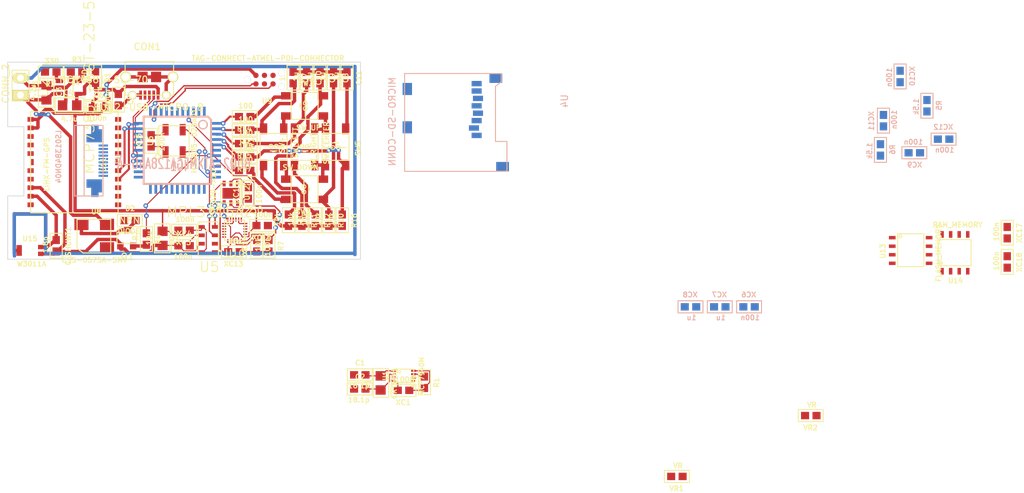
<source format=kicad_pcb>
(kicad_pcb (version 4) (host pcbnew "(2014-11-09 BZR 5259)-product")

  (general
    (links 224)
    (no_connects 117)
    (area 99.549999 22.349999 152.050001 51.750001)
    (thickness 1.6)
    (drawings 8)
    (tracks 547)
    (zones 0)
    (modules 77)
    (nets 48)
  )

  (page A4)
  (layers
    (0 F.Cu signal)
    (31 B.Cu signal)
    (32 B.Adhes user)
    (33 F.Adhes user)
    (34 B.Paste user)
    (35 F.Paste user)
    (36 B.SilkS user)
    (37 F.SilkS user)
    (38 B.Mask user)
    (39 F.Mask user)
    (40 Dwgs.User user)
    (41 Cmts.User user)
    (42 Eco1.User user)
    (43 Eco2.User user)
    (44 Edge.Cuts user)
    (45 Margin user)
    (46 B.CrtYd user)
    (47 F.CrtYd user)
    (48 B.Fab user)
    (49 F.Fab user)
  )

  (setup
    (last_trace_width 0.2032)
    (user_trace_width 0.1524)
    (user_trace_width 0.2032)
    (user_trace_width 0.3048)
    (user_trace_width 0.508)
    (trace_clearance 0.1524)
    (zone_clearance 0.508)
    (zone_45_only no)
    (trace_min 0.1524)
    (segment_width 0.2)
    (edge_width 0.1)
    (via_size 0.6858)
    (via_drill 0.3302)
    (via_min_size 0.6858)
    (via_min_drill 0.3302)
    (user_via 0.6858 0.3302)
    (uvia_size 0.508)
    (uvia_drill 0.127)
    (uvias_allowed no)
    (uvia_min_size 0.508)
    (uvia_min_drill 0.127)
    (pcb_text_width 0.3)
    (pcb_text_size 1.5 1.5)
    (mod_edge_width 0.15)
    (mod_text_size 1 1)
    (mod_text_width 0.15)
    (pad_size 0.6 0.2)
    (pad_drill 0)
    (pad_to_mask_clearance 0)
    (aux_axis_origin 0 0)
    (visible_elements FFFCFF7F)
    (pcbplotparams
      (layerselection 0x00030_80000001)
      (usegerberextensions false)
      (excludeedgelayer true)
      (linewidth 0.100000)
      (plotframeref false)
      (viasonmask false)
      (mode 1)
      (useauxorigin false)
      (hpglpennumber 1)
      (hpglpenspeed 20)
      (hpglpendiameter 15)
      (hpglpenoverlay 2)
      (psnegative false)
      (psa4output false)
      (plotreference true)
      (plotvalue true)
      (plotinvisibletext false)
      (padsonsilk false)
      (subtractmaskfromsilk false)
      (outputformat 1)
      (mirror false)
      (drillshape 1)
      (scaleselection 1)
      (outputdirectory ""))
  )

  (net 0 "")
  (net 1 "Net-(C1-Pad1)")
  (net 2 GND)
  (net 3 "Net-(C2-Pad1)")
  (net 4 /Battery/BATTERY)
  (net 5 /Battery/+5V)
  (net 6 "Net-(C8-Pad1)")
  (net 7 /Battery/+3.3V)
  (net 8 "Net-(D1-Pad2)")
  (net 9 "Net-(D2-Pad1)")
  (net 10 "Net-(Q1-Pad2)")
  (net 11 "Net-(C7-Pad1)")
  (net 12 "Net-(C9-Pad1)")
  (net 13 "Net-(C10-Pad1)")
  (net 14 "Net-(C11-Pad1)")
  (net 15 /MCU/D-)
  (net 16 /MCU/D+)
  (net 17 "Net-(C_SHUNT1-Pad2)")
  (net 18 /MCU/CLOCK_INT)
  (net 19 /MCU/ACCELERATOR_INT)
  (net 20 /MCU/BAROMETER_INT)
  (net 21 /MicroSD/CARD_DETECT)
  (net 22 /MCU/GPS_PULSE_PER_SECOND)
  (net 23 /MCU/PDI_CLK)
  (net 24 /MCU/PDI_DATA)
  (net 25 /MCU/SCK)
  (net 26 /MCU/MISO)
  (net 27 /Display/MOSI)
  (net 28 /MCU/CSn_FLASH)
  (net 29 /MCU/CSn_RAM)
  (net 30 /Display/CS)
  (net 31 /MCU/DISPLAY_INVERT)
  (net 32 /Buzzer/BUZZER_DRIVE)
  (net 33 /9-Axis/I2C_SDA)
  (net 34 /9-Axis/I2C_SCL)
  (net 35 /MicroSD/CSn)
  (net 36 /Buttons/BUTTON_CENTER)
  (net 37 /Buttons/BUTTON_RIGHT)
  (net 38 /Buttons/BUTTON_LEFT)
  (net 39 /Buttons/BUTTON_DOWN)
  (net 40 /GPS/RX)
  (net 41 /GPS/TX)
  (net 42 /Buttons/BUTTON_UP)
  (net 43 "Net-(R2-Pad2)")
  (net 44 "Net-(R3-Pad1)")
  (net 45 "Net-(U5-Pad2)")
  (net 46 /Display/DISP_ON)
  (net 47 "Net-(U10-Pad10)")

  (net_class Default "This is the default net class."
    (clearance 0.1524)
    (trace_width 0.1524)
    (via_dia 0.6858)
    (via_drill 0.3302)
    (uvia_dia 0.508)
    (uvia_drill 0.127)
    (add_net /9-Axis/I2C_SCL)
    (add_net /9-Axis/I2C_SDA)
    (add_net /Battery/+3.3V)
    (add_net /Battery/+5V)
    (add_net /Battery/BATTERY)
    (add_net /Buttons/BUTTON_CENTER)
    (add_net /Buttons/BUTTON_DOWN)
    (add_net /Buttons/BUTTON_LEFT)
    (add_net /Buttons/BUTTON_RIGHT)
    (add_net /Buttons/BUTTON_UP)
    (add_net /Buzzer/BUZZER_DRIVE)
    (add_net /Display/CS)
    (add_net /Display/DISP_ON)
    (add_net /Display/MOSI)
    (add_net /GPS/RX)
    (add_net /GPS/TX)
    (add_net /MCU/ACCELERATOR_INT)
    (add_net /MCU/BAROMETER_INT)
    (add_net /MCU/CLOCK_INT)
    (add_net /MCU/CSn_FLASH)
    (add_net /MCU/CSn_RAM)
    (add_net /MCU/D+)
    (add_net /MCU/D-)
    (add_net /MCU/DISPLAY_INVERT)
    (add_net /MCU/GPS_PULSE_PER_SECOND)
    (add_net /MCU/MISO)
    (add_net /MCU/PDI_CLK)
    (add_net /MCU/PDI_DATA)
    (add_net /MCU/SCK)
    (add_net /MicroSD/CARD_DETECT)
    (add_net /MicroSD/CSn)
    (add_net GND)
    (add_net "Net-(C1-Pad1)")
    (add_net "Net-(C10-Pad1)")
    (add_net "Net-(C11-Pad1)")
    (add_net "Net-(C2-Pad1)")
    (add_net "Net-(C7-Pad1)")
    (add_net "Net-(C8-Pad1)")
    (add_net "Net-(C9-Pad1)")
    (add_net "Net-(C_SHUNT1-Pad2)")
    (add_net "Net-(D1-Pad2)")
    (add_net "Net-(D2-Pad1)")
    (add_net "Net-(Q1-Pad2)")
    (add_net "Net-(R2-Pad2)")
    (add_net "Net-(R3-Pad1)")
    (add_net "Net-(U10-Pad10)")
    (add_net "Net-(U5-Pad2)")
  )

  (module buq2:SM0603 (layer F.Cu) (tedit 538CC2C7) (tstamp 54611A59)
    (at 120.2 48.7 90)
    (path /54464246/54464583)
    (fp_text reference R4 (at -0.05 1.8 90) (layer F.SilkS)
      (effects (font (size 0.75 0.75) (thickness 0.15)))
    )
    (fp_text value R (at 0.15 -1.6 90) (layer F.SilkS)
      (effects (font (size 0.75 0.75) (thickness 0.15)))
    )
    (fp_line (start -1.85 -0.9) (end 1.85 -0.9) (layer F.SilkS) (width 0.15))
    (fp_line (start 1.85 -0.9) (end 1.85 0.9) (layer F.SilkS) (width 0.15))
    (fp_line (start 1.85 0.9) (end -1.85 0.9) (layer F.SilkS) (width 0.15))
    (fp_line (start -1.85 0.9) (end -1.85 -0.9) (layer F.SilkS) (width 0.15))
    (pad 1 smd rect (at -0.85 0 90) (size 1.2 1.1) (layers F.Cu F.Paste F.Mask)
      (net 10 "Net-(Q1-Pad2)"))
    (pad 2 smd rect (at 0.85 0 90) (size 1.2 1.1) (layers F.Cu F.Paste F.Mask)
      (net 32 /Buzzer/BUZZER_DRIVE))
  )

  (module buq2:BUQ2-TQFP44 (layer B.Cu) (tedit 54453FA7) (tstamp 54449D58)
    (at 124.8 35.5 180)
    (path /54464A80/54464F09)
    (attr smd)
    (fp_text reference IC1 (at -0.2 -2.3 180) (layer B.SilkS)
      (effects (font (size 1.524 1.016) (thickness 0.2032)) (justify mirror))
    )
    (fp_text value BUQ2-ATXMEGA128A4U-A (at -1 -2 180) (layer B.SilkS)
      (effects (font (size 1.524 1.016) (thickness 0.2032)) (justify mirror))
    )
    (fp_line (start 5.0038 5.0038) (end 5.0038 -5.0038) (layer B.SilkS) (width 0.3048))
    (fp_line (start 5.0038 -5.0038) (end -5.0038 -5.0038) (layer B.SilkS) (width 0.3048))
    (fp_line (start -5.0038 4.5212) (end -5.0038 -5.0038) (layer B.SilkS) (width 0.3048))
    (fp_line (start -4.5212 5.0038) (end 5.0038 5.0038) (layer B.SilkS) (width 0.3048))
    (fp_line (start -5.0038 4.5212) (end -4.5212 5.0038) (layer B.SilkS) (width 0.3048))
    (fp_circle (center -3.81 3.81) (end -3.81 3.175) (layer B.SilkS) (width 0.2032))
    (pad 39 smd rect (at 0 5.715 180) (size 0.4064 1.524) (layers B.Cu B.Paste B.Mask)
      (net 7 /Battery/+3.3V))
    (pad 40 smd rect (at -0.8001 5.715 180) (size 0.4064 1.524) (layers B.Cu B.Paste B.Mask)
      (net 18 /MCU/CLOCK_INT))
    (pad 41 smd rect (at -1.6002 5.715 180) (size 0.4064 1.524) (layers B.Cu B.Paste B.Mask)
      (net 19 /MCU/ACCELERATOR_INT))
    (pad 42 smd rect (at -2.4003 5.715 180) (size 0.4064 1.524) (layers B.Cu B.Paste B.Mask)
      (net 20 /MCU/BAROMETER_INT))
    (pad 43 smd rect (at -3.2004 5.715 180) (size 0.4064 1.524) (layers B.Cu B.Paste B.Mask)
      (net 21 /MicroSD/CARD_DETECT))
    (pad 44 smd rect (at -4.0005 5.715 180) (size 0.4064 1.524) (layers B.Cu B.Paste B.Mask)
      (net 22 /MCU/GPS_PULSE_PER_SECOND))
    (pad 38 smd rect (at 0.8001 5.715 180) (size 0.4064 1.524) (layers B.Cu B.Paste B.Mask)
      (net 2 GND))
    (pad 37 smd rect (at 1.6002 5.715 180) (size 0.4064 1.524) (layers B.Cu B.Paste B.Mask))
    (pad 36 smd rect (at 2.4003 5.715 180) (size 0.4064 1.524) (layers B.Cu B.Paste B.Mask))
    (pad 35 smd rect (at 3.2004 5.715 180) (size 0.4064 1.524) (layers B.Cu B.Paste B.Mask)
      (net 23 /MCU/PDI_CLK))
    (pad 34 smd rect (at 4.0005 5.715 180) (size 0.4064 1.524) (layers B.Cu B.Paste B.Mask)
      (net 24 /MCU/PDI_DATA))
    (pad 17 smd rect (at 0 -5.715 180) (size 0.4064 1.524) (layers B.Cu B.Paste B.Mask)
      (net 25 /MCU/SCK))
    (pad 16 smd rect (at -0.8001 -5.715 180) (size 0.4064 1.524) (layers B.Cu B.Paste B.Mask)
      (net 26 /MCU/MISO))
    (pad 15 smd rect (at -1.6002 -5.715 180) (size 0.4064 1.524) (layers B.Cu B.Paste B.Mask)
      (net 27 /Display/MOSI))
    (pad 14 smd rect (at -2.4003 -5.715 180) (size 0.4064 1.524) (layers B.Cu B.Paste B.Mask))
    (pad 13 smd rect (at -3.2004 -5.715 180) (size 0.4064 1.524) (layers B.Cu B.Paste B.Mask))
    (pad 12 smd rect (at -4.0005 -5.715 180) (size 0.4064 1.524) (layers B.Cu B.Paste B.Mask))
    (pad 18 smd rect (at 0.8001 -5.715 180) (size 0.4064 1.524) (layers B.Cu B.Paste B.Mask)
      (net 2 GND))
    (pad 19 smd rect (at 1.6002 -5.715 180) (size 0.4064 1.524) (layers B.Cu B.Paste B.Mask)
      (net 7 /Battery/+3.3V))
    (pad 20 smd rect (at 2.4003 -5.715 180) (size 0.4064 1.524) (layers B.Cu B.Paste B.Mask)
      (net 28 /MCU/CSn_FLASH))
    (pad 21 smd rect (at 3.2004 -5.715 180) (size 0.4064 1.524) (layers B.Cu B.Paste B.Mask)
      (net 29 /MCU/CSn_RAM))
    (pad 22 smd rect (at 4.0005 -5.715 180) (size 0.4064 1.524) (layers B.Cu B.Paste B.Mask)
      (net 30 /Display/CS))
    (pad 6 smd rect (at -5.715 0 180) (size 1.524 0.4064) (layers B.Cu B.Paste B.Mask)
      (net 31 /MCU/DISPLAY_INVERT))
    (pad 28 smd rect (at 5.715 0 180) (size 1.524 0.4064) (layers B.Cu B.Paste B.Mask))
    (pad 7 smd rect (at -5.715 -0.8001 180) (size 1.524 0.4064) (layers B.Cu B.Paste B.Mask)
      (net 32 /Buzzer/BUZZER_DRIVE))
    (pad 27 smd rect (at 5.715 -0.8001 180) (size 1.524 0.4064) (layers B.Cu B.Paste B.Mask)
      (net 16 /MCU/D+))
    (pad 26 smd rect (at 5.715 -1.6002 180) (size 1.524 0.4064) (layers B.Cu B.Paste B.Mask)
      (net 15 /MCU/D-))
    (pad 8 smd rect (at -5.715 -1.6002 180) (size 1.524 0.4064) (layers B.Cu B.Paste B.Mask)
      (net 2 GND))
    (pad 9 smd rect (at -5.715 -2.4003 180) (size 1.524 0.4064) (layers B.Cu B.Paste B.Mask)
      (net 7 /Battery/+3.3V))
    (pad 25 smd rect (at 5.715 -2.4003 180) (size 1.524 0.4064) (layers B.Cu B.Paste B.Mask))
    (pad 24 smd rect (at 5.715 -3.2004 180) (size 1.524 0.4064) (layers B.Cu B.Paste B.Mask))
    (pad 10 smd rect (at -5.715 -3.2004 180) (size 1.524 0.4064) (layers B.Cu B.Paste B.Mask)
      (net 33 /9-Axis/I2C_SDA))
    (pad 11 smd rect (at -5.715 -4.0005 180) (size 1.524 0.4064) (layers B.Cu B.Paste B.Mask)
      (net 34 /9-Axis/I2C_SCL))
    (pad 23 smd rect (at 5.715 -4.0005 180) (size 1.524 0.4064) (layers B.Cu B.Paste B.Mask)
      (net 35 /MicroSD/CSn))
    (pad 29 smd rect (at 5.715 0.8001 180) (size 1.524 0.4064) (layers B.Cu B.Paste B.Mask))
    (pad 5 smd rect (at -5.715 0.8001 180) (size 1.524 0.4064) (layers B.Cu B.Paste B.Mask)
      (net 39 /Buttons/BUTTON_DOWN))
    (pad 4 smd rect (at -5.715 1.6002 180) (size 1.524 0.4064) (layers B.Cu B.Paste B.Mask)
      (net 37 /Buttons/BUTTON_RIGHT))
    (pad 30 smd rect (at 5.715 1.6002 180) (size 1.524 0.4064) (layers B.Cu B.Paste B.Mask)
      (net 2 GND))
    (pad 31 smd rect (at 5.715 2.4003 180) (size 1.524 0.4064) (layers B.Cu B.Paste B.Mask)
      (net 7 /Battery/+3.3V))
    (pad 3 smd rect (at -5.715 2.4003 180) (size 1.524 0.4064) (layers B.Cu B.Paste B.Mask)
      (net 36 /Buttons/BUTTON_CENTER))
    (pad 2 smd rect (at -5.715 3.2004 180) (size 1.524 0.4064) (layers B.Cu B.Paste B.Mask)
      (net 38 /Buttons/BUTTON_LEFT))
    (pad 32 smd rect (at 5.715 3.2004 180) (size 1.524 0.4064) (layers B.Cu B.Paste B.Mask)
      (net 40 /GPS/RX))
    (pad 33 smd rect (at 5.715 4.0005 180) (size 1.524 0.4064) (layers B.Cu B.Paste B.Mask)
      (net 41 /GPS/TX))
    (pad 1 smd rect (at -5.715 4.0005 180) (size 1.524 0.4064) (layers B.Cu B.Paste B.Mask)
      (net 42 /Buttons/BUTTON_UP))
  )

  (module buq2:SM0603 (layer F.Cu) (tedit 538CC2C7) (tstamp 54611934)
    (at 151.9 68.9 180)
    (path /5446056F/54461046)
    (fp_text reference C1 (at -0.05 1.8 180) (layer F.SilkS)
      (effects (font (size 0.75 0.75) (thickness 0.15)))
    )
    (fp_text value 18.1p (at 0.15 -1.6 180) (layer F.SilkS)
      (effects (font (size 0.75 0.75) (thickness 0.15)))
    )
    (fp_line (start -1.85 -0.9) (end 1.85 -0.9) (layer F.SilkS) (width 0.15))
    (fp_line (start 1.85 -0.9) (end 1.85 0.9) (layer F.SilkS) (width 0.15))
    (fp_line (start 1.85 0.9) (end -1.85 0.9) (layer F.SilkS) (width 0.15))
    (fp_line (start -1.85 0.9) (end -1.85 -0.9) (layer F.SilkS) (width 0.15))
    (pad 1 smd rect (at -0.85 0 180) (size 1.2 1.1) (layers F.Cu F.Paste F.Mask)
      (net 1 "Net-(C1-Pad1)"))
    (pad 2 smd rect (at 0.85 0 180) (size 1.2 1.1) (layers F.Cu F.Paste F.Mask)
      (net 2 GND))
  )

  (module buq2:SM0603 (layer F.Cu) (tedit 538CC2C7) (tstamp 5461193E)
    (at 151.9 71 180)
    (path /5446056F/5446104D)
    (fp_text reference C2 (at -0.05 1.8 180) (layer F.SilkS)
      (effects (font (size 0.75 0.75) (thickness 0.15)))
    )
    (fp_text value 18.1p (at 0.15 -1.6 180) (layer F.SilkS)
      (effects (font (size 0.75 0.75) (thickness 0.15)))
    )
    (fp_line (start -1.85 -0.9) (end 1.85 -0.9) (layer F.SilkS) (width 0.15))
    (fp_line (start 1.85 -0.9) (end 1.85 0.9) (layer F.SilkS) (width 0.15))
    (fp_line (start 1.85 0.9) (end -1.85 0.9) (layer F.SilkS) (width 0.15))
    (fp_line (start -1.85 0.9) (end -1.85 -0.9) (layer F.SilkS) (width 0.15))
    (pad 1 smd rect (at -0.85 0 180) (size 1.2 1.1) (layers F.Cu F.Paste F.Mask)
      (net 3 "Net-(C2-Pad1)"))
    (pad 2 smd rect (at 0.85 0 180) (size 1.2 1.1) (layers F.Cu F.Paste F.Mask)
      (net 2 GND))
  )

  (module buq2:SM0805 (layer F.Cu) (tedit 538CC2AD) (tstamp 54611952)
    (at 108.8 28.82 180)
    (path /5446183C/54461ED1)
    (fp_text reference C4 (at 0.15 1.9 180) (layer F.SilkS)
      (effects (font (size 0.75 0.75) (thickness 0.125)))
    )
    (fp_text value 4.7u (at 0.05 -2 180) (layer F.SilkS)
      (effects (font (size 0.75 0.75) (thickness 0.15)))
    )
    (fp_line (start -2.15 -1.2) (end 2.15 -1.2) (layer F.SilkS) (width 0.15))
    (fp_line (start 2.15 -1.2) (end 2.15 1.1) (layer F.SilkS) (width 0.15))
    (fp_line (start 2.15 1.1) (end -2.15 1.1) (layer F.SilkS) (width 0.15))
    (fp_line (start -2.15 1.1) (end -2.15 -1.2) (layer F.SilkS) (width 0.15))
    (pad 1 smd rect (at -1.05 0 180) (size 1.4 1.5) (layers F.Cu F.Paste F.Mask)
      (net 5 /Battery/+5V))
    (pad 2 smd rect (at 1.05 0 180) (size 1.4 1.5) (layers F.Cu F.Paste F.Mask)
      (net 2 GND))
  )

  (module buq2:SM0603 (layer F.Cu) (tedit 538CC2C7) (tstamp 54611970)
    (at 142 24.7 90)
    (path /5463ABA7/5463E3BF)
    (fp_text reference C7 (at -0.05 1.8 90) (layer F.SilkS)
      (effects (font (size 0.75 0.75) (thickness 0.15)))
    )
    (fp_text value 1u (at 0.15 -1.6 90) (layer F.SilkS)
      (effects (font (size 0.75 0.75) (thickness 0.15)))
    )
    (fp_line (start -1.85 -0.9) (end 1.85 -0.9) (layer F.SilkS) (width 0.15))
    (fp_line (start 1.85 -0.9) (end 1.85 0.9) (layer F.SilkS) (width 0.15))
    (fp_line (start 1.85 0.9) (end -1.85 0.9) (layer F.SilkS) (width 0.15))
    (fp_line (start -1.85 0.9) (end -1.85 -0.9) (layer F.SilkS) (width 0.15))
    (pad 1 smd rect (at -0.85 0 90) (size 1.2 1.1) (layers F.Cu F.Paste F.Mask)
      (net 11 "Net-(C7-Pad1)"))
    (pad 2 smd rect (at 0.85 0 90) (size 1.2 1.1) (layers F.Cu F.Paste F.Mask)
      (net 2 GND))
  )

  (module buq2:SM0603 (layer F.Cu) (tedit 538CC2C7) (tstamp 5461197A)
    (at 148 24.7 90)
    (path /5463ABA7/5463DF09)
    (fp_text reference C8 (at -0.05 1.8 90) (layer F.SilkS)
      (effects (font (size 0.75 0.75) (thickness 0.15)))
    )
    (fp_text value 1u (at 0.15 -1.6 90) (layer F.SilkS)
      (effects (font (size 0.75 0.75) (thickness 0.15)))
    )
    (fp_line (start -1.85 -0.9) (end 1.85 -0.9) (layer F.SilkS) (width 0.15))
    (fp_line (start 1.85 -0.9) (end 1.85 0.9) (layer F.SilkS) (width 0.15))
    (fp_line (start 1.85 0.9) (end -1.85 0.9) (layer F.SilkS) (width 0.15))
    (fp_line (start -1.85 0.9) (end -1.85 -0.9) (layer F.SilkS) (width 0.15))
    (pad 1 smd rect (at -0.85 0 90) (size 1.2 1.1) (layers F.Cu F.Paste F.Mask)
      (net 6 "Net-(C8-Pad1)"))
    (pad 2 smd rect (at 0.85 0 90) (size 1.2 1.1) (layers F.Cu F.Paste F.Mask)
      (net 2 GND))
  )

  (module buq2:SM0603 (layer F.Cu) (tedit 538CC2C7) (tstamp 54611984)
    (at 146 24.7 90)
    (path /5463ABA7/5463ADCA)
    (fp_text reference C9 (at -0.05 1.8 90) (layer F.SilkS)
      (effects (font (size 0.75 0.75) (thickness 0.15)))
    )
    (fp_text value 1u (at 0.15 -1.6 90) (layer F.SilkS)
      (effects (font (size 0.75 0.75) (thickness 0.15)))
    )
    (fp_line (start -1.85 -0.9) (end 1.85 -0.9) (layer F.SilkS) (width 0.15))
    (fp_line (start 1.85 -0.9) (end 1.85 0.9) (layer F.SilkS) (width 0.15))
    (fp_line (start 1.85 0.9) (end -1.85 0.9) (layer F.SilkS) (width 0.15))
    (fp_line (start -1.85 0.9) (end -1.85 -0.9) (layer F.SilkS) (width 0.15))
    (pad 1 smd rect (at -0.85 0 90) (size 1.2 1.1) (layers F.Cu F.Paste F.Mask)
      (net 12 "Net-(C9-Pad1)"))
    (pad 2 smd rect (at 0.85 0 90) (size 1.2 1.1) (layers F.Cu F.Paste F.Mask)
      (net 2 GND))
  )

  (module buq2:USB-MICRO-B-FCI-10118194 (layer F.Cu) (tedit 5460F71C) (tstamp 5467807C)
    (at 120.64 27.3 180)
    (descr http://portal.fciconnect.com/Comergent//fci/drawing/10118194.pdf)
    (tags "FCI, USB, MICRO B")
    (path /54463294/5446340E)
    (fp_text reference CON1 (at 0.3 7.2 180) (layer F.SilkS)
      (effects (font (size 1 1) (thickness 0.15)))
    )
    (fp_text value BUQ2-USB-MICRO-B (at 0.1 -1.8 180) (layer F.SilkS)
      (effects (font (size 1 1) (thickness 0.15)))
    )
    (fp_text user "This portion lower than PCB" (at 0.25 6 180) (layer Dwgs.User)
      (effects (font (size 0.5 0.5) (thickness 0.125)))
    )
    (fp_line (start 3.6 5) (end 3.6 5.55) (layer Dwgs.User) (width 0.15))
    (fp_line (start 3.6 5.55) (end -3.6 5.55) (layer Dwgs.User) (width 0.15))
    (fp_line (start -3.6 5.55) (end -3.6 5) (layer Dwgs.User) (width 0.15))
    (fp_line (start 3.6 0) (end -3.6 0) (layer F.SilkS) (width 0.15))
    (fp_line (start -3.6 5) (end 3.6 5) (layer F.SilkS) (width 0.15))
    (fp_line (start 3.6 0) (end 3.6 5) (layer F.SilkS) (width 0.15))
    (fp_line (start -3.6 5) (end -3.6 0) (layer F.SilkS) (width 0.15))
    (pad 1 smd rect (at -1.3 0 180) (size 0.4 1.35) (layers F.Cu F.Paste F.Mask)
      (net 5 /Battery/+5V))
    (pad 2 smd rect (at -0.65 0 180) (size 0.4 1.35) (layers F.Cu F.Paste F.Mask)
      (net 15 /MCU/D-))
    (pad 3 smd rect (at 0 0 180) (size 0.4 1.35) (layers F.Cu F.Paste F.Mask)
      (net 16 /MCU/D+))
    (pad 4 smd rect (at 0.65 0 180) (size 0.4 1.35) (layers F.Cu F.Paste F.Mask))
    (pad 5 smd rect (at 1.3 0 180) (size 0.4 1.35) (layers F.Cu F.Paste F.Mask)
      (net 2 GND))
    (pad 6 thru_hole circle (at 2.5 0 180) (size 1.25 1.25) (drill 0.85) (layers *.Cu *.Mask F.SilkS)
      (net 2 GND))
    (pad 6 thru_hole circle (at -2.5 0 180) (size 1.25 1.25) (drill 0.85) (layers *.Cu *.Mask F.SilkS)
      (net 2 GND))
    (pad 6 thru_hole circle (at 3.5 2.7 180) (size 1.55 1.55) (drill 1.15) (layers *.Cu *.Mask F.SilkS)
      (net 2 GND))
    (pad 6 thru_hole circle (at -3.5 2.7 180) (size 1.55 1.55) (drill 1.15) (layers *.Cu *.Mask F.SilkS)
      (net 2 GND))
    (pad 6 smd rect (at 1 2.7 180) (size 1.5 1.55) (layers F.Cu F.Paste F.Mask)
      (net 2 GND))
    (pad 6 smd rect (at -1 2.7 180) (size 1.5 1.55) (layers F.Cu F.Paste F.Mask)
      (net 2 GND))
  )

  (module buq2:SM0603 (layer F.Cu) (tedit 538CC2C7) (tstamp 54611A12)
    (at 112.64 24.64 90)
    (path /5446183C/54461EC3)
    (fp_text reference D1 (at -0.05 1.8 90) (layer F.SilkS)
      (effects (font (size 0.75 0.75) (thickness 0.15)))
    )
    (fp_text value LED (at 0.15 -1.6 90) (layer F.SilkS)
      (effects (font (size 0.75 0.75) (thickness 0.15)))
    )
    (fp_line (start -1.85 -0.9) (end 1.85 -0.9) (layer F.SilkS) (width 0.15))
    (fp_line (start 1.85 -0.9) (end 1.85 0.9) (layer F.SilkS) (width 0.15))
    (fp_line (start 1.85 0.9) (end -1.85 0.9) (layer F.SilkS) (width 0.15))
    (fp_line (start -1.85 0.9) (end -1.85 -0.9) (layer F.SilkS) (width 0.15))
    (pad 1 smd rect (at -0.85 0 90) (size 1.2 1.1) (layers F.Cu F.Paste F.Mask)
      (net 5 /Battery/+5V))
    (pad 2 smd rect (at 0.85 0 90) (size 1.2 1.1) (layers F.Cu F.Paste F.Mask)
      (net 8 "Net-(D1-Pad2)"))
  )

  (module buq2:SM0603 (layer F.Cu) (tedit 538CC2C7) (tstamp 54611A1C)
    (at 117.74 45.95 180)
    (path /54464246/5446458A)
    (fp_text reference D2 (at -0.05 1.8 180) (layer F.SilkS)
      (effects (font (size 0.75 0.75) (thickness 0.15)))
    )
    (fp_text value DIODE (at 0.15 -1.6 180) (layer F.SilkS)
      (effects (font (size 0.75 0.75) (thickness 0.15)))
    )
    (fp_line (start -1.85 -0.9) (end 1.85 -0.9) (layer F.SilkS) (width 0.15))
    (fp_line (start 1.85 -0.9) (end 1.85 0.9) (layer F.SilkS) (width 0.15))
    (fp_line (start 1.85 0.9) (end -1.85 0.9) (layer F.SilkS) (width 0.15))
    (fp_line (start -1.85 0.9) (end -1.85 -0.9) (layer F.SilkS) (width 0.15))
    (pad 1 smd rect (at -0.85 0 180) (size 1.2 1.1) (layers F.Cu F.Paste F.Mask)
      (net 9 "Net-(D2-Pad1)"))
    (pad 2 smd rect (at 0.85 0 180) (size 1.2 1.1) (layers F.Cu F.Paste F.Mask)
      (net 4 /Battery/BATTERY))
  )

  (module buq2:PIN_HEADER_2 locked (layer F.Cu) (tedit 53973F30) (tstamp 54611A26)
    (at 101.5 29.7 90)
    (path /5446183C/5461388F)
    (fp_text reference P1 (at 3.85 2.3 90) (layer F.SilkS)
      (effects (font (size 1 1) (thickness 0.15)))
    )
    (fp_text value CONN_2 (at 4.1 -2.2 90) (layer F.SilkS)
      (effects (font (size 1 1) (thickness 0.15)))
    )
    (fp_line (start 1.5 -1.25) (end 1.5 1.25) (layer F.SilkS) (width 0.15))
    (fp_line (start 1.51 1.25) (end 6.11 1.25) (layer F.SilkS) (width 0.15))
    (fp_line (start 6.1 1.25) (end 6.1 -1.25) (layer F.SilkS) (width 0.15))
    (fp_line (start 6.11 -1.25) (end 1.51 -1.25) (layer F.SilkS) (width 0.15))
    (pad 1 thru_hole rect (at 2.4 0 90) (size 1.5 2.3) (drill 1.02) (layers *.Cu *.Mask F.SilkS)
      (net 4 /Battery/BATTERY))
    (pad 2 thru_hole oval (at 4.94 0 90) (size 1.5 2.3) (drill 1.02) (layers *.Cu *.Mask F.SilkS)
      (net 2 GND))
  )

  (module buq2:SOT-23-3 (layer F.Cu) (tedit 5448EEA2) (tstamp 54611A31)
    (at 117.33 48.54)
    (path /54464246/5446457C)
    (fp_text reference Q1 (at 0.05 2.8) (layer F.SilkS)
      (effects (font (size 1 1) (thickness 0.15)))
    )
    (fp_text value NPN (at 0.35 -2.65) (layer F.SilkS)
      (effects (font (size 1 1) (thickness 0.15)))
    )
    (fp_line (start -1.5 -0.85) (end 1.4 -0.85) (layer F.SilkS) (width 0.15))
    (fp_line (start 1.4 -0.85) (end 1.4 0.85) (layer F.SilkS) (width 0.15))
    (fp_line (start 1.4 0.85) (end -1.5 0.85) (layer F.SilkS) (width 0.15))
    (fp_line (start -1.5 0.85) (end -1.5 -0.85) (layer F.SilkS) (width 0.15))
    (pad 1 smd rect (at -1 1.2) (size 0.95 1) (layers F.Cu F.Paste F.Mask)
      (net 2 GND))
    (pad 2 smd rect (at 0.9 1.2) (size 0.95 1) (layers F.Cu F.Paste F.Mask)
      (net 10 "Net-(Q1-Pad2)"))
    (pad 3 smd rect (at 0 -1.2) (size 0.95 1) (layers F.Cu F.Paste F.Mask)
      (net 9 "Net-(D2-Pad1)"))
  )

  (module buq2:SM0603 (layer F.Cu) (tedit 538CC2C7) (tstamp 54611A3B)
    (at 161.5 70 90)
    (path /5446056F/5460FE77)
    (fp_text reference R1 (at -0.05 1.8 90) (layer F.SilkS)
      (effects (font (size 0.75 0.75) (thickness 0.15)))
    )
    (fp_text value 10k (at 0.15 -1.6 90) (layer F.SilkS)
      (effects (font (size 0.75 0.75) (thickness 0.15)))
    )
    (fp_line (start -1.85 -0.9) (end 1.85 -0.9) (layer F.SilkS) (width 0.15))
    (fp_line (start 1.85 -0.9) (end 1.85 0.9) (layer F.SilkS) (width 0.15))
    (fp_line (start 1.85 0.9) (end -1.85 0.9) (layer F.SilkS) (width 0.15))
    (fp_line (start -1.85 0.9) (end -1.85 -0.9) (layer F.SilkS) (width 0.15))
    (pad 1 smd rect (at -0.85 0 90) (size 1.2 1.1) (layers F.Cu F.Paste F.Mask)
      (net 7 /Battery/+3.3V))
    (pad 2 smd rect (at 0.85 0 90) (size 1.2 1.1) (layers F.Cu F.Paste F.Mask)
      (net 18 /MCU/CLOCK_INT))
  )

  (module buq2:SM0603 (layer F.Cu) (tedit 538CC2C7) (tstamp 54611A45)
    (at 105.99 23.86)
    (path /5446183C/54461ECA)
    (fp_text reference R2 (at -0.05 1.8) (layer F.SilkS)
      (effects (font (size 0.75 0.75) (thickness 0.15)))
    )
    (fp_text value 330 (at 0.15 -1.6) (layer F.SilkS)
      (effects (font (size 0.75 0.75) (thickness 0.15)))
    )
    (fp_line (start -1.85 -0.9) (end 1.85 -0.9) (layer F.SilkS) (width 0.15))
    (fp_line (start 1.85 -0.9) (end 1.85 0.9) (layer F.SilkS) (width 0.15))
    (fp_line (start 1.85 0.9) (end -1.85 0.9) (layer F.SilkS) (width 0.15))
    (fp_line (start -1.85 0.9) (end -1.85 -0.9) (layer F.SilkS) (width 0.15))
    (pad 1 smd rect (at -0.85 0) (size 1.2 1.1) (layers F.Cu F.Paste F.Mask)
      (net 8 "Net-(D1-Pad2)"))
    (pad 2 smd rect (at 0.85 0) (size 1.2 1.1) (layers F.Cu F.Paste F.Mask)
      (net 43 "Net-(R2-Pad2)"))
  )

  (module buq2:SM0603 (layer F.Cu) (tedit 538CC2C7) (tstamp 54611A4F)
    (at 109.82 23.86 180)
    (path /5446183C/546125B9)
    (fp_text reference R3 (at -0.05 1.8 180) (layer F.SilkS)
      (effects (font (size 0.75 0.75) (thickness 0.15)))
    )
    (fp_text value 4k (at 0.15 -1.6 180) (layer F.SilkS)
      (effects (font (size 0.75 0.75) (thickness 0.15)))
    )
    (fp_line (start -1.85 -0.9) (end 1.85 -0.9) (layer F.SilkS) (width 0.15))
    (fp_line (start 1.85 -0.9) (end 1.85 0.9) (layer F.SilkS) (width 0.15))
    (fp_line (start 1.85 0.9) (end -1.85 0.9) (layer F.SilkS) (width 0.15))
    (fp_line (start -1.85 0.9) (end -1.85 -0.9) (layer F.SilkS) (width 0.15))
    (pad 1 smd rect (at -0.85 0 180) (size 1.2 1.1) (layers F.Cu F.Paste F.Mask)
      (net 44 "Net-(R3-Pad1)"))
    (pad 2 smd rect (at 0.85 0 180) (size 1.2 1.1) (layers F.Cu F.Paste F.Mask)
      (net 2 GND))
  )

  (module buq2:SM0603 (layer B.Cu) (tedit 538CC2C7) (tstamp 54611A63)
    (at 236.15543 28.879 270)
    (path /54464A80/54632D6A)
    (fp_text reference R5 (at -0.05 -1.8 270) (layer B.SilkS)
      (effects (font (size 0.75 0.75) (thickness 0.15)) (justify mirror))
    )
    (fp_text value 1.5k (at 0.15 1.6 270) (layer B.SilkS)
      (effects (font (size 0.75 0.75) (thickness 0.15)) (justify mirror))
    )
    (fp_line (start -1.85 0.9) (end 1.85 0.9) (layer B.SilkS) (width 0.15))
    (fp_line (start 1.85 0.9) (end 1.85 -0.9) (layer B.SilkS) (width 0.15))
    (fp_line (start 1.85 -0.9) (end -1.85 -0.9) (layer B.SilkS) (width 0.15))
    (fp_line (start -1.85 -0.9) (end -1.85 0.9) (layer B.SilkS) (width 0.15))
    (pad 1 smd rect (at -0.85 0 270) (size 1.2 1.1) (layers B.Cu B.Paste B.Mask)
      (net 7 /Battery/+3.3V))
    (pad 2 smd rect (at 0.85 0 270) (size 1.2 1.1) (layers B.Cu B.Paste B.Mask)
      (net 34 /9-Axis/I2C_SCL))
  )

  (module buq2:SOT-23-5 (layer F.Cu) (tedit 5443D133) (tstamp 5464D3DC)
    (at 108.67 26.21 270)
    (path /5446183C/54461EB4)
    (fp_text reference U2 (at 0.05 3.8 270) (layer F.SilkS)
      (effects (font (size 1.5 1.5) (thickness 0.15)))
    )
    (fp_text value MCP73831-SOT-23-5 (at -0.05 -3.05 270) (layer F.SilkS)
      (effects (font (size 1.5 1.5) (thickness 0.15)))
    )
    (fp_line (start -1.35 -0.65) (end -1.35 0.65) (layer F.SilkS) (width 0.15))
    (fp_line (start 1.35 -0.65) (end -1.35 -0.65) (layer F.SilkS) (width 0.15))
    (fp_line (start 1.35 0.65) (end -1.35 0.65) (layer F.SilkS) (width 0.15))
    (fp_line (start 1.35 -0.65) (end 1.35 0.65) (layer F.SilkS) (width 0.15))
    (pad 1 smd rect (at -1 1.4 270) (size 0.6 1.1) (layers F.Cu F.Paste F.Mask)
      (net 43 "Net-(R2-Pad2)"))
    (pad 2 smd rect (at -0.05 1.4 270) (size 0.6 1.1) (layers F.Cu F.Paste F.Mask)
      (net 2 GND))
    (pad 3 smd rect (at 0.9 1.4 270) (size 0.6 1.1) (layers F.Cu F.Paste F.Mask)
      (net 4 /Battery/BATTERY))
    (pad 4 smd rect (at 0.9 -1.4 270) (size 0.6 1.1) (layers F.Cu F.Paste F.Mask)
      (net 5 /Battery/+5V))
    (pad 5 smd rect (at -1 -1.4 270) (size 0.6 1.1) (layers F.Cu F.Paste F.Mask)
      (net 44 "Net-(R3-Pad1)"))
  )

  (module buq2:SOT-353 (layer F.Cu) (tedit 544414EA) (tstamp 54611A80)
    (at 113.7 27.1)
    (path /5446183C/54465433)
    (fp_text reference U3 (at -0.1 2.15) (layer F.SilkS)
      (effects (font (size 1 1) (thickness 0.15)))
    )
    (fp_text value NCP4681-SC-70 (at 0.15 -2.1) (layer F.SilkS)
      (effects (font (size 1 1) (thickness 0.15)))
    )
    (fp_circle (center -0.4 -0.7) (end -0.35 -0.6) (layer F.SilkS) (width 0.15))
    (fp_line (start 0.55 -0.95) (end 0.55 1.05) (layer F.SilkS) (width 0.15))
    (fp_line (start -0.65 -0.95) (end 0.55 -0.95) (layer F.SilkS) (width 0.15))
    (fp_line (start -0.65 -0.95) (end -0.65 1.05) (layer F.SilkS) (width 0.15))
    (fp_line (start -0.65 1.05) (end 0.55 1.05) (layer F.SilkS) (width 0.15))
    (pad 1 smd rect (at -1 -0.6) (size 0.5 0.4) (layers F.Cu F.Paste F.Mask)
      (net 5 /Battery/+5V))
    (pad 2 smd rect (at -1 0.05) (size 0.5 0.4) (layers F.Cu F.Paste F.Mask))
    (pad 3 smd rect (at -1 0.7) (size 0.5 0.4) (layers F.Cu F.Paste F.Mask)
      (net 2 GND))
    (pad 4 smd rect (at 0.9 0.7) (size 0.5 0.4) (layers F.Cu F.Paste F.Mask)
      (net 7 /Battery/+3.3V))
    (pad 5 smd rect (at 0.9 -0.6) (size 0.5 0.4) (layers F.Cu F.Paste F.Mask)
      (net 5 /Battery/+5V))
  )

  (module buq2:MICRO-SD-CONN-AMPHENOL-PUSH-PUSH (layer B.Cu) (tedit 544413EB) (tstamp 54611A8D)
    (at 158.56 31.39 90)
    (path /54462395/544628A7)
    (fp_text reference U4 (at 3.2 23.75 90) (layer B.SilkS)
      (effects (font (size 1 1) (thickness 0.15)) (justify mirror))
    )
    (fp_text value MICRO-SD-CONN (at 0.15 -1.85 90) (layer B.SilkS)
      (effects (font (size 1 1) (thickness 0.15)) (justify mirror))
    )
    (fp_text user "Card dash out position" (at 1.6 21.55 90) (layer Dwgs.User)
      (effects (font (size 0.7 0.7) (thickness 0.15)))
    )
    (fp_line (start 6.75 20.8) (end 6.75 15.85) (layer Dwgs.User) (width 0.15))
    (fp_line (start -4.25 20.8) (end -4.25 15.9) (layer Dwgs.User) (width 0.15))
    (fp_line (start 6.75 20.8) (end -4.25 20.8) (layer Dwgs.User) (width 0.15))
    (fp_text user "Card push position" (at 1.8 15.25 90) (layer Dwgs.User)
      (effects (font (size 0.7 0.7) (thickness 0.15)))
    )
    (fp_line (start 6.75 15.9) (end 6.75 14.35) (layer Dwgs.User) (width 0.15))
    (fp_line (start -4.25 15.9) (end 6.75 15.9) (layer Dwgs.User) (width 0.15))
    (fp_line (start -4.25 15.2) (end -4.25 15.9) (layer Dwgs.User) (width 0.15))
    (fp_line (start -7.25 0) (end -7.25 15.2) (layer B.SilkS) (width 0.15))
    (fp_line (start -7.25 15.2) (end -2.8 15.2) (layer B.SilkS) (width 0.15))
    (fp_line (start -2.8 15.2) (end -2.8 13.5) (layer B.SilkS) (width 0.15))
    (fp_line (start -2.8 13.5) (end 5.4 13.5) (layer B.SilkS) (width 0.15))
    (fp_line (start 5.4 13.5) (end 6.05 14.35) (layer B.SilkS) (width 0.15))
    (fp_line (start 6.05 14.35) (end 7.3 14.35) (layer B.SilkS) (width 0.15))
    (fp_line (start 7.3 14.35) (end 7.3 0) (layer B.SilkS) (width 0.15))
    (fp_line (start 7.3 0) (end -7.25 0) (layer B.SilkS) (width 0.15))
    (fp_text user "Digikey: 101-00660-68-6-1-ND" (at 0.8 -3.65 90) (layer Dwgs.User) hide
      (effects (font (size 1 1) (thickness 0.15)))
    )
    (pad 10 smd rect (at -6.55 14.55 90) (size 1.4 1.9) (layers B.Cu B.Paste B.Mask)
      (net 2 GND))
    (pad 10 smd rect (at 6.6 13.55 90) (size 1.4 1.9) (layers B.Cu B.Paste B.Mask)
      (net 2 GND))
    (pad 9 smd rect (at 5 0.4 90) (size 1.8 1.4) (layers B.Cu B.Paste B.Mask)
      (net 21 /MicroSD/CARD_DETECT))
    (pad 10 smd rect (at -0.7 0.4 90) (size 1.8 1.4) (layers B.Cu B.Paste B.Mask)
      (net 2 GND))
    (pad 1 smd rect (at -1.9 10.7 90) (size 0.8 1.5) (layers B.Cu B.Paste B.Mask))
    (pad 2 smd rect (at -0.8 10.3 90) (size 0.8 1.5) (layers B.Cu B.Paste B.Mask)
      (net 35 /MicroSD/CSn))
    (pad 3 smd rect (at 0.3 10.7 90) (size 0.8 1.5) (layers B.Cu B.Paste B.Mask)
      (net 27 /Display/MOSI))
    (pad 4 smd rect (at 1.4 10.9 90) (size 0.8 1.5) (layers B.Cu B.Paste B.Mask)
      (net 7 /Battery/+3.3V))
    (pad 5 smd rect (at 2.5 10.7 90) (size 0.8 1.5) (layers B.Cu B.Paste B.Mask)
      (net 25 /MCU/SCK))
    (pad 6 smd rect (at 3.6 10.9 90) (size 0.8 1.5) (layers B.Cu B.Paste B.Mask)
      (net 2 GND))
    (pad 7 smd rect (at 4.7 10.7 90) (size 0.8 1.5) (layers B.Cu B.Paste B.Mask)
      (net 26 /MCU/MISO))
    (pad 8 smd rect (at 5.8 10.7 90) (size 0.8 1.5) (layers B.Cu B.Paste B.Mask))
  )

  (module buq2:8-TLGA (layer F.Cu) (tedit 5443CE03) (tstamp 54611AAD)
    (at 129.4 48.8)
    (path /54462AE3/54462E5A)
    (fp_text reference U5 (at 0.15 4.05) (layer F.SilkS)
      (effects (font (size 1.5 1.5) (thickness 0.15)))
    )
    (fp_text value MPL3115A2 (at 0.2 -4.1) (layer F.SilkS)
      (effects (font (size 1.5 1.5) (thickness 0.15)))
    )
    (fp_circle (center -0.2 -1.35) (end -0.15 -1.25) (layer F.SilkS) (width 0.15))
    (fp_circle (center -1.4 -2.55) (end -1.35 -2.45) (layer F.SilkS) (width 0.15))
    (fp_line (start -1.5 -2.65) (end -1.5 2.4) (layer F.SilkS) (width 0.15))
    (fp_line (start -1.5 -2.65) (end 1.5 -2.65) (layer F.SilkS) (width 0.15))
    (fp_line (start -1.5 2.4) (end 1.5 2.4) (layer F.SilkS) (width 0.15))
    (fp_line (start 1.5 -2.6) (end 1.5 2.4) (layer F.SilkS) (width 0.15))
    (pad 1 smd rect (at -1 -1.9) (size 0.95 0.55) (layers F.Cu F.Paste F.Mask)
      (net 7 /Battery/+3.3V))
    (pad 2 smd rect (at -1 -0.65) (size 0.95 0.55) (layers F.Cu F.Paste F.Mask)
      (net 45 "Net-(U5-Pad2)"))
    (pad 3 smd rect (at -1 0.6) (size 0.95 0.55) (layers F.Cu F.Paste F.Mask)
      (net 2 GND))
    (pad 4 smd rect (at -1 1.85) (size 0.95 0.55) (layers F.Cu F.Paste F.Mask)
      (net 7 /Battery/+3.3V))
    (pad 5 smd rect (at 1 1.85) (size 0.95 0.55) (layers F.Cu F.Paste F.Mask))
    (pad 6 smd rect (at 1 0.6) (size 0.95 0.55) (layers F.Cu F.Paste F.Mask)
      (net 20 /MCU/BAROMETER_INT))
    (pad 7 smd rect (at 1 -0.65) (size 0.95 0.55) (layers F.Cu F.Paste F.Mask)
      (net 33 /9-Axis/I2C_SDA))
    (pad 8 smd rect (at 1 -1.9) (size 0.95 0.55) (layers F.Cu F.Paste F.Mask)
      (net 34 /9-Axis/I2C_SCL))
  )

  (module buq2:SM0805 (layer F.Cu) (tedit 538CC2AD) (tstamp 5463D841)
    (at 105.35 26.95 90)
    (path /5446183C/54461EE4)
    (fp_text reference C3 (at 0.15 1.9 90) (layer F.SilkS)
      (effects (font (size 0.75 0.75) (thickness 0.125)))
    )
    (fp_text value 4.7u (at 0.05 -2 90) (layer F.SilkS)
      (effects (font (size 0.75 0.75) (thickness 0.15)))
    )
    (fp_line (start -2.15 -1.2) (end 2.15 -1.2) (layer F.SilkS) (width 0.15))
    (fp_line (start 2.15 -1.2) (end 2.15 1.1) (layer F.SilkS) (width 0.15))
    (fp_line (start 2.15 1.1) (end -2.15 1.1) (layer F.SilkS) (width 0.15))
    (fp_line (start -2.15 1.1) (end -2.15 -1.2) (layer F.SilkS) (width 0.15))
    (pad 1 smd rect (at -1.05 0 90) (size 1.4 1.5) (layers F.Cu F.Paste F.Mask)
      (net 4 /Battery/BATTERY))
    (pad 2 smd rect (at 1.05 0 90) (size 1.4 1.5) (layers F.Cu F.Paste F.Mask)
      (net 2 GND))
  )

  (module buq2:SM0603 (layer F.Cu) (tedit 538CC2C7) (tstamp 5463D84A)
    (at 116.03 27.98 90)
    (path /5446183C/54612E49)
    (fp_text reference C5 (at -0.05 1.8 90) (layer F.SilkS)
      (effects (font (size 0.75 0.75) (thickness 0.15)))
    )
    (fp_text value 100n (at 0.15 -1.6 90) (layer F.SilkS)
      (effects (font (size 0.75 0.75) (thickness 0.15)))
    )
    (fp_line (start -1.85 -0.9) (end 1.85 -0.9) (layer F.SilkS) (width 0.15))
    (fp_line (start 1.85 -0.9) (end 1.85 0.9) (layer F.SilkS) (width 0.15))
    (fp_line (start 1.85 0.9) (end -1.85 0.9) (layer F.SilkS) (width 0.15))
    (fp_line (start -1.85 0.9) (end -1.85 -0.9) (layer F.SilkS) (width 0.15))
    (pad 1 smd rect (at -0.85 0 90) (size 1.2 1.1) (layers F.Cu F.Paste F.Mask)
      (net 2 GND))
    (pad 2 smd rect (at 0.85 0 90) (size 1.2 1.1) (layers F.Cu F.Paste F.Mask)
      (net 5 /Battery/+5V))
  )

  (module buq2:SM0603 (layer F.Cu) (tedit 538CC2C7) (tstamp 5463D853)
    (at 113.08 29.13 180)
    (path /5446183C/546131AA)
    (fp_text reference C6 (at -0.05 1.8 180) (layer F.SilkS)
      (effects (font (size 0.75 0.75) (thickness 0.15)))
    )
    (fp_text value 100n (at 0.15 -1.6 180) (layer F.SilkS)
      (effects (font (size 0.75 0.75) (thickness 0.15)))
    )
    (fp_line (start -1.85 -0.9) (end 1.85 -0.9) (layer F.SilkS) (width 0.15))
    (fp_line (start 1.85 -0.9) (end 1.85 0.9) (layer F.SilkS) (width 0.15))
    (fp_line (start 1.85 0.9) (end -1.85 0.9) (layer F.SilkS) (width 0.15))
    (fp_line (start -1.85 0.9) (end -1.85 -0.9) (layer F.SilkS) (width 0.15))
    (pad 1 smd rect (at -0.85 0 180) (size 1.2 1.1) (layers F.Cu F.Paste F.Mask)
      (net 7 /Battery/+3.3V))
    (pad 2 smd rect (at 0.85 0 180) (size 1.2 1.1) (layers F.Cu F.Paste F.Mask)
      (net 2 GND))
  )

  (module buq2:SM0603 (layer F.Cu) (tedit 538CC2C7) (tstamp 5463D85C)
    (at 144 24.7 90)
    (path /5463ABA7/5463DA87)
    (fp_text reference C10 (at -0.05 1.8 90) (layer F.SilkS)
      (effects (font (size 0.75 0.75) (thickness 0.15)))
    )
    (fp_text value 1u (at 0.15 -1.6 90) (layer F.SilkS)
      (effects (font (size 0.75 0.75) (thickness 0.15)))
    )
    (fp_line (start -1.85 -0.9) (end 1.85 -0.9) (layer F.SilkS) (width 0.15))
    (fp_line (start 1.85 -0.9) (end 1.85 0.9) (layer F.SilkS) (width 0.15))
    (fp_line (start 1.85 0.9) (end -1.85 0.9) (layer F.SilkS) (width 0.15))
    (fp_line (start -1.85 0.9) (end -1.85 -0.9) (layer F.SilkS) (width 0.15))
    (pad 1 smd rect (at -0.85 0 90) (size 1.2 1.1) (layers F.Cu F.Paste F.Mask)
      (net 13 "Net-(C10-Pad1)"))
    (pad 2 smd rect (at 0.85 0 90) (size 1.2 1.1) (layers F.Cu F.Paste F.Mask)
      (net 2 GND))
  )

  (module buq2:SM0603 (layer F.Cu) (tedit 538CC2C7) (tstamp 5463D865)
    (at 150 24.7 90)
    (path /5463ABA7/5463E875)
    (fp_text reference C11 (at -0.05 1.8 90) (layer F.SilkS)
      (effects (font (size 0.75 0.75) (thickness 0.15)))
    )
    (fp_text value 1u (at 0.15 -1.6 90) (layer F.SilkS)
      (effects (font (size 0.75 0.75) (thickness 0.15)))
    )
    (fp_line (start -1.85 -0.9) (end 1.85 -0.9) (layer F.SilkS) (width 0.15))
    (fp_line (start 1.85 -0.9) (end 1.85 0.9) (layer F.SilkS) (width 0.15))
    (fp_line (start 1.85 0.9) (end -1.85 0.9) (layer F.SilkS) (width 0.15))
    (fp_line (start -1.85 0.9) (end -1.85 -0.9) (layer F.SilkS) (width 0.15))
    (pad 1 smd rect (at -0.85 0 90) (size 1.2 1.1) (layers F.Cu F.Paste F.Mask)
      (net 14 "Net-(C11-Pad1)"))
    (pad 2 smd rect (at 0.85 0 90) (size 1.2 1.1) (layers F.Cu F.Paste F.Mask)
      (net 2 GND))
  )

  (module buq2:SM0603 locked (layer F.Cu) (tedit 538CC2C7) (tstamp 5463D877)
    (at 106.8 49.7 90)
    (path /5461699E/5463C025)
    (fp_text reference C_SHUNT1 (at -0.05 1.8 90) (layer F.SilkS)
      (effects (font (size 0.75 0.75) (thickness 0.15)))
    )
    (fp_text value 1.8p (at 0.15 -1.6 90) (layer F.SilkS)
      (effects (font (size 0.75 0.75) (thickness 0.15)))
    )
    (fp_line (start -1.85 -0.9) (end 1.85 -0.9) (layer F.SilkS) (width 0.15))
    (fp_line (start 1.85 -0.9) (end 1.85 0.9) (layer F.SilkS) (width 0.15))
    (fp_line (start 1.85 0.9) (end -1.85 0.9) (layer F.SilkS) (width 0.15))
    (fp_line (start -1.85 0.9) (end -1.85 -0.9) (layer F.SilkS) (width 0.15))
    (pad 1 smd rect (at -0.85 0 90) (size 1.2 1.1) (layers F.Cu F.Paste F.Mask)
      (net 2 GND))
    (pad 2 smd rect (at 0.85 0 90) (size 1.2 1.1) (layers F.Cu F.Paste F.Mask)
      (net 17 "Net-(C_SHUNT1-Pad2)"))
  )

  (module buq2:SM0603 (layer B.Cu) (tedit 538CC2C7) (tstamp 5463D881)
    (at 229.24543 35.449 270)
    (path /54464A80/54632DC5)
    (fp_text reference R6 (at -0.05 -1.8 270) (layer B.SilkS)
      (effects (font (size 0.75 0.75) (thickness 0.15)) (justify mirror))
    )
    (fp_text value 1.5k (at 0.15 1.6 270) (layer B.SilkS)
      (effects (font (size 0.75 0.75) (thickness 0.15)) (justify mirror))
    )
    (fp_line (start -1.85 0.9) (end 1.85 0.9) (layer B.SilkS) (width 0.15))
    (fp_line (start 1.85 0.9) (end 1.85 -0.9) (layer B.SilkS) (width 0.15))
    (fp_line (start 1.85 -0.9) (end -1.85 -0.9) (layer B.SilkS) (width 0.15))
    (fp_line (start -1.85 -0.9) (end -1.85 0.9) (layer B.SilkS) (width 0.15))
    (pad 1 smd rect (at -0.85 0 270) (size 1.2 1.1) (layers B.Cu B.Paste B.Mask)
      (net 7 /Battery/+3.3V))
    (pad 2 smd rect (at 0.85 0 270) (size 1.2 1.1) (layers B.Cu B.Paste B.Mask)
      (net 33 /9-Axis/I2C_SDA))
  )

  (module buq2:SM0603 (layer F.Cu) (tedit 538CC2C7) (tstamp 54677A35)
    (at 138.4 49.7 90)
    (path /544655FD/54611795)
    (fp_text reference R7 (at -0.05 1.8 90) (layer F.SilkS)
      (effects (font (size 0.75 0.75) (thickness 0.15)))
    )
    (fp_text value 10k (at 0.15 -1.6 90) (layer F.SilkS)
      (effects (font (size 0.75 0.75) (thickness 0.15)))
    )
    (fp_line (start -1.85 -0.9) (end 1.85 -0.9) (layer F.SilkS) (width 0.15))
    (fp_line (start 1.85 -0.9) (end 1.85 0.9) (layer F.SilkS) (width 0.15))
    (fp_line (start 1.85 0.9) (end -1.85 0.9) (layer F.SilkS) (width 0.15))
    (fp_line (start -1.85 0.9) (end -1.85 -0.9) (layer F.SilkS) (width 0.15))
    (pad 1 smd rect (at -0.85 0 90) (size 1.2 1.1) (layers F.Cu F.Paste F.Mask)
      (net 2 GND))
    (pad 2 smd rect (at 0.85 0 90) (size 1.2 1.1) (layers F.Cu F.Paste F.Mask)
      (net 19 /MCU/ACCELERATOR_INT))
  )

  (module buq2:SM0603 (layer F.Cu) (tedit 538CC2C7) (tstamp 5463D895)
    (at 141.3 45.9 90)
    (path /5463ABA7/5463E3B8)
    (fp_text reference R8 (at -0.05 1.8 90) (layer F.SilkS)
      (effects (font (size 0.75 0.75) (thickness 0.15)))
    )
    (fp_text value 10k (at 0.15 -1.6 90) (layer F.SilkS)
      (effects (font (size 0.75 0.75) (thickness 0.15)))
    )
    (fp_line (start -1.85 -0.9) (end 1.85 -0.9) (layer F.SilkS) (width 0.15))
    (fp_line (start 1.85 -0.9) (end 1.85 0.9) (layer F.SilkS) (width 0.15))
    (fp_line (start 1.85 0.9) (end -1.85 0.9) (layer F.SilkS) (width 0.15))
    (fp_line (start -1.85 0.9) (end -1.85 -0.9) (layer F.SilkS) (width 0.15))
    (pad 1 smd rect (at -0.85 0 90) (size 1.2 1.1) (layers F.Cu F.Paste F.Mask)
      (net 7 /Battery/+3.3V))
    (pad 2 smd rect (at 0.85 0 90) (size 1.2 1.1) (layers F.Cu F.Paste F.Mask)
      (net 11 "Net-(C7-Pad1)"))
  )

  (module buq2:SM0603 (layer F.Cu) (tedit 538CC2C7) (tstamp 5463D89F)
    (at 134.8 32.5)
    (path /5463ABA7/5463E3D4)
    (fp_text reference R9 (at -0.05 1.8) (layer F.SilkS)
      (effects (font (size 0.75 0.75) (thickness 0.15)))
    )
    (fp_text value 100 (at 0.15 -1.6) (layer F.SilkS)
      (effects (font (size 0.75 0.75) (thickness 0.15)))
    )
    (fp_line (start -1.85 -0.9) (end 1.85 -0.9) (layer F.SilkS) (width 0.15))
    (fp_line (start 1.85 -0.9) (end 1.85 0.9) (layer F.SilkS) (width 0.15))
    (fp_line (start 1.85 0.9) (end -1.85 0.9) (layer F.SilkS) (width 0.15))
    (fp_line (start -1.85 0.9) (end -1.85 -0.9) (layer F.SilkS) (width 0.15))
    (pad 1 smd rect (at -0.85 0) (size 1.2 1.1) (layers F.Cu F.Paste F.Mask)
      (net 38 /Buttons/BUTTON_LEFT))
    (pad 2 smd rect (at 0.85 0) (size 1.2 1.1) (layers F.Cu F.Paste F.Mask)
      (net 11 "Net-(C7-Pad1)"))
  )

  (module buq2:SM0603 (layer F.Cu) (tedit 538CC2C7) (tstamp 5463D8A9)
    (at 147.3 45.9 90)
    (path /5463ABA7/5463DF02)
    (fp_text reference R10 (at -0.05 1.8 90) (layer F.SilkS)
      (effects (font (size 0.75 0.75) (thickness 0.15)))
    )
    (fp_text value 10k (at 0.15 -1.6 90) (layer F.SilkS)
      (effects (font (size 0.75 0.75) (thickness 0.15)))
    )
    (fp_line (start -1.85 -0.9) (end 1.85 -0.9) (layer F.SilkS) (width 0.15))
    (fp_line (start 1.85 -0.9) (end 1.85 0.9) (layer F.SilkS) (width 0.15))
    (fp_line (start 1.85 0.9) (end -1.85 0.9) (layer F.SilkS) (width 0.15))
    (fp_line (start -1.85 0.9) (end -1.85 -0.9) (layer F.SilkS) (width 0.15))
    (pad 1 smd rect (at -0.85 0 90) (size 1.2 1.1) (layers F.Cu F.Paste F.Mask)
      (net 7 /Battery/+3.3V))
    (pad 2 smd rect (at 0.85 0 90) (size 1.2 1.1) (layers F.Cu F.Paste F.Mask)
      (net 6 "Net-(C8-Pad1)"))
  )

  (module buq2:SM0603 (layer F.Cu) (tedit 538CC2C7) (tstamp 5463D8B3)
    (at 143.3 45.9 90)
    (path /5463ABA7/5463ACF8)
    (fp_text reference R11 (at -0.05 1.8 90) (layer F.SilkS)
      (effects (font (size 0.75 0.75) (thickness 0.15)))
    )
    (fp_text value 10k (at 0.15 -1.6 90) (layer F.SilkS)
      (effects (font (size 0.75 0.75) (thickness 0.15)))
    )
    (fp_line (start -1.85 -0.9) (end 1.85 -0.9) (layer F.SilkS) (width 0.15))
    (fp_line (start 1.85 -0.9) (end 1.85 0.9) (layer F.SilkS) (width 0.15))
    (fp_line (start 1.85 0.9) (end -1.85 0.9) (layer F.SilkS) (width 0.15))
    (fp_line (start -1.85 0.9) (end -1.85 -0.9) (layer F.SilkS) (width 0.15))
    (pad 1 smd rect (at -0.85 0 90) (size 1.2 1.1) (layers F.Cu F.Paste F.Mask)
      (net 7 /Battery/+3.3V))
    (pad 2 smd rect (at 0.85 0 90) (size 1.2 1.1) (layers F.Cu F.Paste F.Mask)
      (net 12 "Net-(C9-Pad1)"))
  )

  (module buq2:SM0603 (layer F.Cu) (tedit 538CC2C7) (tstamp 5463D8BD)
    (at 145.3 45.9 90)
    (path /5463ABA7/5463DA80)
    (fp_text reference R12 (at -0.05 1.8 90) (layer F.SilkS)
      (effects (font (size 0.75 0.75) (thickness 0.15)))
    )
    (fp_text value 10k (at 0.15 -1.6 90) (layer F.SilkS)
      (effects (font (size 0.75 0.75) (thickness 0.15)))
    )
    (fp_line (start -1.85 -0.9) (end 1.85 -0.9) (layer F.SilkS) (width 0.15))
    (fp_line (start 1.85 -0.9) (end 1.85 0.9) (layer F.SilkS) (width 0.15))
    (fp_line (start 1.85 0.9) (end -1.85 0.9) (layer F.SilkS) (width 0.15))
    (fp_line (start -1.85 0.9) (end -1.85 -0.9) (layer F.SilkS) (width 0.15))
    (pad 1 smd rect (at -0.85 0 90) (size 1.2 1.1) (layers F.Cu F.Paste F.Mask)
      (net 7 /Battery/+3.3V))
    (pad 2 smd rect (at 0.85 0 90) (size 1.2 1.1) (layers F.Cu F.Paste F.Mask)
      (net 13 "Net-(C10-Pad1)"))
  )

  (module buq2:SM0603 (layer F.Cu) (tedit 538CC2C7) (tstamp 5463D8C7)
    (at 134.8 38.5)
    (path /5463ABA7/5463DF1E)
    (fp_text reference R13 (at -0.05 1.8) (layer F.SilkS)
      (effects (font (size 0.75 0.75) (thickness 0.15)))
    )
    (fp_text value 100 (at 0.15 -1.6) (layer F.SilkS)
      (effects (font (size 0.75 0.75) (thickness 0.15)))
    )
    (fp_line (start -1.85 -0.9) (end 1.85 -0.9) (layer F.SilkS) (width 0.15))
    (fp_line (start 1.85 -0.9) (end 1.85 0.9) (layer F.SilkS) (width 0.15))
    (fp_line (start 1.85 0.9) (end -1.85 0.9) (layer F.SilkS) (width 0.15))
    (fp_line (start -1.85 0.9) (end -1.85 -0.9) (layer F.SilkS) (width 0.15))
    (pad 1 smd rect (at -0.85 0) (size 1.2 1.1) (layers F.Cu F.Paste F.Mask)
      (net 39 /Buttons/BUTTON_DOWN))
    (pad 2 smd rect (at 0.85 0) (size 1.2 1.1) (layers F.Cu F.Paste F.Mask)
      (net 6 "Net-(C8-Pad1)"))
  )

  (module buq2:SM0603 (layer F.Cu) (tedit 538CC2C7) (tstamp 5463D8D1)
    (at 134.8 30.5)
    (path /5463ABA7/5463D069)
    (fp_text reference R14 (at -0.05 1.8) (layer F.SilkS)
      (effects (font (size 0.75 0.75) (thickness 0.15)))
    )
    (fp_text value 100 (at 0.15 -1.6) (layer F.SilkS)
      (effects (font (size 0.75 0.75) (thickness 0.15)))
    )
    (fp_line (start -1.85 -0.9) (end 1.85 -0.9) (layer F.SilkS) (width 0.15))
    (fp_line (start 1.85 -0.9) (end 1.85 0.9) (layer F.SilkS) (width 0.15))
    (fp_line (start 1.85 0.9) (end -1.85 0.9) (layer F.SilkS) (width 0.15))
    (fp_line (start -1.85 0.9) (end -1.85 -0.9) (layer F.SilkS) (width 0.15))
    (pad 1 smd rect (at -0.85 0) (size 1.2 1.1) (layers F.Cu F.Paste F.Mask)
      (net 42 /Buttons/BUTTON_UP))
    (pad 2 smd rect (at 0.85 0) (size 1.2 1.1) (layers F.Cu F.Paste F.Mask)
      (net 12 "Net-(C9-Pad1)"))
  )

  (module buq2:SM0603 (layer F.Cu) (tedit 538CC2C7) (tstamp 5463D8DB)
    (at 134.8 34.5)
    (path /5463ABA7/5463DA9C)
    (fp_text reference R15 (at -0.05 1.8) (layer F.SilkS)
      (effects (font (size 0.75 0.75) (thickness 0.15)))
    )
    (fp_text value 100 (at 0.15 -1.6) (layer F.SilkS)
      (effects (font (size 0.75 0.75) (thickness 0.15)))
    )
    (fp_line (start -1.85 -0.9) (end 1.85 -0.9) (layer F.SilkS) (width 0.15))
    (fp_line (start 1.85 -0.9) (end 1.85 0.9) (layer F.SilkS) (width 0.15))
    (fp_line (start 1.85 0.9) (end -1.85 0.9) (layer F.SilkS) (width 0.15))
    (fp_line (start -1.85 0.9) (end -1.85 -0.9) (layer F.SilkS) (width 0.15))
    (pad 1 smd rect (at -0.85 0) (size 1.2 1.1) (layers F.Cu F.Paste F.Mask)
      (net 36 /Buttons/BUTTON_CENTER))
    (pad 2 smd rect (at 0.85 0) (size 1.2 1.1) (layers F.Cu F.Paste F.Mask)
      (net 13 "Net-(C10-Pad1)"))
  )

  (module buq2:SM0603 (layer F.Cu) (tedit 538CC2C7) (tstamp 5463D8E5)
    (at 149.3 45.9 90)
    (path /5463ABA7/5463E86E)
    (fp_text reference R16 (at -0.05 1.8 90) (layer F.SilkS)
      (effects (font (size 0.75 0.75) (thickness 0.15)))
    )
    (fp_text value 10k (at 0.15 -1.6 90) (layer F.SilkS)
      (effects (font (size 0.75 0.75) (thickness 0.15)))
    )
    (fp_line (start -1.85 -0.9) (end 1.85 -0.9) (layer F.SilkS) (width 0.15))
    (fp_line (start 1.85 -0.9) (end 1.85 0.9) (layer F.SilkS) (width 0.15))
    (fp_line (start 1.85 0.9) (end -1.85 0.9) (layer F.SilkS) (width 0.15))
    (fp_line (start -1.85 0.9) (end -1.85 -0.9) (layer F.SilkS) (width 0.15))
    (pad 1 smd rect (at -0.85 0 90) (size 1.2 1.1) (layers F.Cu F.Paste F.Mask)
      (net 7 /Battery/+3.3V))
    (pad 2 smd rect (at 0.85 0 90) (size 1.2 1.1) (layers F.Cu F.Paste F.Mask)
      (net 14 "Net-(C11-Pad1)"))
  )

  (module buq2:SM0603 (layer F.Cu) (tedit 538CC2C7) (tstamp 5463D8EF)
    (at 134.8 36.5)
    (path /5463ABA7/5463E88A)
    (fp_text reference R17 (at -0.05 1.8) (layer F.SilkS)
      (effects (font (size 0.75 0.75) (thickness 0.15)))
    )
    (fp_text value 100 (at 0.15 -1.6) (layer F.SilkS)
      (effects (font (size 0.75 0.75) (thickness 0.15)))
    )
    (fp_line (start -1.85 -0.9) (end 1.85 -0.9) (layer F.SilkS) (width 0.15))
    (fp_line (start 1.85 -0.9) (end 1.85 0.9) (layer F.SilkS) (width 0.15))
    (fp_line (start 1.85 0.9) (end -1.85 0.9) (layer F.SilkS) (width 0.15))
    (fp_line (start -1.85 0.9) (end -1.85 -0.9) (layer F.SilkS) (width 0.15))
    (pad 1 smd rect (at -0.85 0) (size 1.2 1.1) (layers F.Cu F.Paste F.Mask)
      (net 37 /Buttons/BUTTON_RIGHT))
    (pad 2 smd rect (at 0.85 0) (size 1.2 1.1) (layers F.Cu F.Paste F.Mask)
      (net 14 "Net-(C11-Pad1)"))
  )

  (module buq2:PUSHBUTTON_4x4_ROTATED (layer F.Cu) (tedit 5461AEB5) (tstamp 5463D901)
    (at 139 35 90)
    (tags "Chinese, EBay")
    (path /5463ABA7/5463E3B1)
    (fp_text reference SW1 (at 0.2 -3.25 90) (layer F.SilkS)
      (effects (font (size 0.75 0.75) (thickness 0.15)))
    )
    (fp_text value SW_LEFT (at 0.6 3.35 90) (layer F.SilkS)
      (effects (font (size 0.75 0.75) (thickness 0.15)))
    )
    (fp_circle (center 0.1 0.5) (end 0.3 0.3) (layer F.SilkS) (width 0.15))
    (fp_circle (center 0.1 -0.3) (end 0.3 -0.5) (layer F.SilkS) (width 0.15))
    (fp_line (start -0.7 0.3) (end -0.7 -0.1) (layer F.SilkS) (width 0.15))
    (fp_line (start -0.6 0.6) (end -0.6 -0.4) (layer F.SilkS) (width 0.15))
    (fp_line (start 0.1 -0.3) (end 0.1 -1.5) (layer F.SilkS) (width 0.15))
    (fp_line (start 0.1 1.7) (end 0.1 0.5) (layer F.SilkS) (width 0.15))
    (fp_line (start -2 -1.9) (end 2 -1.9) (layer F.SilkS) (width 0.15))
    (fp_line (start 2 -1.9) (end 2 2.1) (layer F.SilkS) (width 0.15))
    (fp_line (start 2 2.1) (end -2 2.1) (layer F.SilkS) (width 0.15))
    (fp_line (start -2 2.1) (end -2 -1.9) (layer F.SilkS) (width 0.15))
    (pad 1 smd rect (at -2.7 1.6 90) (size 1.6 1.1) (layers F.Cu F.Paste F.Mask)
      (net 2 GND))
    (pad 2 smd rect (at -2.7 -1.4 90) (size 1.6 1.1) (layers F.Cu F.Paste F.Mask)
      (net 11 "Net-(C7-Pad1)"))
    (pad 1 smd rect (at 2.7 1.6 90) (size 1.6 1.1) (layers F.Cu F.Paste F.Mask)
      (net 2 GND))
    (pad 2 smd rect (at 2.7 -1.4 90) (size 1.6 1.1) (layers F.Cu F.Paste F.Mask)
      (net 11 "Net-(C7-Pad1)"))
  )

  (module buq2:PUSHBUTTON_4x4_ROTATED (layer F.Cu) (tedit 5461AEB5) (tstamp 5463D913)
    (at 143.7 41.4 180)
    (tags "Chinese, EBay")
    (path /5463ABA7/5463DEFB)
    (fp_text reference SW2 (at 0.2 -3.25 180) (layer F.SilkS)
      (effects (font (size 0.75 0.75) (thickness 0.15)))
    )
    (fp_text value SW_DOWN (at 0.6 3.35 180) (layer F.SilkS)
      (effects (font (size 0.75 0.75) (thickness 0.15)))
    )
    (fp_circle (center 0.1 0.5) (end 0.3 0.3) (layer F.SilkS) (width 0.15))
    (fp_circle (center 0.1 -0.3) (end 0.3 -0.5) (layer F.SilkS) (width 0.15))
    (fp_line (start -0.7 0.3) (end -0.7 -0.1) (layer F.SilkS) (width 0.15))
    (fp_line (start -0.6 0.6) (end -0.6 -0.4) (layer F.SilkS) (width 0.15))
    (fp_line (start 0.1 -0.3) (end 0.1 -1.5) (layer F.SilkS) (width 0.15))
    (fp_line (start 0.1 1.7) (end 0.1 0.5) (layer F.SilkS) (width 0.15))
    (fp_line (start -2 -1.9) (end 2 -1.9) (layer F.SilkS) (width 0.15))
    (fp_line (start 2 -1.9) (end 2 2.1) (layer F.SilkS) (width 0.15))
    (fp_line (start 2 2.1) (end -2 2.1) (layer F.SilkS) (width 0.15))
    (fp_line (start -2 2.1) (end -2 -1.9) (layer F.SilkS) (width 0.15))
    (pad 1 smd rect (at -2.7 1.6 180) (size 1.6 1.1) (layers F.Cu F.Paste F.Mask)
      (net 2 GND))
    (pad 2 smd rect (at -2.7 -1.4 180) (size 1.6 1.1) (layers F.Cu F.Paste F.Mask)
      (net 6 "Net-(C8-Pad1)"))
    (pad 1 smd rect (at 2.7 1.6 180) (size 1.6 1.1) (layers F.Cu F.Paste F.Mask)
      (net 2 GND))
    (pad 2 smd rect (at 2.7 -1.4 180) (size 1.6 1.1) (layers F.Cu F.Paste F.Mask)
      (net 6 "Net-(C8-Pad1)"))
  )

  (module buq2:PUSHBUTTON_4x4_ROTATED (layer F.Cu) (tedit 5461AEB5) (tstamp 5463D925)
    (at 143.7 28.8)
    (tags "Chinese, EBay")
    (path /5463ABA7/5463AC7C)
    (fp_text reference SW3 (at 0.2 -3.25) (layer F.SilkS)
      (effects (font (size 0.75 0.75) (thickness 0.15)))
    )
    (fp_text value SW_UP (at 0.6 3.35) (layer F.SilkS)
      (effects (font (size 0.75 0.75) (thickness 0.15)))
    )
    (fp_circle (center 0.1 0.5) (end 0.3 0.3) (layer F.SilkS) (width 0.15))
    (fp_circle (center 0.1 -0.3) (end 0.3 -0.5) (layer F.SilkS) (width 0.15))
    (fp_line (start -0.7 0.3) (end -0.7 -0.1) (layer F.SilkS) (width 0.15))
    (fp_line (start -0.6 0.6) (end -0.6 -0.4) (layer F.SilkS) (width 0.15))
    (fp_line (start 0.1 -0.3) (end 0.1 -1.5) (layer F.SilkS) (width 0.15))
    (fp_line (start 0.1 1.7) (end 0.1 0.5) (layer F.SilkS) (width 0.15))
    (fp_line (start -2 -1.9) (end 2 -1.9) (layer F.SilkS) (width 0.15))
    (fp_line (start 2 -1.9) (end 2 2.1) (layer F.SilkS) (width 0.15))
    (fp_line (start 2 2.1) (end -2 2.1) (layer F.SilkS) (width 0.15))
    (fp_line (start -2 2.1) (end -2 -1.9) (layer F.SilkS) (width 0.15))
    (pad 1 smd rect (at -2.7 1.6) (size 1.6 1.1) (layers F.Cu F.Paste F.Mask)
      (net 2 GND))
    (pad 2 smd rect (at -2.7 -1.4) (size 1.6 1.1) (layers F.Cu F.Paste F.Mask)
      (net 12 "Net-(C9-Pad1)"))
    (pad 1 smd rect (at 2.7 1.6) (size 1.6 1.1) (layers F.Cu F.Paste F.Mask)
      (net 2 GND))
    (pad 2 smd rect (at 2.7 -1.4) (size 1.6 1.1) (layers F.Cu F.Paste F.Mask)
      (net 12 "Net-(C9-Pad1)"))
  )

  (module buq2:PUSHBUTTON_4x4_ROTATED (layer F.Cu) (tedit 5461AEB5) (tstamp 5463D937)
    (at 143.6 35 90)
    (tags "Chinese, EBay")
    (path /5463ABA7/5463DA79)
    (fp_text reference SW4 (at 0.2 -3.25 90) (layer F.SilkS)
      (effects (font (size 0.75 0.75) (thickness 0.15)))
    )
    (fp_text value SW_CENTER (at 0.6 3.35 90) (layer F.SilkS)
      (effects (font (size 0.75 0.75) (thickness 0.15)))
    )
    (fp_circle (center 0.1 0.5) (end 0.3 0.3) (layer F.SilkS) (width 0.15))
    (fp_circle (center 0.1 -0.3) (end 0.3 -0.5) (layer F.SilkS) (width 0.15))
    (fp_line (start -0.7 0.3) (end -0.7 -0.1) (layer F.SilkS) (width 0.15))
    (fp_line (start -0.6 0.6) (end -0.6 -0.4) (layer F.SilkS) (width 0.15))
    (fp_line (start 0.1 -0.3) (end 0.1 -1.5) (layer F.SilkS) (width 0.15))
    (fp_line (start 0.1 1.7) (end 0.1 0.5) (layer F.SilkS) (width 0.15))
    (fp_line (start -2 -1.9) (end 2 -1.9) (layer F.SilkS) (width 0.15))
    (fp_line (start 2 -1.9) (end 2 2.1) (layer F.SilkS) (width 0.15))
    (fp_line (start 2 2.1) (end -2 2.1) (layer F.SilkS) (width 0.15))
    (fp_line (start -2 2.1) (end -2 -1.9) (layer F.SilkS) (width 0.15))
    (pad 1 smd rect (at -2.7 1.6 90) (size 1.6 1.1) (layers F.Cu F.Paste F.Mask)
      (net 2 GND))
    (pad 2 smd rect (at -2.7 -1.4 90) (size 1.6 1.1) (layers F.Cu F.Paste F.Mask)
      (net 13 "Net-(C10-Pad1)"))
    (pad 1 smd rect (at 2.7 1.6 90) (size 1.6 1.1) (layers F.Cu F.Paste F.Mask)
      (net 2 GND))
    (pad 2 smd rect (at 2.7 -1.4 90) (size 1.6 1.1) (layers F.Cu F.Paste F.Mask)
      (net 13 "Net-(C10-Pad1)"))
  )

  (module buq2:PUSHBUTTON_4x4_ROTATED (layer F.Cu) (tedit 5461AEB5) (tstamp 5463D949)
    (at 148.4 35 270)
    (tags "Chinese, EBay")
    (path /5463ABA7/5463E867)
    (fp_text reference SW5 (at 0.2 -3.25 270) (layer F.SilkS)
      (effects (font (size 0.75 0.75) (thickness 0.15)))
    )
    (fp_text value SW_RIGHT (at 0.6 3.35 270) (layer F.SilkS)
      (effects (font (size 0.75 0.75) (thickness 0.15)))
    )
    (fp_circle (center 0.1 0.5) (end 0.3 0.3) (layer F.SilkS) (width 0.15))
    (fp_circle (center 0.1 -0.3) (end 0.3 -0.5) (layer F.SilkS) (width 0.15))
    (fp_line (start -0.7 0.3) (end -0.7 -0.1) (layer F.SilkS) (width 0.15))
    (fp_line (start -0.6 0.6) (end -0.6 -0.4) (layer F.SilkS) (width 0.15))
    (fp_line (start 0.1 -0.3) (end 0.1 -1.5) (layer F.SilkS) (width 0.15))
    (fp_line (start 0.1 1.7) (end 0.1 0.5) (layer F.SilkS) (width 0.15))
    (fp_line (start -2 -1.9) (end 2 -1.9) (layer F.SilkS) (width 0.15))
    (fp_line (start 2 -1.9) (end 2 2.1) (layer F.SilkS) (width 0.15))
    (fp_line (start 2 2.1) (end -2 2.1) (layer F.SilkS) (width 0.15))
    (fp_line (start -2 2.1) (end -2 -1.9) (layer F.SilkS) (width 0.15))
    (pad 1 smd rect (at -2.7 1.6 270) (size 1.6 1.1) (layers F.Cu F.Paste F.Mask)
      (net 2 GND))
    (pad 2 smd rect (at -2.7 -1.4 270) (size 1.6 1.1) (layers F.Cu F.Paste F.Mask)
      (net 14 "Net-(C11-Pad1)"))
    (pad 1 smd rect (at 2.7 1.6 270) (size 1.6 1.1) (layers F.Cu F.Paste F.Mask)
      (net 2 GND))
    (pad 2 smd rect (at 2.7 -1.4 270) (size 1.6 1.1) (layers F.Cu F.Paste F.Mask)
      (net 14 "Net-(C11-Pad1)"))
  )

  (module buq2:8-TDFN (layer F.Cu) (tedit 5461ACF7) (tstamp 5463D94A)
    (at 156.9 68.3 270)
    (path /5446056F/54461037)
    (fp_text reference U1 (at 0.75 1.2 270) (layer F.SilkS)
      (effects (font (size 0.7 0.7) (thickness 0.15)))
    )
    (fp_text value MCP7940M (at 0.8 -4.2 270) (layer F.SilkS)
      (effects (font (size 0.7 0.7) (thickness 0.15)))
    )
    (fp_circle (center 0.1 -0.8) (end 0.3 -0.7) (layer F.SilkS) (width 0.15))
    (fp_line (start 1.75 -3) (end 1.75 0) (layer F.SilkS) (width 0.15))
    (fp_line (start 1.75 -3) (end -0.25 -3) (layer F.SilkS) (width 0.15))
    (fp_line (start -0.25 0) (end -0.25 -3) (layer F.SilkS) (width 0.15))
    (fp_line (start 1.75 0) (end -0.25 0) (layer F.SilkS) (width 0.15))
    (pad 1 smd rect (at 0 0 270) (size 0.3 0.75) (layers F.Cu F.Paste F.Mask)
      (net 1 "Net-(C1-Pad1)"))
    (pad 2 smd rect (at 0.5 0 270) (size 0.3 0.75) (layers F.Cu F.Paste F.Mask)
      (net 3 "Net-(C2-Pad1)"))
    (pad 3 smd rect (at 1 0 270) (size 0.3 0.75) (layers F.Cu F.Paste F.Mask))
    (pad 4 smd rect (at 1.5 0 270) (size 0.3 0.75) (layers F.Cu F.Paste F.Mask)
      (net 2 GND))
    (pad 5 smd rect (at 1.5 -3 270) (size 0.3 0.75) (layers F.Cu F.Paste F.Mask)
      (net 33 /9-Axis/I2C_SDA))
    (pad 6 smd rect (at 1 -3 270) (size 0.3 0.75) (layers F.Cu F.Paste F.Mask)
      (net 34 /9-Axis/I2C_SCL))
    (pad 7 smd rect (at 0.5 -3 270) (size 0.3 0.75) (layers F.Cu F.Paste F.Mask)
      (net 18 /MCU/CLOCK_INT))
    (pad 8 smd rect (at 0 -3 270) (size 0.3 0.75) (layers F.Cu F.Paste F.Mask)
      (net 7 /Battery/+3.3V))
  )

  (module buq2:MS5805-02BA01 (layer F.Cu) (tedit 5462578A) (tstamp 5463D95A)
    (at 124.3 34.1 90)
    (tags Barometer)
    (path /54462AE3/54633C77)
    (fp_text reference U6 (at 0 -3.5 90) (layer F.SilkS)
      (effects (font (size 0.75 0.75) (thickness 0.15)))
    )
    (fp_text value MS5805-02BA01 (at 0 3 90) (layer F.SilkS)
      (effects (font (size 0.75 0.75) (thickness 0.15)))
    )
    (fp_line (start -2.25 -2.25) (end 2.25 -2.25) (layer F.SilkS) (width 0.15))
    (fp_line (start 2.25 2.25) (end -2.25 2.25) (layer F.SilkS) (width 0.15))
    (fp_line (start -2.25 -2.25) (end -2.25 2.25) (layer F.SilkS) (width 0.15))
    (fp_line (start 2.25 2.25) (end 2.25 -2.25) (layer F.SilkS) (width 0.15))
    (fp_circle (center -2.35 -2.35) (end -2.05 -2.1) (layer F.SilkS) (width 0.15))
    (pad 1 smd rect (at -1.65 -1.25 90) (size 1.7 0.9) (layers F.Cu F.Paste F.Mask)
      (net 7 /Battery/+3.3V))
    (pad 2 smd rect (at -1.65 1.29 90) (size 1.7 0.9) (layers F.Cu F.Paste F.Mask)
      (net 34 /9-Axis/I2C_SCL))
    (pad 3 smd rect (at 1.65 1.29 90) (size 1.7 0.9) (layers F.Cu F.Paste F.Mask)
      (net 33 /9-Axis/I2C_SDA))
    (pad 4 smd rect (at 1.65 -1.25 90) (size 1.7 0.9) (layers F.Cu F.Paste F.Mask)
      (net 2 GND))
  )

  (module buq2:FPC-CONN-10-FCI-BOTTOM-CONTACTS locked (layer B.Cu) (tedit 5461AD7B) (tstamp 5463F007)
    (at 113.8 39.3 90)
    (descr http://portal.fciconnect.com/Comergent//fci/drawing/10112793.pdf)
    (path /54463818/54463B91)
    (fp_text reference U7 (at 2.5 2.25 90) (layer B.SilkS)
      (effects (font (size 0.75 0.75) (thickness 0.15)) (justify mirror))
    )
    (fp_text value LS013B4DN04 (at 2.85 -6.65 90) (layer B.SilkS)
      (effects (font (size 0.75 0.75) (thickness 0.15)) (justify mirror))
    )
    (fp_text user "Check pin order!" (at 0.1 -13 90) (layer Dwgs.User) hide
      (effects (font (size 1 1) (thickness 0.15)))
    )
    (fp_text user "Slider takes room" (at 2.3 -5.05 90) (layer Dwgs.User)
      (effects (font (size 0.7 0.7) (thickness 0.15)))
    )
    (fp_line (start -3 -4.25) (end -3 -5.75) (layer Dwgs.User) (width 0.15))
    (fp_line (start -3 -5.75) (end 7.5 -5.75) (layer Dwgs.User) (width 0.15))
    (fp_line (start 7.5 -5.75) (end 7.5 -4.25) (layer Dwgs.User) (width 0.15))
    (fp_text user "Cable stops here" (at 2.2 -1.9 90) (layer Dwgs.User)
      (effects (font (size 0.4 0.4) (thickness 0.1)))
    )
    (fp_line (start 7.5 -1.55) (end -3 -1.55) (layer Dwgs.User) (width 0.15))
    (fp_text user "/\\ Cable goes here /\\" (at 2.25 -8.05 90) (layer Dwgs.User)
      (effects (font (size 0.6 0.6) (thickness 0.15)))
    )
    (fp_line (start 7.5 -2.85) (end -3 -2.85) (layer B.SilkS) (width 0.15))
    (fp_line (start -3 -4.25) (end 7.5 -4.25) (layer B.SilkS) (width 0.15))
    (fp_line (start 7.5 -0.05) (end 7.5 -4.25) (layer B.SilkS) (width 0.15))
    (fp_line (start -3 -0.05) (end 7.5 -0.05) (layer B.SilkS) (width 0.15))
    (fp_line (start -3 -0.05) (end -3 -4.25) (layer B.SilkS) (width 0.15))
    (fp_text user "Digikey: SFV10R-1STE1HLF 609-4305-1-ND" (at 0.1 -9.95 90) (layer Dwgs.User) hide
      (effects (font (size 1 1) (thickness 0.15)))
    )
    (pad 10 smd rect (at 0 0 90) (size 0.3 1.4) (layers B.Cu B.Paste B.Mask)
      (net 2 GND))
    (pad 9 smd rect (at 0.5 0 90) (size 0.3 1.4) (layers B.Cu B.Paste B.Mask)
      (net 2 GND))
    (pad 8 smd rect (at 1 0 90) (size 0.3 1.4) (layers B.Cu B.Paste B.Mask)
      (net 7 /Battery/+3.3V))
    (pad 7 smd rect (at 1.5 0 90) (size 0.3 1.4) (layers B.Cu B.Paste B.Mask)
      (net 7 /Battery/+3.3V))
    (pad 6 smd rect (at 2 0 90) (size 0.3 1.4) (layers B.Cu B.Paste B.Mask)
      (net 7 /Battery/+3.3V))
    (pad 5 smd rect (at 2.5 0 90) (size 0.3 1.4) (layers B.Cu B.Paste B.Mask)
      (net 46 /Display/DISP_ON))
    (pad 4 smd rect (at 3 0 90) (size 0.3 1.4) (layers B.Cu B.Paste B.Mask)
      (net 31 /MCU/DISPLAY_INVERT))
    (pad 3 smd rect (at 3.5 0 90) (size 0.3 1.4) (layers B.Cu B.Paste B.Mask)
      (net 30 /Display/CS))
    (pad 2 smd rect (at 4 0 90) (size 0.3 1.4) (layers B.Cu B.Paste B.Mask)
      (net 27 /Display/MOSI))
    (pad 1 smd rect (at 4.5 0 90) (size 0.3 1.4) (layers B.Cu B.Paste B.Mask)
      (net 25 /MCU/SCK))
    (pad ~ smd rect (at -1.5 -1 90) (size 1.95 1.6) (layers B.Cu B.Paste B.Mask))
    (pad ~ smd rect (at -1.15 -2.1 90) (size 1.25 0.8) (layers B.Cu B.Paste B.Mask))
    (pad ~ smd rect (at -2.8 -1.25 90) (size 0.7 1.1) (layers B.Cu B.Paste B.Mask))
    (pad ~ smd rect (at 5.6 -2.1 90) (size 1.25 0.8) (layers B.Cu B.Paste B.Mask))
    (pad ~ smd rect (at 5.95 -1 90) (size 1.95 1.6) (layers B.Cu B.Paste B.Mask))
    (pad ~ smd rect (at 7.25 -1.25 90) (size 0.7 1.1) (layers B.Cu B.Paste B.Mask))
  )

  (module buq2:BUZZER-CUI-5MM (layer F.Cu) (tedit 5461AD63) (tstamp 5463D987)
    (at 114.35 46.525 180)
    (path /54464246/54464575)
    (fp_text reference U8 (at 1.6 1.9 180) (layer F.SilkS)
      (effects (font (size 0.75 0.75) (thickness 0.15)))
    )
    (fp_text value CSS-0575A-SMT (at 1.9 -5.3 180) (layer F.SilkS)
      (effects (font (size 0.75 0.75) (thickness 0.15)))
    )
    (fp_line (start -0.55 -4.25) (end 3.55 -4.25) (layer F.SilkS) (width 0.15))
    (fp_line (start 3.55 -4.25) (end 4.45 -3.55) (layer F.SilkS) (width 0.15))
    (fp_line (start 4.45 -3.55) (end 4.45 0.75) (layer F.SilkS) (width 0.15))
    (fp_line (start -0.55 0.75) (end 4.45 0.75) (layer F.SilkS) (width 0.15))
    (fp_line (start -0.55 -4.25) (end -0.55 0.75) (layer F.SilkS) (width 0.15))
    (pad 1 smd rect (at 0 0 180) (size 2.1 1.7) (layers F.Cu F.Paste F.Mask)
      (net 4 /Battery/BATTERY))
    (pad 2 smd rect (at 3.8 0 180) (size 2.1 1.7) (layers F.Cu F.Paste F.Mask)
      (net 9 "Net-(D2-Pad1)"))
    (pad 3 smd rect (at 0 -3.5 180) (size 2.1 1.7) (layers F.Cu F.Paste F.Mask))
  )

  (module buq2:TAG-CONNECT6 (layer F.Cu) (tedit 5461AE60) (tstamp 5464D8D1)
    (at 135.2 25)
    (path /54464A80/54464F10)
    (fp_text reference U9 (at 2.921 3.175) (layer F.SilkS)
      (effects (font (size 0.75 0.75) (thickness 0.15)))
    )
    (fp_text value TAG-CONNECT-ATMEL-PDI-CONNECTOR (at 3.048 -3.175) (layer F.SilkS)
      (effects (font (size 0.75 0.75) (thickness 0.15)))
    )
    (pad "" thru_hole circle (at 0 0) (size 0.991 0.991) (drill 0.991) (layers *.Cu *.Mask F.SilkS))
    (pad "" thru_hole circle (at 5.08 -1.016) (size 0.991 0.991) (drill 0.991) (layers *.Cu *.Mask F.SilkS))
    (pad "" thru_hole circle (at 5.08 1.016) (size 0.991 0.991) (drill 0.991) (layers *.Cu *.Mask F.SilkS))
    (pad 2 smd circle (at 1.27 -0.635) (size 0.7874 0.7874) (layers F.Cu F.Mask)
      (net 7 /Battery/+3.3V))
    (pad 1 smd circle (at 1.27 0.635) (size 0.7874 0.7874) (layers F.Cu F.Mask)
      (net 24 /MCU/PDI_DATA))
    (pad 3 smd circle (at 2.54 0.635) (size 0.7874 0.7874) (layers F.Cu F.Mask))
    (pad 5 smd circle (at 3.81 0.635) (size 0.7874 0.7874) (layers F.Cu F.Mask)
      (net 23 /MCU/PDI_CLK))
    (pad 4 smd circle (at 2.54 -0.635) (size 0.7874 0.7874) (layers F.Cu F.Mask))
    (pad 6 smd circle (at 3.81 -0.635) (size 0.7874 0.7874) (layers F.Cu F.Mask)
      (net 2 GND))
  )

  (module buq2:LINX-FM-GPS locked (layer F.Cu) (tedit 5461ADA0) (tstamp 5463D9BE)
    (at 109.5 37.3 270)
    (path /5461699E/54616A4F)
    (fp_text reference U11 (at 0.35 -4.3 270) (layer F.SilkS)
      (effects (font (size 0.75 0.75) (thickness 0.15)))
    )
    (fp_text value LINX-FM-GPS (at 0.3 4.1 270) (layer F.SilkS)
      (effects (font (size 0.75 0.75) (thickness 0.15)))
    )
    (fp_line (start 7.45 6.5) (end -7.55 6.5) (layer F.SilkS) (width 0.15))
    (fp_line (start -7.55 -6.5) (end 7.45 -6.5) (layer F.SilkS) (width 0.15))
    (fp_line (start 7.5 -6.5) (end 7.5 6.5) (layer F.SilkS) (width 0.15))
    (fp_line (start -7.55 6.5) (end -7.55 -6.5) (layer F.SilkS) (width 0.15))
    (pad 1 smd rect (at 6.31 -6.5 270) (size 0.7 0.92) (layers F.Cu F.Paste F.Mask))
    (pad 2 smd rect (at 5.04 -6.5 270) (size 0.7 0.92) (layers F.Cu F.Paste F.Mask))
    (pad 3 smd rect (at 3.77 -6.5 270) (size 0.7 0.92) (layers F.Cu F.Paste F.Mask)
      (net 22 /MCU/GPS_PULSE_PER_SECOND))
    (pad 4 smd rect (at 2.5 -6.5 270) (size 0.7 0.92) (layers F.Cu F.Paste F.Mask)
      (net 41 /GPS/TX))
    (pad 5 smd rect (at 1.23 -6.5 270) (size 0.7 0.92) (layers F.Cu F.Paste F.Mask)
      (net 40 /GPS/RX))
    (pad 21 smd rect (at -0.04 -6.2968 270) (size 0.92 0.5) (layers F.Cu F.Paste F.Mask)
      (net 2 GND))
    (pad 6 smd rect (at -1.31 -6.5 270) (size 0.7 0.92) (layers F.Cu F.Paste F.Mask))
    (pad 7 smd rect (at -2.58 -6.5 270) (size 0.7 0.92) (layers F.Cu F.Paste F.Mask))
    (pad 8 smd rect (at -3.85 -6.5 270) (size 0.7 0.92) (layers F.Cu F.Paste F.Mask))
    (pad 9 smd rect (at -5.12 -6.5 270) (size 0.7 0.92) (layers F.Cu F.Paste F.Mask))
    (pad 10 smd rect (at -6.39 -6.5 270) (size 0.7 0.92) (layers F.Cu F.Paste F.Mask))
    (pad 11 smd rect (at -6.39 6.5 270) (size 0.7 0.92) (layers F.Cu F.Paste F.Mask)
      (net 7 /Battery/+3.3V))
    (pad 12 smd rect (at -5.12 6.5 270) (size 0.7 0.92) (layers F.Cu F.Paste F.Mask)
      (net 7 /Battery/+3.3V))
    (pad 13 smd rect (at -3.85 6.5 270) (size 0.7 0.92) (layers F.Cu F.Paste F.Mask))
    (pad 14 smd rect (at -2.58 6.5 270) (size 0.7 0.92) (layers F.Cu F.Paste F.Mask))
    (pad 15 smd rect (at -1.31 6.5 270) (size 0.7 0.92) (layers F.Cu F.Paste F.Mask))
    (pad 22 smd rect (at -0.04 6.2889 270) (size 0.92 0.5) (layers F.Cu F.Paste F.Mask)
      (net 2 GND))
    (pad 16 smd rect (at 1.23 6.5 270) (size 0.7 0.92) (layers F.Cu F.Paste F.Mask))
    (pad 17 smd rect (at 2.5 6.5 270) (size 0.7 0.92) (layers F.Cu F.Paste F.Mask))
    (pad 18 smd rect (at 3.77 6.5 270) (size 0.7 0.92) (layers F.Cu F.Paste F.Mask)
      (net 2 GND))
    (pad 19 smd rect (at 5.04 6.5 270) (size 0.7 0.92) (layers F.Cu F.Paste F.Mask)
      (net 17 "Net-(C_SHUNT1-Pad2)"))
    (pad 20 smd rect (at 6.31 6.5 270) (size 0.7 0.92) (layers F.Cu F.Paste F.Mask)
      (net 2 GND))
  )

  (module buq2:DFN-6-3X3MM (layer F.Cu) (tedit 5461AAC5) (tstamp 5463D9EA)
    (at 132.75 41.95 90)
    (path /5461BBD1/5461BC2E)
    (fp_text reference U12 (at 0.1 2.4 90) (layer F.SilkS)
      (effects (font (size 0.75 0.75) (thickness 0.15)))
    )
    (fp_text value SI7020-A10 (at 0.2 -2.6 90) (layer F.SilkS)
      (effects (font (size 0.75 0.75) (thickness 0.15)))
    )
    (fp_circle (center -1.6 -1.8) (end -1.5 -1.6) (layer F.SilkS) (width 0.15))
    (fp_line (start -1.4 -1.5) (end 1.6 -1.5) (layer F.SilkS) (width 0.15))
    (fp_line (start 1.6 1.5) (end -1.4 1.5) (layer F.SilkS) (width 0.15))
    (fp_line (start -1.4 -1.5) (end -1.4 1.5) (layer F.SilkS) (width 0.15))
    (fp_line (start 1.6 1.5) (end 1.6 -1.5) (layer F.SilkS) (width 0.15))
    (pad 1 smd rect (at -1.4 -1 90) (size 0.85 0.45) (layers F.Cu F.Paste F.Mask)
      (net 33 /9-Axis/I2C_SDA))
    (pad 2 smd rect (at -1.4 0 90) (size 0.85 0.45) (layers F.Cu F.Paste F.Mask)
      (net 2 GND))
    (pad 3 smd rect (at -1.4 1 90) (size 0.85 0.45) (layers F.Cu F.Paste F.Mask))
    (pad 4 smd rect (at 1.5 1 90) (size 0.85 0.45) (layers F.Cu F.Paste F.Mask))
    (pad 5 smd rect (at 1.5 0 90) (size 0.85 0.45) (layers F.Cu F.Paste F.Mask)
      (net 7 /Battery/+3.3V))
    (pad 6 smd rect (at 1.5 -1 90) (size 0.85 0.45) (layers F.Cu F.Paste F.Mask)
      (net 34 /9-Axis/I2C_SCL))
    (pad 7 smd rect (at 0.05 0 90) (size 1.6 2.5) (layers F.Cu F.Paste F.Mask))
  )

  (module buq2:8-SOIC (layer F.Cu) (tedit 5461ACC8) (tstamp 5463D9FB)
    (at 231 48.5 270)
    (path /5462FBEF/54630036)
    (fp_text reference U13 (at 2 1.4 270) (layer F.SilkS)
      (effects (font (size 0.75 0.75) (thickness 0.15)))
    )
    (fp_text value FLASH_MEMORY (at 2.31 -6.9 270) (layer F.SilkS)
      (effects (font (size 0.75 0.75) (thickness 0.15)))
    )
    (fp_circle (center -0.19 -1.2) (end -0.09 -1) (layer F.SilkS) (width 0.15))
    (fp_line (start -0.59 -4.7) (end 4.31 -4.7) (layer F.SilkS) (width 0.15))
    (fp_line (start 4.31 -4.7) (end 4.31 -0.8) (layer F.SilkS) (width 0.15))
    (fp_line (start 4.31 -0.8) (end -0.59 -0.8) (layer F.SilkS) (width 0.15))
    (fp_line (start -0.59 -0.8) (end -0.59 -4.7) (layer F.SilkS) (width 0.15))
    (pad 1 smd rect (at 0 0 270) (size 0.51 0.99) (layers F.Cu F.Paste F.Mask)
      (net 28 /MCU/CSn_FLASH))
    (pad 2 smd rect (at 1.27 0 270) (size 0.51 0.99) (layers F.Cu F.Paste F.Mask)
      (net 26 /MCU/MISO))
    (pad 3 smd rect (at 2.54 0 270) (size 0.51 0.99) (layers F.Cu F.Paste F.Mask)
      (net 7 /Battery/+3.3V))
    (pad 4 smd rect (at 3.81 0 270) (size 0.51 0.99) (layers F.Cu F.Paste F.Mask)
      (net 2 GND))
    (pad 5 smd rect (at 3.81 -5.47 270) (size 0.51 0.99) (layers F.Cu F.Paste F.Mask)
      (net 27 /Display/MOSI))
    (pad 6 smd rect (at 2.54 -5.47 270) (size 0.51 0.99) (layers F.Cu F.Paste F.Mask)
      (net 25 /MCU/SCK))
    (pad 7 smd rect (at 1.27 -5.47 270) (size 0.51 0.99) (layers F.Cu F.Paste F.Mask)
      (net 7 /Battery/+3.3V))
    (pad 8 smd rect (at 0 -5.47 270) (size 0.51 0.99) (layers F.Cu F.Paste F.Mask)
      (net 7 /Battery/+3.3V))
  )

  (module buq2:8-SOIC (layer F.Cu) (tedit 5461ACC8) (tstamp 5463DA0C)
    (at 238.405429 53.483999)
    (path /5462FBEF/54630053)
    (fp_text reference U14 (at 2 1.4) (layer F.SilkS)
      (effects (font (size 0.75 0.75) (thickness 0.15)))
    )
    (fp_text value RAM_MEMORY (at 2.31 -6.9) (layer F.SilkS)
      (effects (font (size 0.75 0.75) (thickness 0.15)))
    )
    (fp_circle (center -0.19 -1.2) (end -0.09 -1) (layer F.SilkS) (width 0.15))
    (fp_line (start -0.59 -4.7) (end 4.31 -4.7) (layer F.SilkS) (width 0.15))
    (fp_line (start 4.31 -4.7) (end 4.31 -0.8) (layer F.SilkS) (width 0.15))
    (fp_line (start 4.31 -0.8) (end -0.59 -0.8) (layer F.SilkS) (width 0.15))
    (fp_line (start -0.59 -0.8) (end -0.59 -4.7) (layer F.SilkS) (width 0.15))
    (pad 1 smd rect (at 0 0) (size 0.51 0.99) (layers F.Cu F.Paste F.Mask)
      (net 29 /MCU/CSn_RAM))
    (pad 2 smd rect (at 1.27 0) (size 0.51 0.99) (layers F.Cu F.Paste F.Mask)
      (net 26 /MCU/MISO))
    (pad 3 smd rect (at 2.54 0) (size 0.51 0.99) (layers F.Cu F.Paste F.Mask))
    (pad 4 smd rect (at 3.81 0) (size 0.51 0.99) (layers F.Cu F.Paste F.Mask)
      (net 2 GND))
    (pad 5 smd rect (at 3.81 -5.47) (size 0.51 0.99) (layers F.Cu F.Paste F.Mask)
      (net 27 /Display/MOSI))
    (pad 6 smd rect (at 2.54 -5.47) (size 0.51 0.99) (layers F.Cu F.Paste F.Mask)
      (net 25 /MCU/SCK))
    (pad 7 smd rect (at 1.27 -5.47) (size 0.51 0.99) (layers F.Cu F.Paste F.Mask)
      (net 7 /Battery/+3.3V))
    (pad 8 smd rect (at 0 -5.47) (size 0.51 0.99) (layers F.Cu F.Paste F.Mask)
      (net 7 /Battery/+3.3V))
  )

  (module buq2:W3011A locked (layer F.Cu) (tedit 5463B61F) (tstamp 5463DA19)
    (at 102.9 50.4)
    (descr http://productfinder.pulseeng.com/products/datasheets/W3011_W3011A.pdf)
    (tags "GPS, Antenna")
    (path /5461699E/5463BF79)
    (fp_text reference U15 (at 0 -1.75) (layer F.SilkS)
      (effects (font (size 0.75 0.75) (thickness 0.15)))
    )
    (fp_text value W3011A (at 0.25 2) (layer F.SilkS)
      (effects (font (size 0.75 0.75) (thickness 0.15)))
    )
    (fp_text user "PCB Edge" (at 5.1 1.25) (layer Dwgs.User)
      (effects (font (size 0.75 0.75) (thickness 0.15)))
    )
    (fp_text user Keepout (at 0.05 -2.35 90) (layer Dwgs.User)
      (effects (font (size 0.75 0.75) (thickness 0.15)))
    )
    (fp_line (start 2.05 -5.05) (end -1.95 -5.05) (layer Dwgs.User) (width 0.15))
    (fp_line (start 2.05 1.2) (end -1.95 1.2) (layer Dwgs.User) (width 0.15))
    (fp_line (start -1.95 1.2) (end -1.95 -5.05) (layer Dwgs.User) (width 0.15))
    (fp_line (start 2.05 -5.05) (end 2.05 1.2) (layer Dwgs.User) (width 0.15))
    (pad 1 smd rect (at -1.6 0) (size 0.8 1.6) (layers F.Cu F.Paste F.Mask)
      (net 2 GND))
    (pad 2 smd rect (at 1.6 0.5) (size 0.8 0.65) (layers F.Cu F.Paste F.Mask)
      (net 2 GND))
    (pad 3 smd rect (at 1.6 -0.5) (size 0.8 0.65) (layers F.Cu F.Paste F.Mask)
      (net 17 "Net-(C_SHUNT1-Pad2)"))
  )

  (module buq2:SM0603 (layer F.Cu) (tedit 538CC2C7) (tstamp 5463DA23)
    (at 199.009002 84.003999)
    (path /54463294/54648D2E)
    (fp_text reference VR1 (at -0.05 1.8) (layer F.SilkS)
      (effects (font (size 0.75 0.75) (thickness 0.15)))
    )
    (fp_text value VR (at 0.15 -1.6) (layer F.SilkS)
      (effects (font (size 0.75 0.75) (thickness 0.15)))
    )
    (fp_line (start -1.85 -0.9) (end 1.85 -0.9) (layer F.SilkS) (width 0.15))
    (fp_line (start 1.85 -0.9) (end 1.85 0.9) (layer F.SilkS) (width 0.15))
    (fp_line (start 1.85 0.9) (end -1.85 0.9) (layer F.SilkS) (width 0.15))
    (fp_line (start -1.85 0.9) (end -1.85 -0.9) (layer F.SilkS) (width 0.15))
    (pad 1 smd rect (at -0.85 0) (size 1.2 1.1) (layers F.Cu F.Paste F.Mask)
      (net 2 GND))
    (pad 2 smd rect (at 0.85 0) (size 1.2 1.1) (layers F.Cu F.Paste F.Mask)
      (net 15 /MCU/D-))
  )

  (module buq2:SM0603 (layer F.Cu) (tedit 538CC2C7) (tstamp 5463DA2D)
    (at 218.899002 74.953999)
    (path /54463294/54648C4F)
    (fp_text reference VR2 (at -0.05 1.8) (layer F.SilkS)
      (effects (font (size 0.75 0.75) (thickness 0.15)))
    )
    (fp_text value VR (at 0.15 -1.6) (layer F.SilkS)
      (effects (font (size 0.75 0.75) (thickness 0.15)))
    )
    (fp_line (start -1.85 -0.9) (end 1.85 -0.9) (layer F.SilkS) (width 0.15))
    (fp_line (start 1.85 -0.9) (end 1.85 0.9) (layer F.SilkS) (width 0.15))
    (fp_line (start 1.85 0.9) (end -1.85 0.9) (layer F.SilkS) (width 0.15))
    (fp_line (start -1.85 0.9) (end -1.85 -0.9) (layer F.SilkS) (width 0.15))
    (pad 1 smd rect (at -0.85 0) (size 1.2 1.1) (layers F.Cu F.Paste F.Mask)
      (net 16 /MCU/D+))
    (pad 2 smd rect (at 0.85 0) (size 1.2 1.1) (layers F.Cu F.Paste F.Mask)
      (net 2 GND))
  )

  (module buq2:SM0805 (layer F.Cu) (tedit 538CC2AD) (tstamp 5463DA2E)
    (at 155 70.1 270)
    (path /5446056F/5446103E)
    (fp_text reference X1 (at 0.15 1.9 270) (layer F.SilkS)
      (effects (font (size 0.75 0.75) (thickness 0.125)))
    )
    (fp_text value CRYSTAL (at 0.05 -2 270) (layer F.SilkS)
      (effects (font (size 0.75 0.75) (thickness 0.15)))
    )
    (fp_line (start -2.15 -1.2) (end 2.15 -1.2) (layer F.SilkS) (width 0.15))
    (fp_line (start 2.15 -1.2) (end 2.15 1.1) (layer F.SilkS) (width 0.15))
    (fp_line (start 2.15 1.1) (end -2.15 1.1) (layer F.SilkS) (width 0.15))
    (fp_line (start -2.15 1.1) (end -2.15 -1.2) (layer F.SilkS) (width 0.15))
    (pad 1 smd rect (at -1.05 0 270) (size 1.4 1.5) (layers F.Cu F.Paste F.Mask)
      (net 1 "Net-(C1-Pad1)"))
    (pad 2 smd rect (at 1.05 0 270) (size 1.4 1.5) (layers F.Cu F.Paste F.Mask)
      (net 3 "Net-(C2-Pad1)"))
  )

  (module buq2:SM0603 (layer F.Cu) (tedit 538CC2C7) (tstamp 5463DA40)
    (at 158.4 71.2)
    (path /5446056F/5446105A)
    (fp_text reference XC1 (at -0.05 1.8) (layer F.SilkS)
      (effects (font (size 0.75 0.75) (thickness 0.15)))
    )
    (fp_text value 100n (at 0.15 -1.6) (layer F.SilkS)
      (effects (font (size 0.75 0.75) (thickness 0.15)))
    )
    (fp_line (start -1.85 -0.9) (end 1.85 -0.9) (layer F.SilkS) (width 0.15))
    (fp_line (start 1.85 -0.9) (end 1.85 0.9) (layer F.SilkS) (width 0.15))
    (fp_line (start 1.85 0.9) (end -1.85 0.9) (layer F.SilkS) (width 0.15))
    (fp_line (start -1.85 0.9) (end -1.85 -0.9) (layer F.SilkS) (width 0.15))
    (pad 1 smd rect (at -0.85 0) (size 1.2 1.1) (layers F.Cu F.Paste F.Mask)
      (net 2 GND))
    (pad 2 smd rect (at 0.85 0) (size 1.2 1.1) (layers F.Cu F.Paste F.Mask)
      (net 7 /Battery/+3.3V))
  )

  (module buq2:SM0805 (layer F.Cu) (tedit 538CC2AD) (tstamp 5463DA4A)
    (at 122.6 48.6 90)
    (path /54462AE3/54462E6F)
    (fp_text reference XC2 (at 0.15 1.9 90) (layer F.SilkS)
      (effects (font (size 0.75 0.75) (thickness 0.125)))
    )
    (fp_text value 10u (at 0.05 -2 90) (layer F.SilkS)
      (effects (font (size 0.75 0.75) (thickness 0.15)))
    )
    (fp_line (start -2.15 -1.2) (end 2.15 -1.2) (layer F.SilkS) (width 0.15))
    (fp_line (start 2.15 -1.2) (end 2.15 1.1) (layer F.SilkS) (width 0.15))
    (fp_line (start 2.15 1.1) (end -2.15 1.1) (layer F.SilkS) (width 0.15))
    (fp_line (start -2.15 1.1) (end -2.15 -1.2) (layer F.SilkS) (width 0.15))
    (pad 1 smd rect (at -1.05 0 90) (size 1.4 1.5) (layers F.Cu F.Paste F.Mask)
      (net 2 GND))
    (pad 2 smd rect (at 1.05 0 90) (size 1.4 1.5) (layers F.Cu F.Paste F.Mask)
      (net 7 /Battery/+3.3V))
  )

  (module buq2:SM0603 (layer F.Cu) (tedit 538CC2C7) (tstamp 54677774)
    (at 125.8 47.4)
    (path /54462AE3/54462E68)
    (fp_text reference XC3 (at -0.05 1.8) (layer F.SilkS)
      (effects (font (size 0.75 0.75) (thickness 0.15)))
    )
    (fp_text value 100n (at 0.15 -1.6) (layer F.SilkS)
      (effects (font (size 0.75 0.75) (thickness 0.15)))
    )
    (fp_line (start -1.85 -0.9) (end 1.85 -0.9) (layer F.SilkS) (width 0.15))
    (fp_line (start 1.85 -0.9) (end 1.85 0.9) (layer F.SilkS) (width 0.15))
    (fp_line (start 1.85 0.9) (end -1.85 0.9) (layer F.SilkS) (width 0.15))
    (fp_line (start -1.85 0.9) (end -1.85 -0.9) (layer F.SilkS) (width 0.15))
    (pad 1 smd rect (at -0.85 0) (size 1.2 1.1) (layers F.Cu F.Paste F.Mask)
      (net 2 GND))
    (pad 2 smd rect (at 0.85 0) (size 1.2 1.1) (layers F.Cu F.Paste F.Mask)
      (net 7 /Battery/+3.3V))
  )

  (module buq2:SM0603 (layer F.Cu) (tedit 538CC2C7) (tstamp 5463DA5E)
    (at 125.8 49.7 180)
    (path /54462AE3/54462E82)
    (fp_text reference XC4 (at -0.05 1.8 180) (layer F.SilkS)
      (effects (font (size 0.75 0.75) (thickness 0.15)))
    )
    (fp_text value 100n (at 0.15 -1.6 180) (layer F.SilkS)
      (effects (font (size 0.75 0.75) (thickness 0.15)))
    )
    (fp_line (start -1.85 -0.9) (end 1.85 -0.9) (layer F.SilkS) (width 0.15))
    (fp_line (start 1.85 -0.9) (end 1.85 0.9) (layer F.SilkS) (width 0.15))
    (fp_line (start 1.85 0.9) (end -1.85 0.9) (layer F.SilkS) (width 0.15))
    (fp_line (start -1.85 0.9) (end -1.85 -0.9) (layer F.SilkS) (width 0.15))
    (pad 1 smd rect (at -0.85 0 180) (size 1.2 1.1) (layers F.Cu F.Paste F.Mask)
      (net 45 "Net-(U5-Pad2)"))
    (pad 2 smd rect (at 0.85 0 180) (size 1.2 1.1) (layers F.Cu F.Paste F.Mask)
      (net 2 GND))
  )

  (module buq2:SM0603 (layer F.Cu) (tedit 538CC2C7) (tstamp 5463DA68)
    (at 120.9 34.1 270)
    (path /54462AE3/54633DDE)
    (fp_text reference XC5 (at -0.05 1.8 270) (layer F.SilkS)
      (effects (font (size 0.75 0.75) (thickness 0.15)))
    )
    (fp_text value 100n (at 0.15 -1.6 270) (layer F.SilkS)
      (effects (font (size 0.75 0.75) (thickness 0.15)))
    )
    (fp_line (start -1.85 -0.9) (end 1.85 -0.9) (layer F.SilkS) (width 0.15))
    (fp_line (start 1.85 -0.9) (end 1.85 0.9) (layer F.SilkS) (width 0.15))
    (fp_line (start 1.85 0.9) (end -1.85 0.9) (layer F.SilkS) (width 0.15))
    (fp_line (start -1.85 0.9) (end -1.85 -0.9) (layer F.SilkS) (width 0.15))
    (pad 1 smd rect (at -0.85 0 270) (size 1.2 1.1) (layers F.Cu F.Paste F.Mask)
      (net 2 GND))
    (pad 2 smd rect (at 0.85 0 270) (size 1.2 1.1) (layers F.Cu F.Paste F.Mask)
      (net 7 /Battery/+3.3V))
  )

  (module buq2:SM0603 (layer B.Cu) (tedit 538CC2C7) (tstamp 5463EFE4)
    (at 209.729002 58.783999)
    (path /54463818/54463B9E)
    (fp_text reference XC6 (at -0.05 -1.8) (layer B.SilkS)
      (effects (font (size 0.75 0.75) (thickness 0.15)) (justify mirror))
    )
    (fp_text value 100n (at 0.15 1.6) (layer B.SilkS)
      (effects (font (size 0.75 0.75) (thickness 0.15)) (justify mirror))
    )
    (fp_line (start -1.85 0.9) (end 1.85 0.9) (layer B.SilkS) (width 0.15))
    (fp_line (start 1.85 0.9) (end 1.85 -0.9) (layer B.SilkS) (width 0.15))
    (fp_line (start 1.85 -0.9) (end -1.85 -0.9) (layer B.SilkS) (width 0.15))
    (fp_line (start -1.85 -0.9) (end -1.85 0.9) (layer B.SilkS) (width 0.15))
    (pad 1 smd rect (at -0.85 0) (size 1.2 1.1) (layers B.Cu B.Paste B.Mask)
      (net 46 /Display/DISP_ON))
    (pad 2 smd rect (at 0.85 0) (size 1.2 1.1) (layers B.Cu B.Paste B.Mask)
      (net 2 GND))
  )

  (module buq2:SM0603 (layer B.Cu) (tedit 538CC2C7) (tstamp 5463EFD9)
    (at 205.379002 58.783999)
    (path /54463818/54463BAA)
    (fp_text reference XC7 (at -0.05 -1.8) (layer B.SilkS)
      (effects (font (size 0.75 0.75) (thickness 0.15)) (justify mirror))
    )
    (fp_text value 1u (at 0.15 1.6) (layer B.SilkS)
      (effects (font (size 0.75 0.75) (thickness 0.15)) (justify mirror))
    )
    (fp_line (start -1.85 0.9) (end 1.85 0.9) (layer B.SilkS) (width 0.15))
    (fp_line (start 1.85 0.9) (end 1.85 -0.9) (layer B.SilkS) (width 0.15))
    (fp_line (start 1.85 -0.9) (end -1.85 -0.9) (layer B.SilkS) (width 0.15))
    (fp_line (start -1.85 -0.9) (end -1.85 0.9) (layer B.SilkS) (width 0.15))
    (pad 1 smd rect (at -0.85 0) (size 1.2 1.1) (layers B.Cu B.Paste B.Mask)
      (net 7 /Battery/+3.3V))
    (pad 2 smd rect (at 0.85 0) (size 1.2 1.1) (layers B.Cu B.Paste B.Mask)
      (net 2 GND))
  )

  (module buq2:SM0603 (layer B.Cu) (tedit 538CC2C7) (tstamp 5463EFCE)
    (at 201.029002 58.783999)
    (path /54463818/54463BB4)
    (fp_text reference XC8 (at -0.05 -1.8) (layer B.SilkS)
      (effects (font (size 0.75 0.75) (thickness 0.15)) (justify mirror))
    )
    (fp_text value 1u (at 0.15 1.6) (layer B.SilkS)
      (effects (font (size 0.75 0.75) (thickness 0.15)) (justify mirror))
    )
    (fp_line (start -1.85 0.9) (end 1.85 0.9) (layer B.SilkS) (width 0.15))
    (fp_line (start 1.85 0.9) (end 1.85 -0.9) (layer B.SilkS) (width 0.15))
    (fp_line (start 1.85 -0.9) (end -1.85 -0.9) (layer B.SilkS) (width 0.15))
    (fp_line (start -1.85 -0.9) (end -1.85 0.9) (layer B.SilkS) (width 0.15))
    (pad 1 smd rect (at -0.85 0) (size 1.2 1.1) (layers B.Cu B.Paste B.Mask)
      (net 7 /Battery/+3.3V))
    (pad 2 smd rect (at 0.85 0) (size 1.2 1.1) (layers B.Cu B.Paste B.Mask)
      (net 2 GND))
  )

  (module buq2:SM0603 (layer B.Cu) (tedit 538CC2C7) (tstamp 5463DA90)
    (at 234.279002 35.873999 180)
    (path /54464A80/54464F17)
    (fp_text reference XC9 (at -0.05 -1.8 180) (layer B.SilkS)
      (effects (font (size 0.75 0.75) (thickness 0.15)) (justify mirror))
    )
    (fp_text value 100n (at 0.15 1.6 180) (layer B.SilkS)
      (effects (font (size 0.75 0.75) (thickness 0.15)) (justify mirror))
    )
    (fp_line (start -1.85 0.9) (end 1.85 0.9) (layer B.SilkS) (width 0.15))
    (fp_line (start 1.85 0.9) (end 1.85 -0.9) (layer B.SilkS) (width 0.15))
    (fp_line (start 1.85 -0.9) (end -1.85 -0.9) (layer B.SilkS) (width 0.15))
    (fp_line (start -1.85 -0.9) (end -1.85 0.9) (layer B.SilkS) (width 0.15))
    (pad 1 smd rect (at -0.85 0 180) (size 1.2 1.1) (layers B.Cu B.Paste B.Mask)
      (net 2 GND))
    (pad 2 smd rect (at 0.85 0 180) (size 1.2 1.1) (layers B.Cu B.Paste B.Mask)
      (net 7 /Battery/+3.3V))
  )

  (module buq2:SM0603 (layer B.Cu) (tedit 538CC2C7) (tstamp 5463DA9A)
    (at 232.169715 24.529 270)
    (path /54464A80/54464F1E)
    (fp_text reference XC10 (at -0.05 -1.8 270) (layer B.SilkS)
      (effects (font (size 0.75 0.75) (thickness 0.15)) (justify mirror))
    )
    (fp_text value 100n (at 0.15 1.6 270) (layer B.SilkS)
      (effects (font (size 0.75 0.75) (thickness 0.15)) (justify mirror))
    )
    (fp_line (start -1.85 0.9) (end 1.85 0.9) (layer B.SilkS) (width 0.15))
    (fp_line (start 1.85 0.9) (end 1.85 -0.9) (layer B.SilkS) (width 0.15))
    (fp_line (start 1.85 -0.9) (end -1.85 -0.9) (layer B.SilkS) (width 0.15))
    (fp_line (start -1.85 -0.9) (end -1.85 0.9) (layer B.SilkS) (width 0.15))
    (pad 1 smd rect (at -0.85 0 270) (size 1.2 1.1) (layers B.Cu B.Paste B.Mask)
      (net 2 GND))
    (pad 2 smd rect (at 0.85 0 270) (size 1.2 1.1) (layers B.Cu B.Paste B.Mask)
      (net 7 /Battery/+3.3V))
  )

  (module buq2:SM0603 (layer B.Cu) (tedit 538CC2C7) (tstamp 5463DAA4)
    (at 229.69543 31.099 90)
    (path /54464A80/54464F25)
    (fp_text reference XC11 (at -0.05 -1.8 90) (layer B.SilkS)
      (effects (font (size 0.75 0.75) (thickness 0.15)) (justify mirror))
    )
    (fp_text value 100n (at 0.15 1.6 90) (layer B.SilkS)
      (effects (font (size 0.75 0.75) (thickness 0.15)) (justify mirror))
    )
    (fp_line (start -1.85 0.9) (end 1.85 0.9) (layer B.SilkS) (width 0.15))
    (fp_line (start 1.85 0.9) (end 1.85 -0.9) (layer B.SilkS) (width 0.15))
    (fp_line (start 1.85 -0.9) (end -1.85 -0.9) (layer B.SilkS) (width 0.15))
    (fp_line (start -1.85 -0.9) (end -1.85 0.9) (layer B.SilkS) (width 0.15))
    (pad 1 smd rect (at -0.85 0 90) (size 1.2 1.1) (layers B.Cu B.Paste B.Mask)
      (net 2 GND))
    (pad 2 smd rect (at 0.85 0 90) (size 1.2 1.1) (layers B.Cu B.Paste B.Mask)
      (net 7 /Battery/+3.3V))
  )

  (module buq2:SM0603 (layer B.Cu) (tedit 538CC2C7) (tstamp 5463DAAE)
    (at 238.629002 33.853999)
    (path /54464A80/54464F2C)
    (fp_text reference XC12 (at -0.05 -1.8) (layer B.SilkS)
      (effects (font (size 0.75 0.75) (thickness 0.15)) (justify mirror))
    )
    (fp_text value 100n (at 0.15 1.6) (layer B.SilkS)
      (effects (font (size 0.75 0.75) (thickness 0.15)) (justify mirror))
    )
    (fp_line (start -1.85 0.9) (end 1.85 0.9) (layer B.SilkS) (width 0.15))
    (fp_line (start 1.85 0.9) (end 1.85 -0.9) (layer B.SilkS) (width 0.15))
    (fp_line (start 1.85 -0.9) (end -1.85 -0.9) (layer B.SilkS) (width 0.15))
    (fp_line (start -1.85 -0.9) (end -1.85 0.9) (layer B.SilkS) (width 0.15))
    (pad 1 smd rect (at -0.85 0) (size 1.2 1.1) (layers B.Cu B.Paste B.Mask)
      (net 2 GND))
    (pad 2 smd rect (at 0.85 0) (size 1.2 1.1) (layers B.Cu B.Paste B.Mask)
      (net 7 /Battery/+3.3V))
  )

  (module buq2:SM0603 (layer F.Cu) (tedit 538CC2C7) (tstamp 54677A2A)
    (at 133.2 50.6)
    (path /544655FD/54610C34)
    (fp_text reference XC13 (at -0.05 1.8) (layer F.SilkS)
      (effects (font (size 0.75 0.75) (thickness 0.15)))
    )
    (fp_text value 10n (at 0.15 -1.6) (layer F.SilkS)
      (effects (font (size 0.75 0.75) (thickness 0.15)))
    )
    (fp_line (start -1.85 -0.9) (end 1.85 -0.9) (layer F.SilkS) (width 0.15))
    (fp_line (start 1.85 -0.9) (end 1.85 0.9) (layer F.SilkS) (width 0.15))
    (fp_line (start 1.85 0.9) (end -1.85 0.9) (layer F.SilkS) (width 0.15))
    (fp_line (start -1.85 0.9) (end -1.85 -0.9) (layer F.SilkS) (width 0.15))
    (pad 1 smd rect (at -0.85 0) (size 1.2 1.1) (layers F.Cu F.Paste F.Mask)
      (net 7 /Battery/+3.3V))
    (pad 2 smd rect (at 0.85 0) (size 1.2 1.1) (layers F.Cu F.Paste F.Mask)
      (net 2 GND))
  )

  (module buq2:SM0603 (layer F.Cu) (tedit 538CC2C7) (tstamp 54677A14)
    (at 136.6 49.7 270)
    (path /544655FD/54610CB2)
    (fp_text reference XC14 (at -0.05 1.8 270) (layer F.SilkS)
      (effects (font (size 0.75 0.75) (thickness 0.15)))
    )
    (fp_text value 100n (at 0.15 -1.6 270) (layer F.SilkS)
      (effects (font (size 0.75 0.75) (thickness 0.15)))
    )
    (fp_line (start -1.85 -0.9) (end 1.85 -0.9) (layer F.SilkS) (width 0.15))
    (fp_line (start 1.85 -0.9) (end 1.85 0.9) (layer F.SilkS) (width 0.15))
    (fp_line (start 1.85 0.9) (end -1.85 0.9) (layer F.SilkS) (width 0.15))
    (fp_line (start -1.85 0.9) (end -1.85 -0.9) (layer F.SilkS) (width 0.15))
    (pad 1 smd rect (at -0.85 0 270) (size 1.2 1.1) (layers F.Cu F.Paste F.Mask)
      (net 47 "Net-(U10-Pad10)"))
    (pad 2 smd rect (at 0.85 0 270) (size 1.2 1.1) (layers F.Cu F.Paste F.Mask)
      (net 2 GND))
  )

  (module buq2:SM0603 (layer F.Cu) (tedit 538CC2C7) (tstamp 54677A1F)
    (at 137.4 46.7)
    (path /544655FD/54610A3E)
    (fp_text reference XC15 (at -0.05 1.8) (layer F.SilkS)
      (effects (font (size 0.75 0.75) (thickness 0.15)))
    )
    (fp_text value 100n (at 0.15 -1.6) (layer F.SilkS)
      (effects (font (size 0.75 0.75) (thickness 0.15)))
    )
    (fp_line (start -1.85 -0.9) (end 1.85 -0.9) (layer F.SilkS) (width 0.15))
    (fp_line (start 1.85 -0.9) (end 1.85 0.9) (layer F.SilkS) (width 0.15))
    (fp_line (start 1.85 0.9) (end -1.85 0.9) (layer F.SilkS) (width 0.15))
    (fp_line (start -1.85 0.9) (end -1.85 -0.9) (layer F.SilkS) (width 0.15))
    (pad 1 smd rect (at -0.85 0) (size 1.2 1.1) (layers F.Cu F.Paste F.Mask)
      (net 7 /Battery/+3.3V))
    (pad 2 smd rect (at 0.85 0) (size 1.2 1.1) (layers F.Cu F.Paste F.Mask)
      (net 2 GND))
  )

  (module buq2:SM0603 (layer F.Cu) (tedit 538CC2C7) (tstamp 5463DAD6)
    (at 135.35 41.85 270)
    (path /5461BBD1/5461B10D)
    (fp_text reference XC16 (at -0.05 1.8 270) (layer F.SilkS)
      (effects (font (size 0.75 0.75) (thickness 0.15)))
    )
    (fp_text value 100n (at 0.15 -1.6 270) (layer F.SilkS)
      (effects (font (size 0.75 0.75) (thickness 0.15)))
    )
    (fp_line (start -1.85 -0.9) (end 1.85 -0.9) (layer F.SilkS) (width 0.15))
    (fp_line (start 1.85 -0.9) (end 1.85 0.9) (layer F.SilkS) (width 0.15))
    (fp_line (start 1.85 0.9) (end -1.85 0.9) (layer F.SilkS) (width 0.15))
    (fp_line (start -1.85 0.9) (end -1.85 -0.9) (layer F.SilkS) (width 0.15))
    (pad 1 smd rect (at -0.85 0 270) (size 1.2 1.1) (layers F.Cu F.Paste F.Mask)
      (net 7 /Battery/+3.3V))
    (pad 2 smd rect (at 0.85 0 270) (size 1.2 1.1) (layers F.Cu F.Paste F.Mask)
      (net 2 GND))
  )

  (module buq2:SM0603 (layer F.Cu) (tedit 538CC2C7) (tstamp 5463DAE0)
    (at 248.079715 47.759 90)
    (path /5462FBEF/5463014D)
    (fp_text reference XC17 (at -0.05 1.8 90) (layer F.SilkS)
      (effects (font (size 0.75 0.75) (thickness 0.15)))
    )
    (fp_text value 100n (at 0.15 -1.6 90) (layer F.SilkS)
      (effects (font (size 0.75 0.75) (thickness 0.15)))
    )
    (fp_line (start -1.85 -0.9) (end 1.85 -0.9) (layer F.SilkS) (width 0.15))
    (fp_line (start 1.85 -0.9) (end 1.85 0.9) (layer F.SilkS) (width 0.15))
    (fp_line (start 1.85 0.9) (end -1.85 0.9) (layer F.SilkS) (width 0.15))
    (fp_line (start -1.85 0.9) (end -1.85 -0.9) (layer F.SilkS) (width 0.15))
    (pad 1 smd rect (at -0.85 0 90) (size 1.2 1.1) (layers F.Cu F.Paste F.Mask)
      (net 2 GND))
    (pad 2 smd rect (at 0.85 0 90) (size 1.2 1.1) (layers F.Cu F.Paste F.Mask)
      (net 7 /Battery/+3.3V))
  )

  (module buq2:SM0603 (layer F.Cu) (tedit 538CC2C7) (tstamp 5463DAEA)
    (at 248.079715 52.109 90)
    (path /5462FBEF/54630257)
    (fp_text reference XC18 (at -0.05 1.8 90) (layer F.SilkS)
      (effects (font (size 0.75 0.75) (thickness 0.15)))
    )
    (fp_text value 100n (at 0.15 -1.6 90) (layer F.SilkS)
      (effects (font (size 0.75 0.75) (thickness 0.15)))
    )
    (fp_line (start -1.85 -0.9) (end 1.85 -0.9) (layer F.SilkS) (width 0.15))
    (fp_line (start 1.85 -0.9) (end 1.85 0.9) (layer F.SilkS) (width 0.15))
    (fp_line (start 1.85 0.9) (end -1.85 0.9) (layer F.SilkS) (width 0.15))
    (fp_line (start -1.85 0.9) (end -1.85 -0.9) (layer F.SilkS) (width 0.15))
    (pad 1 smd rect (at -0.85 0 90) (size 1.2 1.1) (layers F.Cu F.Paste F.Mask)
      (net 2 GND))
    (pad 2 smd rect (at 0.85 0 90) (size 1.2 1.1) (layers F.Cu F.Paste F.Mask)
      (net 7 /Battery/+3.3V))
  )

  (module buq2:LS013B4DN04-FPC locked (layer F.Cu) (tedit 54453C9A) (tstamp 54677432)
    (at 101.95 37.15 270)
    (fp_text reference LS013B4DN04-FPC (at 0.05 -25.95 270) (layer Dwgs.User)
      (effects (font (size 1 1) (thickness 0.15)))
    )
    (fp_text value VAL** (at 0.45 -11.75 270) (layer Dwgs.User)
      (effects (font (size 1 1) (thickness 0.15)))
    )
    (fp_line (start -2.75 -9.85) (end 2.75 -9.85) (layer Dwgs.User) (width 0.15))
    (fp_line (start 2.75 -5.85) (end -2.75 -5.85) (layer Dwgs.User) (width 0.15))
    (fp_line (start -4.75 -2.95) (end -2.75 -4.95) (layer Dwgs.User) (width 0.15))
    (fp_line (start 4.75 -2.95) (end 2.75 -4.95) (layer Dwgs.User) (width 0.15))
    (fp_text user Stiffner (at 0.05 -8 270) (layer Dwgs.User)
      (effects (font (size 0.7 0.7) (thickness 0.15)))
    )
    (fp_line (start 2.75 -5.85) (end 2.75 -9.85) (layer Dwgs.User) (width 0.15))
    (fp_line (start -2.75 -9.85) (end -2.75 -5.85) (layer Dwgs.User) (width 0.15))
    (fp_text user "FPC under the screen" (at 0.3 -2.8 270) (layer Dwgs.User)
      (effects (font (size 0.5 0.5) (thickness 0.125)))
    )
    (fp_line (start -2.75 -4.95) (end -2.75 -5.85) (layer Dwgs.User) (width 0.15))
    (fp_line (start 2.75 -5.85) (end 2.75 -4.95) (layer Dwgs.User) (width 0.15))
    (fp_line (start 4.75 -0.95) (end 4.75 -2.95) (layer Dwgs.User) (width 0.15))
    (fp_line (start -4.75 -0.95) (end -4.75 -2.95) (layer Dwgs.User) (width 0.15))
    (fp_text user "FPC Bend" (at 0 1.55 270) (layer Dwgs.User)
      (effects (font (size 0.7 0.7) (thickness 0.15)))
    )
    (fp_line (start 4.75 0.8) (end 4.75 2.1) (layer Dwgs.User) (width 0.15))
    (fp_line (start 4.75 2.1) (end -4.75 2.1) (layer Dwgs.User) (width 0.15))
    (fp_line (start -4.75 2.1) (end -4.75 0.8) (layer Dwgs.User) (width 0.15))
    (fp_text user "Do not bend" (at 0.05 0.4 270) (layer Dwgs.User)
      (effects (font (size 0.5 0.5) (thickness 0.125)))
    )
    (fp_line (start 4.75 0) (end 4.75 0.8) (layer Dwgs.User) (width 0.15))
    (fp_line (start 4.75 0.8) (end -4.75 0.8) (layer Dwgs.User) (width 0.15))
    (fp_line (start -4.75 0.8) (end -4.75 0) (layer Dwgs.User) (width 0.15))
    (fp_line (start 4.75 -0.95) (end 4.75 0) (layer Dwgs.User) (width 0.15))
    (fp_line (start 4.75 -0.95) (end -4.75 -0.95) (layer Dwgs.User) (width 0.15))
    (fp_line (start -4.75 -0.95) (end -4.75 0) (layer Dwgs.User) (width 0.15))
    (fp_line (start 12.1 -30.35) (end -12.1 -30.35) (layer Dwgs.User) (width 0.15))
    (fp_line (start -12.1 -30.35) (end -12.1 -6.15) (layer Dwgs.User) (width 0.15))
    (fp_line (start -12.1 -6.15) (end 12.1 -6.15) (layer Dwgs.User) (width 0.15))
    (fp_line (start 12.1 -6.15) (end 12.1 -30.35) (layer Dwgs.User) (width 0.15))
    (fp_line (start 14.1 0) (end -14.1 0) (layer Dwgs.User) (width 0.15))
    (fp_line (start 14.1 -32.35) (end 14.1 0) (layer Dwgs.User) (width 0.15))
    (fp_line (start -14.1 0) (end -14.1 -32.35) (layer Dwgs.User) (width 0.15))
    (fp_line (start 14.1 -32.35) (end -14.1 -32.35) (layer Dwgs.User) (width 0.15))
  )

  (module buq2:24QFN-3MM-3MM (layer F.Cu) (tedit 54678805) (tstamp 5467AAF9)
    (at 131.8 46.4)
    (tags "Invensense, MPU-9250")
    (path /544655FD/544656C2)
    (fp_text reference U10 (at 1.55 4.45) (layer F.SilkS)
      (effects (font (size 1 1) (thickness 0.15)))
    )
    (fp_text value MPU-9250 (at 1.65 -2) (layer F.SilkS)
      (effects (font (size 1 1) (thickness 0.15)))
    )
    (fp_circle (center 0.55 0) (end 0.65 0.15) (layer F.SilkS) (width 0.15))
    (fp_line (start 0 2.5) (end 3 2.5) (layer F.SilkS) (width 0.15))
    (fp_line (start 3 2.5) (end 3 -0.5) (layer F.SilkS) (width 0.15))
    (fp_line (start 3 -0.5) (end 0 -0.5) (layer F.SilkS) (width 0.15))
    (fp_line (start 0 -0.5) (end 0 2.5) (layer F.SilkS) (width 0.15))
    (pad 1 smd rect (at -0.05 0) (size 0.6 0.2) (layers F.Cu F.Paste F.Mask)
      (net 7 /Battery/+3.3V))
    (pad 2 smd rect (at -0.05 0.4) (size 0.6 0.2) (layers F.Cu F.Paste F.Mask))
    (pad 3 smd rect (at -0.05 0.8) (size 0.6 0.2) (layers F.Cu F.Paste F.Mask))
    (pad 4 smd rect (at -0.05 1.2) (size 0.6 0.2) (layers F.Cu F.Paste F.Mask))
    (pad 5 smd rect (at -0.05 1.6) (size 0.6 0.2) (layers F.Cu F.Paste F.Mask))
    (pad 6 smd rect (at -0.05 2) (size 0.6 0.2) (layers F.Cu F.Paste F.Mask))
    (pad 7 smd rect (at 0.5 2.6) (size 0.2 0.6) (layers F.Cu F.Paste F.Mask))
    (pad 8 smd rect (at 0.9 2.6) (size 0.2 0.6) (layers F.Cu F.Paste F.Mask)
      (net 7 /Battery/+3.3V))
    (pad 9 smd rect (at 1.3 2.6) (size 0.2 0.6) (layers F.Cu F.Paste F.Mask)
      (net 2 GND))
    (pad 10 smd rect (at 1.7 2.6) (size 0.2 0.6) (layers F.Cu F.Paste F.Mask)
      (net 47 "Net-(U10-Pad10)"))
    (pad 11 smd rect (at 2.1 2.6) (size 0.2 0.6) (layers F.Cu F.Paste F.Mask)
      (net 2 GND))
    (pad 12 smd rect (at 2.5 2.6) (size 0.2 0.6) (layers F.Cu F.Paste F.Mask)
      (net 19 /MCU/ACCELERATOR_INT))
    (pad 13 smd rect (at 3.1 2) (size 0.6 0.2) (layers F.Cu F.Paste F.Mask)
      (net 7 /Battery/+3.3V))
    (pad 14 smd rect (at 3.1 1.6) (size 0.6 0.2) (layers F.Cu F.Paste F.Mask))
    (pad 15 smd rect (at 3.1 1.2) (size 0.6 0.2) (layers F.Cu F.Paste F.Mask))
    (pad 16 smd rect (at 3.1 0.8) (size 0.6 0.2) (layers F.Cu F.Paste F.Mask))
    (pad 17 smd rect (at 3.1 0.4) (size 0.6 0.2) (layers F.Cu F.Paste F.Mask))
    (pad 18 smd rect (at 3.1 0) (size 0.6 0.2) (layers F.Cu F.Paste F.Mask)
      (net 2 GND))
    (pad 19 smd rect (at 2.5 -0.6) (size 0.2 0.6) (layers F.Cu F.Paste F.Mask))
    (pad 20 smd rect (at 2.1 -0.6) (size 0.2 0.6) (layers F.Cu F.Paste F.Mask)
      (net 2 GND))
    (pad 21 smd rect (at 1.7 -0.6) (size 0.2 0.6) (layers F.Cu F.Paste F.Mask))
    (pad 22 smd rect (at 1.3 -0.6) (size 0.2 0.6) (layers F.Cu F.Paste F.Mask)
      (net 7 /Battery/+3.3V))
    (pad 23 smd rect (at 0.9 -0.6) (size 0.2 0.6) (layers F.Cu F.Paste F.Mask)
      (net 34 /9-Axis/I2C_SCL))
    (pad 24 smd rect (at 0.5 -0.6) (size 0.2 0.6) (layers F.Cu F.Paste F.Mask)
      (net 33 /9-Axis/I2C_SDA))
  )

  (gr_line (start 99.6 42.3) (end 99.6 51.7) (layer Edge.Cuts) (width 0.1))
  (gr_line (start 102 42.3) (end 99.6 42.3) (layer Edge.Cuts) (width 0.1))
  (gr_line (start 102 32) (end 102 42.3) (layer Edge.Cuts) (width 0.1))
  (gr_line (start 99.6 32) (end 102 32) (layer Edge.Cuts) (width 0.1))
  (gr_line (start 99.6 22.4) (end 99.6 32) (layer Edge.Cuts) (width 0.1))
  (gr_line (start 99.6 22.4) (end 152 22.4) (angle 90) (layer Edge.Cuts) (width 0.1))
  (gr_line (start 152 51.7) (end 99.6 51.7) (angle 90) (layer Edge.Cuts) (width 0.1))
  (gr_line (start 152 22.4) (end 152 51.7) (angle 90) (layer Edge.Cuts) (width 0.1))

  (segment (start 155 69.05) (end 155.05 69.05) (width 0.1524) (layer F.Cu) (net 1))
  (segment (start 156.3726 68.3) (end 156.9 68.3) (width 0.1524) (layer F.Cu) (net 1))
  (segment (start 155.05 69.05) (end 155.8 68.3) (width 0.1524) (layer F.Cu) (net 1))
  (segment (start 155.8 68.3) (end 156.3726 68.3) (width 0.1524) (layer F.Cu) (net 1))
  (segment (start 155 69.05) (end 152.9 69.05) (width 0.1524) (layer F.Cu) (net 1))
  (segment (start 152.9 69.05) (end 152.75 68.9) (width 0.1524) (layer F.Cu) (net 1))
  (segment (start 133.9 45.8) (end 133.9 46.236482) (width 0.1524) (layer F.Cu) (net 2))
  (segment (start 133.9 46.236482) (end 134.063518 46.4) (width 0.1524) (layer F.Cu) (net 2))
  (segment (start 134.063518 46.4) (end 134.9 46.4) (width 0.1524) (layer F.Cu) (net 2))
  (segment (start 133.278666 48.4) (end 133.7524 48.4) (width 0.1524) (layer F.Cu) (net 2))
  (segment (start 133.7524 48.4) (end 133.9 48.5476) (width 0.1524) (layer F.Cu) (net 2))
  (segment (start 133.9 48.5476) (end 133.9 49) (width 0.1524) (layer F.Cu) (net 2))
  (segment (start 133.1 49) (end 133.1 48.578666) (width 0.1524) (layer F.Cu) (net 2))
  (segment (start 133.1 48.578666) (end 133.278666 48.4) (width 0.1524) (layer F.Cu) (net 2))
  (segment (start 132.75 43.35) (end 132.75 43.55) (width 0.1524) (layer F.Cu) (net 2))
  (segment (start 133.203601 44.003601) (end 134.096399 44.003601) (width 0.1524) (layer F.Cu) (net 2))
  (segment (start 134.096399 44.003601) (end 134.528499 43.571501) (width 0.1524) (layer F.Cu) (net 2))
  (segment (start 132.75 43.55) (end 133.203601 44.003601) (width 0.1524) (layer F.Cu) (net 2))
  (segment (start 134.528499 43.571501) (end 134.528499 42.819101) (width 0.1524) (layer F.Cu) (net 2))
  (segment (start 134.528499 42.819101) (end 134.6476 42.7) (width 0.1524) (layer F.Cu) (net 2))
  (segment (start 134.6476 42.7) (end 135.35 42.7) (width 0.1524) (layer F.Cu) (net 2))
  (segment (start 139.01 24.265) (end 139.097988 24.265) (width 0.508) (layer F.Cu) (net 2))
  (segment (start 141.818478 23.85) (end 142 23.85) (width 0.508) (layer F.Cu) (net 2))
  (segment (start 118.14 27.3) (end 116.61 28.83) (width 0.508) (layer F.Cu) (net 2))
  (segment (start 116.61 28.83) (end 116.03 28.83) (width 0.508) (layer F.Cu) (net 2))
  (segment (start 123.14 27.3) (end 123.14 25.6) (width 0.508) (layer F.Cu) (net 2))
  (segment (start 123.14 25.6) (end 124.14 24.6) (width 0.508) (layer F.Cu) (net 2))
  (segment (start 119.64 24.6) (end 117.14 24.6) (width 0.508) (layer F.Cu) (net 2))
  (segment (start 124.14 24.6) (end 121.64 24.6) (width 0.508) (layer F.Cu) (net 2))
  (segment (start 119.34 27.3) (end 118.14 27.3) (width 0.508) (layer F.Cu) (net 2))
  (segment (start 121.64 24.6) (end 119.64 24.6) (width 0.508) (layer F.Cu) (net 2))
  (segment (start 119.34 24.9) (end 119.64 24.6) (width 0.508) (layer F.Cu) (net 2))
  (segment (start 108.97 24.768) (end 108.97 23.86) (width 0.508) (layer F.Cu) (net 2))
  (segment (start 105.35 25.9) (end 102.64 25.9) (width 0.508) (layer F.Cu) (net 2))
  (segment (start 102.64 25.9) (end 101.5 24.76) (width 0.508) (layer F.Cu) (net 2))
  (segment (start 107.27 26.16) (end 108.328 26.16) (width 0.508) (layer F.Cu) (net 2))
  (segment (start 108.328 26.16) (end 108.97 25.518) (width 0.508) (layer F.Cu) (net 2))
  (segment (start 108.97 25.518) (end 108.97 24.768) (width 0.508) (layer F.Cu) (net 2))
  (segment (start 107.75 28.82) (end 108.226401 28.343599) (width 0.508) (layer F.Cu) (net 2))
  (segment (start 108.226401 28.343599) (end 108.226401 26.484879) (width 0.508) (layer F.Cu) (net 2))
  (segment (start 108.226401 26.484879) (end 107.901522 26.16) (width 0.508) (layer F.Cu) (net 2))
  (segment (start 107.901522 26.16) (end 107.27 26.16) (width 0.508) (layer F.Cu) (net 2))
  (segment (start 107.27 26.16) (end 105.61 26.16) (width 0.508) (layer F.Cu) (net 2))
  (segment (start 105.61 26.16) (end 105.35 25.9) (width 0.508) (layer F.Cu) (net 2))
  (segment (start 112.23 29.13) (end 112.23 28.27) (width 0.508) (layer F.Cu) (net 2))
  (segment (start 112.23 28.27) (end 112.7 27.8) (width 0.508) (layer F.Cu) (net 2))
  (segment (start 121.163599 50.556401) (end 121.163599 49.828401) (width 0.508) (layer F.Cu) (net 2))
  (segment (start 121.163599 49.828401) (end 121.342 49.65) (width 0.508) (layer F.Cu) (net 2))
  (segment (start 121.342 49.65) (end 122.6 49.65) (width 0.508) (layer F.Cu) (net 2))
  (segment (start 120.66 50.76) (end 120.863599 50.556401) (width 0.508) (layer F.Cu) (net 2))
  (segment (start 120.863599 50.556401) (end 121.163599 50.556401) (width 0.508) (layer F.Cu) (net 2))
  (segment (start 117.543478 50.76) (end 120.66 50.76) (width 0.508) (layer F.Cu) (net 2))
  (segment (start 116.4 50.2) (end 116.983478 50.2) (width 0.508) (layer F.Cu) (net 2))
  (segment (start 116.983478 50.2) (end 117.543478 50.76) (width 0.508) (layer F.Cu) (net 2))
  (segment (start 112.974879 48.768599) (end 115.725121 48.768599) (width 0.508) (layer F.Cu) (net 2))
  (segment (start 115.725121 48.768599) (end 116.33 49.373478) (width 0.508) (layer F.Cu) (net 2))
  (segment (start 116.33 49.373478) (end 116.33 49.74) (width 0.508) (layer F.Cu) (net 2))
  (segment (start 116.4 50.2) (end 116.4 50.225) (width 0.508) (layer F.Cu) (net 2))
  (segment (start 122.55 49.65) (end 122.6 49.65) (width 0.508) (layer F.Cu) (net 2))
  (segment (start 106.8 50.55) (end 111.193478 50.55) (width 0.508) (layer F.Cu) (net 2))
  (segment (start 111.193478 50.55) (end 112.974879 48.768599) (width 0.508) (layer F.Cu) (net 2))
  (segment (start 138.25 46.7) (end 138.2 46.7) (width 0.1524) (layer F.Cu) (net 2))
  (segment (start 136.4 50.55) (end 137.1024 50.55) (width 0.1524) (layer F.Cu) (net 2))
  (segment (start 137.1024 50.55) (end 138.4 50.55) (width 0.1524) (layer F.Cu) (net 2))
  (segment (start 136.4 50.55) (end 134.1 50.55) (width 0.1524) (layer F.Cu) (net 2))
  (segment (start 134.1 50.55) (end 134.05 50.6) (width 0.1524) (layer F.Cu) (net 2))
  (segment (start 157.55 71.2) (end 157.55 70.225) (width 0.1524) (layer F.Cu) (net 2))
  (segment (start 157.55 70.225) (end 157.125 69.8) (width 0.1524) (layer F.Cu) (net 2))
  (segment (start 157.125 69.8) (end 156.9 69.8) (width 0.1524) (layer F.Cu) (net 2))
  (segment (start 120.9 33.25) (end 122.25 33.25) (width 0.1524) (layer F.Cu) (net 2))
  (segment (start 122.25 33.25) (end 123.05 32.45) (width 0.1524) (layer F.Cu) (net 2))
  (segment (start 135.35 42.7) (end 135.35 42.75) (width 0.1524) (layer F.Cu) (net 2))
  (segment (start 128.4 49.4) (end 128.2 49.4) (width 0.1524) (layer F.Cu) (net 2))
  (segment (start 127.432881 50.478601) (end 125.778601 50.478601) (width 0.1524) (layer F.Cu) (net 2))
  (segment (start 128.2 49.4) (end 127.7726 49.8274) (width 0.1524) (layer F.Cu) (net 2))
  (segment (start 127.7726 49.8274) (end 127.7726 50.138882) (width 0.1524) (layer F.Cu) (net 2))
  (segment (start 127.7726 50.138882) (end 127.432881 50.478601) (width 0.1524) (layer F.Cu) (net 2))
  (segment (start 125.778601 50.478601) (end 125 49.7) (width 0.1524) (layer F.Cu) (net 2))
  (segment (start 125 49.7) (end 124.95 49.7) (width 0.1524) (layer F.Cu) (net 2))
  (segment (start 122.6 49.65) (end 124.9 49.65) (width 0.1524) (layer F.Cu) (net 2))
  (segment (start 124.9 49.65) (end 124.95 49.7) (width 0.1524) (layer F.Cu) (net 2))
  (segment (start 140.6 32.3) (end 140.6 30.8) (width 0.508) (layer F.Cu) (net 2))
  (segment (start 140.6 30.8) (end 141 30.4) (width 0.508) (layer F.Cu) (net 2))
  (segment (start 146.8 32.3) (end 146.8 30.8) (width 0.508) (layer F.Cu) (net 2))
  (segment (start 146.8 30.8) (end 146.4 30.4) (width 0.508) (layer F.Cu) (net 2))
  (segment (start 146.8 37.7) (end 145.2 37.7) (width 0.508) (layer F.Cu) (net 2))
  (segment (start 146.4 39.8) (end 146.4 38.1) (width 0.508) (layer F.Cu) (net 2))
  (segment (start 146.4 38.1) (end 146.8 37.7) (width 0.508) (layer F.Cu) (net 2))
  (segment (start 141 39.8) (end 141 38.1) (width 0.508) (layer F.Cu) (net 2))
  (segment (start 141 38.1) (end 140.6 37.7) (width 0.508) (layer F.Cu) (net 2))
  (segment (start 140.625 38.05) (end 140.375 37.8) (width 0.508) (layer F.Cu) (net 2))
  (segment (start 146.75 32.375) (end 145.225 32.375) (width 0.508) (layer F.Cu) (net 2))
  (segment (start 145.225 32.375) (end 145.15 32.45) (width 0.508) (layer F.Cu) (net 2))
  (segment (start 100.575 50.75) (end 100.575 44.955425) (width 0.508) (layer B.Cu) (net 2))
  (segment (start 105.225 45) (end 100.619575 45) (width 0.508) (layer B.Cu) (net 2))
  (segment (start 100.619575 45) (end 100.575 44.955425) (width 0.508) (layer B.Cu) (net 2))
  (segment (start 105.225 50.825) (end 105.225 45) (width 0.508) (layer B.Cu) (net 2))
  (segment (start 151 50.825) (end 105.225 50.825) (width 0.508) (layer B.Cu) (net 2))
  (segment (start 151.175 51) (end 151 50.825) (width 0.508) (layer B.Cu) (net 2))
  (segment (start 151.175 23.05) (end 151.175 51) (width 0.508) (layer B.Cu) (net 2))
  (segment (start 104.868 23.05) (end 151.175 23.05) (width 0.508) (layer B.Cu) (net 2))
  (segment (start 101.5 24.76) (end 103.158 24.76) (width 0.508) (layer B.Cu) (net 2))
  (segment (start 103.158 24.76) (end 104.868 23.05) (width 0.508) (layer B.Cu) (net 2))
  (segment (start 100.6 51.225) (end 100.6 50.775) (width 0.508) (layer B.Cu) (net 2))
  (segment (start 100.6 50.775) (end 100.575 50.75) (width 0.508) (layer B.Cu) (net 2))
  (segment (start 105.241519 44.958481) (end 105.241519 48.941519) (width 0.508) (layer F.Cu) (net 2))
  (segment (start 108.1 44.725) (end 104.445 41.07) (width 0.508) (layer F.Cu) (net 2))
  (segment (start 104.445 41.07) (end 103 41.07) (width 0.508) (layer F.Cu) (net 2))
  (segment (start 108.1 49.431522) (end 108.1 44.725) (width 0.508) (layer F.Cu) (net 2))
  (segment (start 106.8 50.55) (end 106.981522 50.55) (width 0.508) (layer F.Cu) (net 2))
  (segment (start 106.981522 50.55) (end 108.1 49.431522) (width 0.508) (layer F.Cu) (net 2))
  (segment (start 104.5 50.9) (end 106.45 50.9) (width 0.508) (layer F.Cu) (net 2))
  (segment (start 106.45 50.9) (end 106.8 50.55) (width 0.508) (layer F.Cu) (net 2))
  (segment (start 100.575 50.275) (end 100.575 44.958481) (width 0.508) (layer F.Cu) (net 2))
  (segment (start 100.575 44.958481) (end 105.241519 44.958481) (width 0.508) (layer F.Cu) (net 2))
  (segment (start 100.7 50.4) (end 100.575 50.275) (width 0.508) (layer F.Cu) (net 2))
  (segment (start 101.3 50.4) (end 100.7 50.4) (width 0.508) (layer F.Cu) (net 2))
  (segment (start 150 23.85) (end 142 23.85) (width 0.508) (layer F.Cu) (net 2))
  (segment (start 155 71.15) (end 155.05 71.15) (width 0.1524) (layer F.Cu) (net 3))
  (segment (start 155.05 71.15) (end 156.296399 69.903601) (width 0.1524) (layer F.Cu) (net 3))
  (segment (start 156.296399 69.903601) (end 156.296399 68.876201) (width 0.1524) (layer F.Cu) (net 3))
  (segment (start 156.296399 68.876201) (end 156.3726 68.8) (width 0.1524) (layer F.Cu) (net 3))
  (segment (start 156.3726 68.8) (end 156.9 68.8) (width 0.1524) (layer F.Cu) (net 3))
  (segment (start 152.75 71) (end 154.85 71) (width 0.1524) (layer F.Cu) (net 3))
  (segment (start 154.85 71) (end 155 71.15) (width 0.1524) (layer F.Cu) (net 3))
  (segment (start 105.35 28) (end 102.2 28) (width 0.508) (layer F.Cu) (net 4))
  (segment (start 102.2 28) (end 101.5 27.3) (width 0.508) (layer F.Cu) (net 4))
  (segment (start 107.27 27.11) (end 106.24 27.11) (width 0.508) (layer F.Cu) (net 4))
  (segment (start 106.24 27.11) (end 105.35 28) (width 0.508) (layer F.Cu) (net 4))
  (segment (start 103.82 30.08) (end 103.82 29.595067) (width 0.508) (layer F.Cu) (net 4))
  (segment (start 103.82 29.595067) (end 102.6 28.375067) (width 0.508) (layer F.Cu) (net 4))
  (segment (start 102.6 28.375067) (end 102.6 27.3) (width 0.508) (layer F.Cu) (net 4))
  (segment (start 105.625 30.2) (end 103.94 30.2) (width 0.508) (layer B.Cu) (net 4))
  (segment (start 103.94 30.2) (end 103.82 30.08) (width 0.508) (layer B.Cu) (net 4))
  (via (at 103.82 30.08) (size 0.6858) (drill 0.3302) (layers F.Cu B.Cu) (net 4))
  (segment (start 114.475 46.4) (end 114.35 46.525) (width 0.508) (layer F.Cu) (net 4))
  (segment (start 105.625 30.2) (end 108.93959 33.51459) (width 0.508) (layer F.Cu) (net 4))
  (segment (start 108.93959 33.51459) (end 108.93959 44.77355) (width 0.508) (layer F.Cu) (net 4))
  (segment (start 108.93959 44.77355) (end 109.33304 45.167) (width 0.508) (layer F.Cu) (net 4))
  (segment (start 114.15 46.525) (end 114.35 46.525) (width 0.508) (layer F.Cu) (net 4))
  (segment (start 109.33304 45.167) (end 112.792 45.167) (width 0.508) (layer F.Cu) (net 4))
  (segment (start 112.792 45.167) (end 114.15 46.525) (width 0.508) (layer F.Cu) (net 4))
  (via (at 105.625 30.2) (size 0.6858) (drill 0.3302) (layers F.Cu B.Cu) (net 4))
  (segment (start 101.5 27.3) (end 102.6 27.3) (width 0.508) (layer F.Cu) (net 4))
  (segment (start 101.5 27.3) (end 101.9 27.3) (width 0.508) (layer F.Cu) (net 4))
  (segment (start 121.94 27.3) (end 121.94 26.343478) (width 0.508) (layer F.Cu) (net 5))
  (segment (start 121.94 26.343478) (end 121.618522 26.022) (width 0.508) (layer F.Cu) (net 5))
  (segment (start 121.618522 26.022) (end 117.088 26.022) (width 0.508) (layer F.Cu) (net 5))
  (segment (start 117.088 26.022) (end 116.03 27.08) (width 0.508) (layer F.Cu) (net 5))
  (segment (start 116.03 27.08) (end 116.03 27.13) (width 0.508) (layer F.Cu) (net 5))
  (segment (start 109.85 28.82) (end 109.85 27.33) (width 0.508) (layer F.Cu) (net 5))
  (segment (start 109.85 27.33) (end 110.07 27.11) (width 0.508) (layer F.Cu) (net 5))
  (segment (start 114.6 26.5) (end 115.4 26.5) (width 0.508) (layer F.Cu) (net 5))
  (segment (start 115.4 26.5) (end 116.03 27.13) (width 0.508) (layer F.Cu) (net 5))
  (segment (start 114.6 26.5) (end 112.7 26.5) (width 0.508) (layer F.Cu) (net 5))
  (segment (start 112.64 25.49) (end 112.64 26.44) (width 0.508) (layer F.Cu) (net 5))
  (segment (start 112.64 26.44) (end 112.7 26.5) (width 0.508) (layer F.Cu) (net 5))
  (segment (start 110.07 27.11) (end 111.02 27.11) (width 0.508) (layer F.Cu) (net 5))
  (segment (start 111.02 27.11) (end 111.02 26.052) (width 0.508) (layer F.Cu) (net 5))
  (segment (start 111.02 26.052) (end 111.582 25.49) (width 0.508) (layer F.Cu) (net 5))
  (segment (start 111.582 25.49) (end 112.64 25.49) (width 0.508) (layer F.Cu) (net 5))
  (segment (start 135.65 38.5) (end 136.156401 39.006401) (width 0.508) (layer F.Cu) (net 6))
  (segment (start 136.156401 39.006401) (end 136.156401 39.614401) (width 0.508) (layer F.Cu) (net 6))
  (segment (start 136.156401 39.614401) (end 139.317 42.775) (width 0.508) (layer F.Cu) (net 6))
  (segment (start 139.317 42.775) (end 140.625 42.775) (width 0.508) (layer F.Cu) (net 6))
  (segment (start 148 25.55) (end 148 41.05) (width 0.508) (layer F.Cu) (net 6))
  (segment (start 146.275 42.775) (end 146.025 42.775) (width 0.508) (layer F.Cu) (net 6))
  (segment (start 148 41.05) (end 146.275 42.775) (width 0.508) (layer F.Cu) (net 6))
  (segment (start 147.3 45.05) (end 147.3 44.05) (width 0.508) (layer F.Cu) (net 6))
  (segment (start 147.3 44.05) (end 146.025 42.775) (width 0.508) (layer F.Cu) (net 6))
  (segment (start 140.3 43.1) (end 140.625 42.775) (width 0.508) (layer F.Cu) (net 6) (tstamp 5464DD2E))
  (segment (start 114.295304 25.75069) (end 114.295304 25.674696) (width 0.508) (layer F.Cu) (net 7))
  (segment (start 114.295304 25.674696) (end 116.551401 23.418599) (width 0.508) (layer F.Cu) (net 7))
  (segment (start 116.551401 23.418599) (end 135.523599 23.418599) (width 0.508) (layer F.Cu) (net 7))
  (segment (start 135.523599 23.418599) (end 136.47 24.365) (width 0.508) (layer F.Cu) (net 7))
  (segment (start 114.19 27.24931) (end 114.19 27.39) (width 0.508) (layer F.Cu) (net 7))
  (segment (start 114.19 27.39) (end 114.6 27.8) (width 0.508) (layer F.Cu) (net 7))
  (segment (start 114.295304 25.75069) (end 114.295304 27.144006) (width 0.508) (layer B.Cu) (net 7))
  (segment (start 114.295304 27.144006) (end 114.19 27.24931) (width 0.508) (layer B.Cu) (net 7))
  (via (at 114.19 27.24931) (size 0.6858) (drill 0.3302) (layers F.Cu B.Cu) (net 7))
  (via (at 114.295304 25.75069) (size 0.6858) (drill 0.3302) (layers F.Cu B.Cu) (net 7))
  (segment (start 109.976401 29.976401) (end 109.587986 29.976401) (width 0.508) (layer F.Cu) (net 7))
  (segment (start 109.587986 29.976401) (end 106.510367 29.976401) (width 0.508) (layer F.Cu) (net 7))
  (segment (start 122.601989 44.5) (end 109.6 44.5) (width 0.508) (layer F.Cu) (net 7))
  (segment (start 109.6 44.5) (end 109.599998 29.988413) (width 0.508) (layer F.Cu) (net 7))
  (segment (start 109.599998 29.988413) (end 109.587986 29.976401) (width 0.508) (layer F.Cu) (net 7))
  (segment (start 106.376589 29.842623) (end 105.984665 29.450699) (width 0.508) (layer F.Cu) (net 7))
  (segment (start 110.086401 30.086401) (end 109.976401 29.976401) (width 0.508) (layer F.Cu) (net 7))
  (segment (start 106.510367 29.976401) (end 106.376589 29.842623) (width 0.508) (layer F.Cu) (net 7))
  (segment (start 113.93 29.13) (end 113.93 29.311522) (width 0.508) (layer F.Cu) (net 7))
  (segment (start 113.93 29.311522) (end 113.155121 30.086401) (width 0.508) (layer F.Cu) (net 7))
  (segment (start 113.155121 30.086401) (end 110.086401 30.086401) (width 0.508) (layer F.Cu) (net 7))
  (segment (start 105.984665 29.450699) (end 105.191301 29.450699) (width 0.508) (layer F.Cu) (net 7))
  (segment (start 105.191301 29.450699) (end 104.6 30.042) (width 0.508) (layer F.Cu) (net 7))
  (segment (start 113.93 29.13) (end 113.93 28.47) (width 0.508) (layer F.Cu) (net 7))
  (segment (start 113.93 28.47) (end 114.6 27.8) (width 0.508) (layer F.Cu) (net 7))
  (segment (start 104.6 30.042) (end 104.674034 30.042) (width 0.508) (layer F.Cu) (net 7))
  (segment (start 131.15417 44.5) (end 136.537165 44.5) (width 0.508) (layer F.Cu) (net 7))
  (segment (start 136.537165 44.5) (end 139.2 44.5) (width 0.508) (layer F.Cu) (net 7))
  (segment (start 136.55 46.7) (end 136.55 45.9468) (width 0.2032) (layer F.Cu) (net 7))
  (segment (start 136.55 45.9468) (end 136.537165 45.933965) (width 0.2032) (layer F.Cu) (net 7))
  (segment (start 136.537165 45.933965) (end 136.537165 44.5) (width 0.2032) (layer F.Cu) (net 7))
  (segment (start 122.601989 44.5) (end 131.15417 44.5) (width 0.508) (layer F.Cu) (net 7))
  (segment (start 131.5468 50.6) (end 131.15417 50.20737) (width 0.2032) (layer F.Cu) (net 7))
  (segment (start 132.35 50.6) (end 131.5468 50.6) (width 0.2032) (layer F.Cu) (net 7))
  (segment (start 131.15417 50.20737) (end 131.15417 44.5) (width 0.2032) (layer F.Cu) (net 7))
  (segment (start 122.6 47.55) (end 122.6 46.6468) (width 0.2032) (layer F.Cu) (net 7))
  (segment (start 122.6 46.6468) (end 122.601989 46.644811) (width 0.2032) (layer F.Cu) (net 7))
  (segment (start 122.601989 46.644811) (end 122.601989 44.5) (width 0.2032) (layer F.Cu) (net 7))
  (segment (start 139.2 45.708) (end 140.242 46.75) (width 0.508) (layer F.Cu) (net 7))
  (segment (start 139.2 44.5) (end 139.2 45.708) (width 0.508) (layer F.Cu) (net 7))
  (segment (start 140.242 46.75) (end 141.3 46.75) (width 0.508) (layer F.Cu) (net 7))
  (segment (start 134 47.8) (end 133.4476 47.8) (width 0.1524) (layer F.Cu) (net 7))
  (segment (start 133.4476 47.8) (end 132.8476 48.4) (width 0.1524) (layer F.Cu) (net 7))
  (segment (start 134.371399 48.171399) (end 134 47.8) (width 0.1524) (layer F.Cu) (net 7))
  (segment (start 134.4476 48.4) (end 134.371399 48.323799) (width 0.1524) (layer F.Cu) (net 7))
  (segment (start 134.371399 48.323799) (end 134.371399 48.171399) (width 0.1524) (layer F.Cu) (net 7))
  (segment (start 132.2024 46.4) (end 132.9524 46.4) (width 0.1524) (layer F.Cu) (net 7))
  (segment (start 132.9524 46.4) (end 133.1 46.2524) (width 0.1524) (layer F.Cu) (net 7))
  (segment (start 133.1 46.2524) (end 133.1 45.8) (width 0.1524) (layer F.Cu) (net 7))
  (segment (start 131.75 46.4) (end 132.2024 46.4) (width 0.1524) (layer F.Cu) (net 7))
  (segment (start 132.2024 46.4) (end 132.7 46.8976) (width 0.1524) (layer F.Cu) (net 7))
  (segment (start 132.7 46.8976) (end 132.7 48.5476) (width 0.1524) (layer F.Cu) (net 7))
  (segment (start 132.7 48.5476) (end 132.7 49) (width 0.1524) (layer F.Cu) (net 7))
  (segment (start 132.7 48.5476) (end 132.8476 48.4) (width 0.1524) (layer F.Cu) (net 7))
  (segment (start 134.4476 48.4) (end 134.9 48.4) (width 0.1524) (layer F.Cu) (net 7))
  (segment (start 134.9 48.4) (end 135.1 48.4) (width 0.1524) (layer F.Cu) (net 7))
  (segment (start 135.428601 48.307881) (end 135.428601 47.771399) (width 0.1524) (layer F.Cu) (net 7))
  (segment (start 135.1 48.4) (end 135.146399 48.353601) (width 0.1524) (layer F.Cu) (net 7))
  (segment (start 135.428601 47.771399) (end 136.5 46.7) (width 0.1524) (layer F.Cu) (net 7))
  (segment (start 135.146399 48.353601) (end 135.382881 48.353601) (width 0.1524) (layer F.Cu) (net 7))
  (segment (start 135.382881 48.353601) (end 135.428601 48.307881) (width 0.1524) (layer F.Cu) (net 7))
  (segment (start 136.5 46.7) (end 136.55 46.7) (width 0.1524) (layer F.Cu) (net 7))
  (segment (start 132.35 50.6) (end 132.35 49.8976) (width 0.1524) (layer F.Cu) (net 7))
  (segment (start 132.35 49.8976) (end 132.7 49.5476) (width 0.1524) (layer F.Cu) (net 7))
  (segment (start 132.7 49.5476) (end 132.7 49.4524) (width 0.1524) (layer F.Cu) (net 7))
  (segment (start 132.7 49.4524) (end 132.7 49) (width 0.1524) (layer F.Cu) (net 7))
  (segment (start 161.5 70.85) (end 161.5 70.8) (width 0.1524) (layer F.Cu) (net 7))
  (segment (start 161.5 70.8) (end 162.278601 70.021399) (width 0.1524) (layer F.Cu) (net 7))
  (segment (start 162.278601 70.021399) (end 162.278601 68.367119) (width 0.1524) (layer F.Cu) (net 7))
  (segment (start 162.278601 68.367119) (end 162.211482 68.3) (width 0.1524) (layer F.Cu) (net 7))
  (segment (start 162.211482 68.3) (end 160.4274 68.3) (width 0.1524) (layer F.Cu) (net 7))
  (segment (start 160.4274 68.3) (end 159.9 68.3) (width 0.1524) (layer F.Cu) (net 7))
  (segment (start 159.25 71.2) (end 161.15 71.2) (width 0.1524) (layer F.Cu) (net 7))
  (segment (start 161.15 71.2) (end 161.5 70.85) (width 0.1524) (layer F.Cu) (net 7))
  (segment (start 120.9 34.95) (end 122.25 34.95) (width 0.1524) (layer F.Cu) (net 7))
  (segment (start 122.25 34.95) (end 123.05 35.75) (width 0.1524) (layer F.Cu) (net 7))
  (segment (start 135.35 41) (end 135.35 40.95) (width 0.1524) (layer F.Cu) (net 7))
  (segment (start 135.35 40.95) (end 134.196399 39.796399) (width 0.1524) (layer F.Cu) (net 7))
  (segment (start 134.196399 39.796399) (end 133.203601 39.796399) (width 0.1524) (layer F.Cu) (net 7))
  (segment (start 133.203601 39.796399) (end 132.75 40.25) (width 0.1524) (layer F.Cu) (net 7))
  (segment (start 132.75 40.25) (end 132.75 40.45) (width 0.1524) (layer F.Cu) (net 7))
  (segment (start 128.4 50.65) (end 128.6 50.65) (width 0.1524) (layer F.Cu) (net 7))
  (segment (start 128.6 46.9) (end 128.4 46.9) (width 0.1524) (layer F.Cu) (net 7))
  (segment (start 128.6 50.65) (end 129.103601 50.146399) (width 0.1524) (layer F.Cu) (net 7))
  (segment (start 129.103601 50.146399) (end 129.103601 47.403601) (width 0.1524) (layer F.Cu) (net 7))
  (segment (start 129.103601 47.403601) (end 128.6 46.9) (width 0.1524) (layer F.Cu) (net 7))
  (segment (start 126.65 47.4) (end 128.3274 47.4) (width 0.1524) (layer F.Cu) (net 7))
  (segment (start 128.3274 47.4) (end 128.4 47.3274) (width 0.1524) (layer F.Cu) (net 7))
  (segment (start 128.4 47.3274) (end 128.4 46.9) (width 0.1524) (layer F.Cu) (net 7))
  (segment (start 122.6 47.55) (end 123.5024 47.55) (width 0.1524) (layer F.Cu) (net 7))
  (segment (start 123.5024 47.55) (end 124.131001 48.178601) (width 0.1524) (layer F.Cu) (net 7))
  (segment (start 124.131001 48.178601) (end 125.821399 48.178601) (width 0.1524) (layer F.Cu) (net 7))
  (segment (start 125.821399 48.178601) (end 126.6 47.4) (width 0.1524) (layer F.Cu) (net 7))
  (segment (start 126.6 47.4) (end 126.65 47.4) (width 0.1524) (layer F.Cu) (net 7))
  (segment (start 149.3 46.75) (end 141.3 46.75) (width 0.508) (layer F.Cu) (net 7))
  (segment (start 104.09 32.09) (end 104 32.18) (width 0.508) (layer F.Cu) (net 7))
  (segment (start 104 32.18) (end 103 32.18) (width 0.508) (layer F.Cu) (net 7))
  (segment (start 104.09 30.91) (end 104.09 32.09) (width 0.508) (layer F.Cu) (net 7))
  (segment (start 104.6 30.4) (end 104.09 30.91) (width 0.508) (layer F.Cu) (net 7))
  (segment (start 104.09 30.91) (end 103 30.91) (width 0.508) (layer F.Cu) (net 7))
  (segment (start 104.6 30.042) (end 104.6 30.4) (width 0.508) (layer F.Cu) (net 7))
  (segment (start 105.14 23.86) (end 105.19 23.86) (width 0.1524) (layer F.Cu) (net 8))
  (segment (start 105.19 23.86) (end 106.0124 23.0376) (width 0.1524) (layer F.Cu) (net 8))
  (segment (start 106.0124 23.0376) (end 111.9376 23.0376) (width 0.1524) (layer F.Cu) (net 8))
  (segment (start 111.9376 23.0376) (end 112.64 23.74) (width 0.1524) (layer F.Cu) (net 8))
  (segment (start 112.64 23.74) (end 112.64 23.79) (width 0.1524) (layer F.Cu) (net 8))
  (segment (start 105.14 23.66) (end 105.19 23.66) (width 0.2032) (layer F.Cu) (net 8))
  (segment (start 117.33 47.34) (end 118.59 46.08) (width 0.508) (layer F.Cu) (net 9))
  (segment (start 118.59 46.08) (end 118.59 45.95) (width 0.508) (layer F.Cu) (net 9))
  (segment (start 110.55 47.883) (end 115.804 47.883) (width 0.508) (layer F.Cu) (net 9))
  (segment (start 116.347 47.34) (end 117.33 47.34) (width 0.508) (layer F.Cu) (net 9))
  (segment (start 115.804 47.883) (end 116.347 47.34) (width 0.508) (layer F.Cu) (net 9))
  (segment (start 110.633 47.8) (end 110.55 47.883) (width 0.508) (layer F.Cu) (net 9))
  (segment (start 110.55 47.883) (end 110.55 46.525) (width 0.508) (layer F.Cu) (net 9))
  (segment (start 118.23 49.74) (end 120.01 49.74) (width 0.508) (layer F.Cu) (net 10))
  (segment (start 120.01 49.74) (end 120.2 49.55) (width 0.508) (layer F.Cu) (net 10))
  (segment (start 141.3 45.05) (end 141.3 45) (width 0.508) (layer F.Cu) (net 11))
  (segment (start 141.3 45) (end 142.206401 44.093599) (width 0.508) (layer F.Cu) (net 11))
  (segment (start 142.206401 44.093599) (end 142.206401 41.924879) (width 0.508) (layer F.Cu) (net 11))
  (segment (start 137.375 39.108) (end 137.375 37.8) (width 0.508) (layer F.Cu) (net 11))
  (segment (start 142.206401 41.924879) (end 142.125121 41.843599) (width 0.508) (layer F.Cu) (net 11))
  (segment (start 142.125121 41.843599) (end 139.678117 41.843599) (width 0.508) (layer F.Cu) (net 11))
  (segment (start 139.678117 41.843599) (end 137.375 39.540482) (width 0.508) (layer F.Cu) (net 11))
  (segment (start 137.375 39.540482) (end 137.375 39.108) (width 0.508) (layer F.Cu) (net 11))
  (segment (start 141.800121 28.556401) (end 142.206401 28.150121) (width 0.508) (layer F.Cu) (net 11))
  (segment (start 142.206401 28.150121) (end 142.206401 25.756401) (width 0.508) (layer F.Cu) (net 11))
  (segment (start 142.206401 25.756401) (end 142 25.55) (width 0.508) (layer F.Cu) (net 11))
  (segment (start 137.375 32.4) (end 135.75 32.4) (width 0.508) (layer F.Cu) (net 11))
  (segment (start 135.75 32.4) (end 135.65 32.5) (width 0.508) (layer F.Cu) (net 11))
  (segment (start 141.800121 28.556401) (end 139.910599 28.556401) (width 0.508) (layer F.Cu) (net 11))
  (segment (start 139.910599 28.556401) (end 137.375 31.092) (width 0.508) (layer F.Cu) (net 11))
  (segment (start 137.375 31.092) (end 137.375 32.4) (width 0.508) (layer F.Cu) (net 11))
  (segment (start 143.3 45.05) (end 143.3 42) (width 0.508) (layer F.Cu) (net 12))
  (segment (start 146.075 28.658) (end 146.075 27.6) (width 0.508) (layer F.Cu) (net 12))
  (segment (start 142.150699 36.349301) (end 142.150699 35.240344) (width 0.508) (layer F.Cu) (net 12))
  (segment (start 140.218478 41.1) (end 139.418599 40.300121) (width 0.508) (layer F.Cu) (net 12))
  (segment (start 143.3 42) (end 142.483189 41.183189) (width 0.508) (layer F.Cu) (net 12))
  (segment (start 142.483189 41.183189) (end 140.383189 41.183189) (width 0.508) (layer F.Cu) (net 12))
  (segment (start 144.193599 32.487923) (end 144.193599 30.539401) (width 0.508) (layer F.Cu) (net 12))
  (segment (start 140.383189 41.183189) (end 140.3 41.1) (width 0.508) (layer F.Cu) (net 12))
  (segment (start 140.3 41.1) (end 140.218478 41.1) (width 0.508) (layer F.Cu) (net 12))
  (segment (start 143.025121 34.365922) (end 143.025121 33.656401) (width 0.508) (layer F.Cu) (net 12))
  (segment (start 139.418599 40.300121) (end 139.418599 36.674879) (width 0.508) (layer F.Cu) (net 12))
  (segment (start 139.418599 36.674879) (end 139.744177 36.349301) (width 0.508) (layer F.Cu) (net 12))
  (segment (start 139.744177 36.349301) (end 142.150699 36.349301) (width 0.508) (layer F.Cu) (net 12))
  (segment (start 146.075 27.6) (end 146 27.525) (width 0.508) (layer F.Cu) (net 12))
  (segment (start 142.150699 35.240344) (end 143.025121 34.365922) (width 0.508) (layer F.Cu) (net 12))
  (segment (start 143.025121 33.656401) (end 144.193599 32.487923) (width 0.508) (layer F.Cu) (net 12))
  (segment (start 144.193599 30.539401) (end 146.075 28.658) (width 0.508) (layer F.Cu) (net 12))
  (segment (start 146 27.525) (end 146 25.55) (width 0.508) (layer F.Cu) (net 12))
  (segment (start 140.675 27.6) (end 139.258 27.6) (width 0.508) (layer F.Cu) (net 12))
  (segment (start 139.258 27.6) (end 136.358 30.5) (width 0.508) (layer F.Cu) (net 12))
  (segment (start 136.358 30.5) (end 135.65 30.5) (width 0.508) (layer F.Cu) (net 12))
  (segment (start 145.3 45.05) (end 145.3 45) (width 0.508) (layer F.Cu) (net 13))
  (segment (start 145.3 45) (end 143.960409 43.660409) (width 0.508) (layer F.Cu) (net 13))
  (segment (start 143.960409 43.660409) (end 143.960409 40.768409) (width 0.508) (layer F.Cu) (net 13))
  (segment (start 143.960409 40.768409) (end 142.2 39.008) (width 0.508) (layer F.Cu) (net 13))
  (segment (start 142.2 39.008) (end 142.2 37.7) (width 0.508) (layer F.Cu) (net 13))
  (segment (start 135.65 34.5) (end 141.308 34.5) (width 0.508) (layer F.Cu) (net 13))
  (segment (start 141.308 34.5) (end 142.2 33.608) (width 0.508) (layer F.Cu) (net 13))
  (segment (start 142.2 33.608) (end 142.2 32.3) (width 0.508) (layer F.Cu) (net 13))
  (segment (start 142.15 32.7) (end 142.15 32.45) (width 0.508) (layer F.Cu) (net 13))
  (segment (start 144 25.55) (end 144 26.658) (width 0.508) (layer F.Cu) (net 13))
  (segment (start 144 26.658) (end 143.533189 27.124811) (width 0.508) (layer F.Cu) (net 13))
  (segment (start 143.533189 27.124811) (end 143.533189 30.816811) (width 0.508) (layer F.Cu) (net 13))
  (segment (start 143.533189 30.816811) (end 142.15 32.2) (width 0.508) (layer F.Cu) (net 13))
  (segment (start 142.15 32.2) (end 142.15 32.45) (width 0.508) (layer F.Cu) (net 13))
  (segment (start 135.65 36.5) (end 136.758 36.5) (width 0.508) (layer F.Cu) (net 14))
  (segment (start 136.758 36.5) (end 137.658 35.6) (width 0.508) (layer F.Cu) (net 14))
  (segment (start 137.658 35.6) (end 139.2 35.6) (width 0.508) (layer F.Cu) (net 14))
  (segment (start 142.900009 35.6) (end 147.15069 35.6) (width 0.508) (layer F.Cu) (net 14))
  (segment (start 147.15069 35.6) (end 147.25069 35.5) (width 0.508) (layer F.Cu) (net 14))
  (segment (start 141.4 35.6) (end 142.900009 35.6) (width 0.508) (layer B.Cu) (net 14))
  (via (at 142.900009 35.6) (size 0.6858) (drill 0.3302) (layers F.Cu B.Cu) (net 14))
  (segment (start 139.2 35.6) (end 141.4 35.6) (width 0.508) (layer F.Cu) (net 14))
  (via (at 141.4 35.6) (size 0.6858) (drill 0.3302) (layers F.Cu B.Cu) (net 14))
  (segment (start 148.74931 35.5) (end 148.74931 36.77431) (width 0.508) (layer F.Cu) (net 14))
  (segment (start 148.74931 36.77431) (end 149.75 37.775) (width 0.508) (layer F.Cu) (net 14))
  (segment (start 147.25069 35.5) (end 148.74931 35.5) (width 0.508) (layer B.Cu) (net 14))
  (via (at 148.74931 35.5) (size 0.6858) (drill 0.3302) (layers F.Cu B.Cu) (net 14))
  (via (at 147.25069 35.5) (size 0.6858) (drill 0.3302) (layers F.Cu B.Cu) (net 14))
  (segment (start 150 25.55) (end 150 32.125) (width 0.508) (layer F.Cu) (net 14))
  (segment (start 150 32.125) (end 149.75 32.375) (width 0.508) (layer F.Cu) (net 14))
  (segment (start 149.3 45.05) (end 149.3 38.225) (width 0.508) (layer F.Cu) (net 14))
  (segment (start 149.3 38.225) (end 149.75 37.775) (width 0.508) (layer F.Cu) (net 14))
  (segment (start 150.1 38.125) (end 149.75 37.775) (width 0.508) (layer F.Cu) (net 14))
  (segment (start 118.250713 37.14) (end 119.0452 37.14) (width 0.1524) (layer B.Cu) (net 15))
  (segment (start 119.0452 37.14) (end 119.085 37.1002) (width 0.1524) (layer B.Cu) (net 15))
  (segment (start 118.555523 35.585523) (end 118.822214 35.852214) (width 0.1524) (layer F.Cu) (net 15))
  (segment (start 118.822214 35.852214) (end 118.822214 36.554321) (width 0.1524) (layer F.Cu) (net 15))
  (segment (start 118.822214 36.554321) (end 118.250713 37.125822) (width 0.1524) (layer F.Cu) (net 15))
  (segment (start 118.250713 37.125822) (end 118.250713 37.14) (width 0.1524) (layer F.Cu) (net 15))
  (via (at 118.250713 37.14) (size 0.6858) (drill 0.3302) (layers F.Cu B.Cu) (net 15))
  (segment (start 118.555523 30.69) (end 118.555523 35.585523) (width 0.1524) (layer F.Cu) (net 15))
  (segment (start 121.29 27.3) (end 121.29 27.92) (width 0.1524) (layer F.Cu) (net 15))
  (segment (start 121.29 27.92) (end 118.555523 30.654477) (width 0.1524) (layer F.Cu) (net 15))
  (segment (start 118.555523 30.654477) (end 118.555523 30.69) (width 0.1524) (layer F.Cu) (net 15))
  (segment (start 119.0848 37.1) (end 119.085 37.1002) (width 0.1524) (layer B.Cu) (net 15))
  (segment (start 118.250713 36.28) (end 119.0649 36.28) (width 0.1524) (layer B.Cu) (net 16))
  (segment (start 119.0649 36.28) (end 119.085 36.3001) (width 0.1524) (layer B.Cu) (net 16))
  (segment (start 120.64 27.3) (end 120.64 28.1274) (width 0.1524) (layer F.Cu) (net 16))
  (segment (start 120.64 28.1274) (end 118.250713 30.516687) (width 0.1524) (layer F.Cu) (net 16))
  (segment (start 118.250713 30.516687) (end 118.250713 36.28) (width 0.1524) (layer F.Cu) (net 16))
  (via (at 118.250713 36.28) (size 0.6858) (drill 0.3302) (layers F.Cu B.Cu) (net 16))
  (segment (start 119.046697 36.261797) (end 119.085 36.3001) (width 0.1524) (layer B.Cu) (net 16))
  (segment (start 106.8 48.85) (end 106.8 45.172) (width 0.508) (layer F.Cu) (net 17))
  (segment (start 106.8 45.172) (end 103.968 42.34) (width 0.508) (layer F.Cu) (net 17))
  (segment (start 103.968 42.34) (end 103 42.34) (width 0.508) (layer F.Cu) (net 17))
  (segment (start 105.733 49.575) (end 105.893478 49.575) (width 0.508) (layer F.Cu) (net 17))
  (segment (start 105.893478 49.575) (end 106.618478 48.85) (width 0.508) (layer F.Cu) (net 17))
  (segment (start 106.618478 48.85) (end 106.8 48.85) (width 0.508) (layer F.Cu) (net 17))
  (segment (start 104.5 49.9) (end 105.408 49.9) (width 0.508) (layer F.Cu) (net 17))
  (segment (start 105.408 49.9) (end 105.733 49.575) (width 0.508) (layer F.Cu) (net 17))
  (segment (start 161.5 69.15) (end 160.7976 69.15) (width 0.1524) (layer F.Cu) (net 18))
  (segment (start 160.7976 69.15) (end 160.4476 68.8) (width 0.1524) (layer F.Cu) (net 18))
  (segment (start 160.4476 68.8) (end 160.4274 68.8) (width 0.1524) (layer F.Cu) (net 18))
  (segment (start 160.4274 68.8) (end 159.9 68.8) (width 0.1524) (layer F.Cu) (net 18))
  (segment (start 126.5 31) (end 126.5 29.8848) (width 0.1524) (layer B.Cu) (net 19))
  (segment (start 126.5 29.8848) (end 126.4002 29.785) (width 0.1524) (layer B.Cu) (net 19))
  (segment (start 136.2 43.8) (end 136.2 40.340512) (width 0.1524) (layer F.Cu) (net 19))
  (segment (start 136.2 40.340512) (end 135.138089 39.278601) (width 0.1524) (layer F.Cu) (net 19))
  (segment (start 135.138089 39.278601) (end 133.167119 39.278601) (width 0.1524) (layer F.Cu) (net 19))
  (segment (start 133.167119 39.278601) (end 130.071501 36.182983) (width 0.1524) (layer F.Cu) (net 19))
  (segment (start 130.071501 36.182983) (end 130.071501 34.571501) (width 0.1524) (layer F.Cu) (net 19))
  (via (at 126.5 31) (size 0.6858) (drill 0.3302) (layers F.Cu B.Cu) (net 19))
  (segment (start 130.071501 34.571501) (end 126.5 31) (width 0.1524) (layer F.Cu) (net 19))
  (segment (start 139.218434 43.8) (end 136.2 43.8) (width 0.2032) (layer F.Cu) (net 19))
  (segment (start 140 45.1) (end 140 44.581566) (width 0.2032) (layer F.Cu) (net 19))
  (segment (start 140 44.581566) (end 139.218434 43.8) (width 0.2032) (layer F.Cu) (net 19))
  (segment (start 139.4 47) (end 139.4 46.515067) (width 0.2032) (layer B.Cu) (net 19))
  (segment (start 139.4 46.515067) (end 140 45.915067) (width 0.2032) (layer B.Cu) (net 19))
  (segment (start 140 45.915067) (end 140 45.1) (width 0.2032) (layer B.Cu) (net 19))
  (via (at 140 45.1) (size 0.6858) (drill 0.3302) (layers F.Cu B.Cu) (net 19))
  (segment (start 138.4 48.8) (end 139.4 47.8) (width 0.2032) (layer F.Cu) (net 19))
  (segment (start 139.4 47.8) (end 139.4 47) (width 0.2032) (layer F.Cu) (net 19))
  (via (at 139.4 47) (size 0.6858) (drill 0.3302) (layers F.Cu B.Cu) (net 19))
  (segment (start 134.3 49) (end 135.167548 49) (width 0.1524) (layer F.Cu) (net 19))
  (segment (start 135.167548 49) (end 135.821399 48.346149) (width 0.1524) (layer F.Cu) (net 19))
  (segment (start 135.821399 48.346149) (end 135.821399 48.067119) (width 0.1524) (layer F.Cu) (net 19))
  (segment (start 135.821399 48.067119) (end 135.867119 48.021399) (width 0.1524) (layer F.Cu) (net 19))
  (segment (start 138.4 48.8) (end 138.4 48.85) (width 0.1524) (layer F.Cu) (net 19))
  (segment (start 135.867119 48.021399) (end 137.621399 48.021399) (width 0.1524) (layer F.Cu) (net 19))
  (segment (start 137.621399 48.021399) (end 138.4 48.8) (width 0.1524) (layer F.Cu) (net 19))
  (segment (start 125.96822 26.27561) (end 125.975311 26.282701) (width 0.2032) (layer F.Cu) (net 23))
  (segment (start 125.975311 26.282701) (end 138.362299 26.282701) (width 0.2032) (layer F.Cu) (net 23))
  (segment (start 138.362299 26.282701) (end 138.616301 26.028699) (width 0.2032) (layer F.Cu) (net 23))
  (segment (start 138.616301 26.028699) (end 139.01 25.635) (width 0.2032) (layer F.Cu) (net 23))
  (segment (start 121.5996 29.785) (end 121.5996 30.648669) (width 0.2032) (layer B.Cu) (net 23))
  (segment (start 121.5996 30.648669) (end 121.326251 30.922018) (width 0.2032) (layer B.Cu) (net 23))
  (segment (start 123.60383 28.64) (end 122.26165 28.64) (width 0.2032) (layer F.Cu) (net 23))
  (segment (start 122.26165 28.64) (end 121.326251 29.575399) (width 0.2032) (layer F.Cu) (net 23))
  (segment (start 121.326251 29.575399) (end 121.326251 30.922018) (width 0.2032) (layer F.Cu) (net 23))
  (via (at 121.326251 30.922018) (size 0.6858) (drill 0.3302) (layers F.Cu B.Cu) (net 23))
  (segment (start 124.07754 28.50754) (end 123.73629 28.50754) (width 0.2032) (layer F.Cu) (net 23))
  (segment (start 123.73629 28.50754) (end 123.60383 28.64) (width 0.2032) (layer F.Cu) (net 23))
  (segment (start 125.96822 26.27561) (end 125.96822 26.61686) (width 0.2032) (layer F.Cu) (net 23))
  (segment (start 125.96822 26.61686) (end 124.07754 28.50754) (width 0.2032) (layer F.Cu) (net 23))
  (segment (start 125.78 25.92) (end 135.628225 25.92) (width 0.2032) (layer F.Cu) (net 24))
  (segment (start 135.628225 25.92) (end 135.913225 25.635) (width 0.2032) (layer F.Cu) (net 24))
  (segment (start 135.913225 25.635) (end 136.47 25.635) (width 0.2032) (layer F.Cu) (net 24))
  (segment (start 125.78 25.92) (end 123.470999 28.229001) (width 0.2032) (layer F.Cu) (net 24))
  (segment (start 123.470999 28.229001) (end 121.69 28.229001) (width 0.2032) (layer F.Cu) (net 24))
  (segment (start 121.69 28.229001) (end 121.69 28.328236) (width 0.2032) (layer F.Cu) (net 24))
  (segment (start 121.69 28.328236) (end 121.494118 28.524118) (width 0.2032) (layer F.Cu) (net 24))
  (segment (start 121.494118 28.524118) (end 120.7995 29.218736) (width 0.2032) (layer B.Cu) (net 24))
  (segment (start 120.7995 29.218736) (end 120.7995 29.785) (width 0.2032) (layer B.Cu) (net 24))
  (via (at 121.494118 28.524118) (size 0.6858) (drill 0.3302) (layers F.Cu B.Cu) (net 24))
  (segment (start 129.5 36.3) (end 130.5149 36.3) (width 0.1524) (layer B.Cu) (net 32))
  (segment (start 130.5149 36.3) (end 130.515 36.3001) (width 0.1524) (layer B.Cu) (net 32))
  (segment (start 120.1 43.75069) (end 127.55069 36.3) (width 0.1524) (layer F.Cu) (net 32))
  (segment (start 127.55069 36.3) (end 129.5 36.3) (width 0.1524) (layer F.Cu) (net 32))
  (via (at 129.5 36.3) (size 0.6858) (drill 0.3302) (layers F.Cu B.Cu) (net 32))
  (segment (start 120.2 45.24931) (end 120.2 43.85069) (width 0.1524) (layer B.Cu) (net 32))
  (segment (start 120.2 43.85069) (end 120.1 43.75069) (width 0.1524) (layer B.Cu) (net 32))
  (via (at 120.1 43.75069) (size 0.6858) (drill 0.3302) (layers F.Cu B.Cu) (net 32))
  (segment (start 120.2 47.85) (end 120.2 45.24931) (width 0.1524) (layer F.Cu) (net 32))
  (via (at 120.2 45.24931) (size 0.6858) (drill 0.3302) (layers F.Cu B.Cu) (net 32))
  (segment (start 128.907302 35.707302) (end 128.907302 38.307302) (width 0.1524) (layer B.Cu) (net 33))
  (segment (start 128.907302 38.307302) (end 129.3 38.7) (width 0.1524) (layer B.Cu) (net 33))
  (segment (start 125.59 32.45) (end 126.1924 32.45) (width 0.1524) (layer F.Cu) (net 33))
  (segment (start 126.1924 32.45) (end 128.907302 35.164902) (width 0.1524) (layer F.Cu) (net 33))
  (segment (start 128.907302 35.164902) (end 128.907302 35.707302) (width 0.1524) (layer F.Cu) (net 33))
  (via (at 128.907302 35.707302) (size 0.6858) (drill 0.3302) (layers F.Cu B.Cu) (net 33))
  (segment (start 131.8 43.75069) (end 131.228499 43.179189) (width 0.1524) (layer B.Cu) (net 33))
  (segment (start 131.228499 43.179189) (end 130.133298 43.179189) (width 0.1524) (layer B.Cu) (net 33))
  (segment (start 130.133298 43.179189) (end 129.904696 43.407791) (width 0.1524) (layer B.Cu) (net 33))
  (segment (start 129.904696 43.407791) (end 129.561797 43.75069) (width 0.1524) (layer B.Cu) (net 33))
  (segment (start 129.3 38.7) (end 130.5146 38.7) (width 0.1524) (layer B.Cu) (net 33))
  (segment (start 130.5146 38.7) (end 130.515 38.7004) (width 0.1524) (layer B.Cu) (net 33))
  (segment (start 129.561797 43.75069) (end 129.561797 38.961797) (width 0.1524) (layer F.Cu) (net 33))
  (segment (start 129.561797 38.961797) (end 129.3 38.7) (width 0.1524) (layer F.Cu) (net 33))
  (via (at 129.3 38.7) (size 0.6858) (drill 0.3302) (layers F.Cu B.Cu) (net 33))
  (segment (start 131.75108 45.3) (end 131.75108 43.79961) (width 0.2032) (layer B.Cu) (net 33))
  (via (at 131.8 43.75069) (size 0.6858) (drill 0.3302) (layers F.Cu B.Cu) (net 33))
  (segment (start 131.75108 43.79961) (end 131.8 43.75069) (width 0.2032) (layer B.Cu) (net 33))
  (segment (start 132.3 45.8) (end 132.25108 45.8) (width 0.2032) (layer F.Cu) (net 33))
  (segment (start 132.25108 45.8) (end 131.75108 45.3) (width 0.2032) (layer F.Cu) (net 33))
  (via (at 131.75108 45.3) (size 0.6858) (drill 0.3302) (layers F.Cu B.Cu) (net 33))
  (segment (start 129.563987 45.309849) (end 129.563987 43.75288) (width 0.2032) (layer B.Cu) (net 33))
  (segment (start 129.563987 43.75288) (end 129.561797 43.75069) (width 0.2032) (layer B.Cu) (net 33))
  (via (at 129.561797 43.75069) (size 0.6858) (drill 0.3302) (layers F.Cu B.Cu) (net 33))
  (segment (start 130.4 48.15) (end 130.2 48.15) (width 0.2032) (layer F.Cu) (net 33))
  (segment (start 130.2 48.15) (end 129.563987 47.513987) (width 0.2032) (layer F.Cu) (net 33))
  (segment (start 129.563987 47.513987) (end 129.563987 45.309849) (width 0.2032) (layer F.Cu) (net 33))
  (via (at 129.563987 45.309849) (size 0.6858) (drill 0.3302) (layers F.Cu B.Cu) (net 33))
  (segment (start 128.069144 35.69865) (end 128.069144 38.314966) (width 0.1524) (layer B.Cu) (net 34))
  (segment (start 128.069144 38.314966) (end 129.254678 39.5005) (width 0.1524) (layer B.Cu) (net 34))
  (segment (start 129.254678 39.5005) (end 129.6006 39.5005) (width 0.1524) (layer B.Cu) (net 34))
  (segment (start 129.6006 39.5005) (end 130.515 39.5005) (width 0.1524) (layer B.Cu) (net 34))
  (segment (start 125.59 35.75) (end 126.1924 35.75) (width 0.1524) (layer F.Cu) (net 34))
  (segment (start 126.1924 35.75) (end 126.24375 35.69865) (width 0.1524) (layer F.Cu) (net 34))
  (segment (start 126.24375 35.69865) (end 128.069144 35.69865) (width 0.1524) (layer F.Cu) (net 34))
  (via (at 128.069144 35.69865) (size 0.6858) (drill 0.3302) (layers F.Cu B.Cu) (net 34))
  (segment (start 130.4 43.75069) (end 130.4 41.4226) (width 0.1524) (layer F.Cu) (net 34))
  (segment (start 130.4 41.4226) (end 131.3726 40.45) (width 0.1524) (layer F.Cu) (net 34))
  (segment (start 131.3726 40.45) (end 131.75 40.45) (width 0.1524) (layer F.Cu) (net 34))
  (segment (start 130.4 45.24931) (end 130.4 43.75069) (width 0.2032) (layer B.Cu) (net 34))
  (via (at 130.4 43.75069) (size 0.6858) (drill 0.3302) (layers F.Cu B.Cu) (net 34))
  (segment (start 130.4 46.9) (end 130.4 45.24931) (width 0.2032) (layer F.Cu) (net 34))
  (via (at 130.4 45.24931) (size 0.6858) (drill 0.3302) (layers F.Cu B.Cu) (net 34))
  (segment (start 131.709093 33.169275) (end 130.584575 33.169275) (width 0.3048) (layer B.Cu) (net 36))
  (segment (start 130.584575 33.169275) (end 130.515 33.0997) (width 0.3048) (layer B.Cu) (net 36))
  (segment (start 133.95 34.5) (end 133.039818 34.5) (width 0.3048) (layer F.Cu) (net 36))
  (segment (start 133.039818 34.5) (end 131.709093 33.169275) (width 0.3048) (layer F.Cu) (net 36))
  (via (at 131.709093 33.169275) (size 0.6858) (drill 0.3302) (layers F.Cu B.Cu) (net 36))
  (segment (start 130.515 33.8998) (end 131.46034 33.8998) (width 0.3048) (layer B.Cu) (net 37))
  (segment (start 131.46034 33.8998) (end 131.724473 34.163933) (width 0.3048) (layer B.Cu) (net 37))
  (segment (start 133.95 36.5) (end 133.9 36.5) (width 0.3048) (layer F.Cu) (net 37))
  (segment (start 133.9 36.5) (end 132.347676 34.947676) (width 0.3048) (layer F.Cu) (net 37))
  (segment (start 132.347676 34.947676) (end 132.347676 34.72819) (width 0.3048) (layer F.Cu) (net 37))
  (segment (start 132.347676 34.72819) (end 131.783419 34.163933) (width 0.3048) (layer F.Cu) (net 37))
  (segment (start 131.783419 34.163933) (end 131.724473 34.163933) (width 0.3048) (layer F.Cu) (net 37))
  (via (at 131.724473 34.163933) (size 0.6858) (drill 0.3302) (layers F.Cu B.Cu) (net 37))
  (segment (start 131.6 32.338203) (end 130.553603 32.338203) (width 0.3048) (layer B.Cu) (net 38))
  (segment (start 130.553603 32.338203) (end 130.515 32.2996) (width 0.3048) (layer B.Cu) (net 38))
  (segment (start 133.95 32.5) (end 131.761797 32.5) (width 0.3048) (layer F.Cu) (net 38))
  (segment (start 131.761797 32.5) (end 131.6 32.338203) (width 0.3048) (layer F.Cu) (net 38))
  (via (at 131.6 32.338203) (size 0.6858) (drill 0.3302) (layers F.Cu B.Cu) (net 38))
  (segment (start 131.699975 35.039087) (end 131.792495 35.039087) (width 0.3048) (layer F.Cu) (net 39))
  (segment (start 131.792495 35.039087) (end 133.045199 36.291791) (width 0.3048) (layer F.Cu) (net 39))
  (segment (start 133.045199 36.291791) (end 133.0452 38.5) (width 0.3048) (layer F.Cu) (net 39))
  (segment (start 133.0452 38.5) (end 133.95 38.5) (width 0.3048) (layer F.Cu) (net 39))
  (segment (start 131.699975 35.039087) (end 131.360788 34.6999) (width 0.3048) (layer B.Cu) (net 39))
  (segment (start 131.360788 34.6999) (end 130.515 34.6999) (width 0.3048) (layer B.Cu) (net 39))
  (via (at 131.699975 35.039087) (size 0.6858) (drill 0.3302) (layers F.Cu B.Cu) (net 39))
  (segment (start 116.955302 32.3) (end 119.0846 32.3) (width 0.3048) (layer B.Cu) (net 40))
  (segment (start 119.0846 32.3) (end 119.085 32.2996) (width 0.3048) (layer B.Cu) (net 40))
  (segment (start 116 38.53) (end 116.11 38.53) (width 0.3048) (layer F.Cu) (net 40))
  (segment (start 116.11 38.53) (end 116.955302 37.684698) (width 0.3048) (layer F.Cu) (net 40))
  (segment (start 116.955302 37.684698) (end 116.955302 32.3) (width 0.3048) (layer F.Cu) (net 40))
  (via (at 116.955302 32.3) (size 0.6858) (drill 0.3302) (layers F.Cu B.Cu) (net 40))
  (segment (start 117.572794 31.65229) (end 118.93221 31.65229) (width 0.3048) (layer B.Cu) (net 41))
  (segment (start 118.93221 31.65229) (end 119.085 31.4995) (width 0.3048) (layer B.Cu) (net 41))
  (segment (start 116 39.8) (end 116.11 39.8) (width 0.3048) (layer F.Cu) (net 41))
  (segment (start 116.11 39.8) (end 117.603003 38.306997) (width 0.3048) (layer F.Cu) (net 41))
  (segment (start 117.603003 38.306997) (end 117.603003 31.682499) (width 0.3048) (layer F.Cu) (net 41))
  (segment (start 117.603003 31.682499) (end 117.572794 31.65229) (width 0.3048) (layer F.Cu) (net 41))
  (via (at 117.572794 31.65229) (size 0.6858) (drill 0.3302) (layers F.Cu B.Cu) (net 41))
  (segment (start 131.6 31.5) (end 130.5155 31.5) (width 0.3048) (layer B.Cu) (net 42))
  (segment (start 130.5155 31.5) (end 130.515 31.4995) (width 0.3048) (layer B.Cu) (net 42))
  (segment (start 133.95 30.5) (end 132.6 30.5) (width 0.3048) (layer F.Cu) (net 42))
  (segment (start 132.6 30.5) (end 131.6 31.5) (width 0.3048) (layer F.Cu) (net 42))
  (via (at 131.6 31.5) (size 0.6858) (drill 0.3302) (layers F.Cu B.Cu) (net 42))
  (segment (start 106.84 23.86) (end 106.84 24.78) (width 0.508) (layer F.Cu) (net 43))
  (segment (start 106.84 24.78) (end 107.27 25.21) (width 0.508) (layer F.Cu) (net 43))
  (segment (start 110.67 23.86) (end 110.67 24.61) (width 0.508) (layer F.Cu) (net 44))
  (segment (start 110.67 24.61) (end 110.07 25.21) (width 0.508) (layer F.Cu) (net 44))
  (segment (start 126.65 49.7) (end 126.65 48.9976) (width 0.1524) (layer F.Cu) (net 45))
  (segment (start 126.65 48.9976) (end 127.4976 48.15) (width 0.1524) (layer F.Cu) (net 45))
  (segment (start 127.4976 48.15) (end 127.7726 48.15) (width 0.1524) (layer F.Cu) (net 45))
  (segment (start 127.7726 48.15) (end 128.4 48.15) (width 0.1524) (layer F.Cu) (net 45))
  (segment (start 133.5 49) (end 133.5 49.4524) (width 0.1524) (layer F.Cu) (net 47))
  (segment (start 133.5 49.4524) (end 133.576201 49.528601) (width 0.1524) (layer F.Cu) (net 47))
  (segment (start 133.576201 49.528601) (end 135.218999 49.528601) (width 0.1524) (layer F.Cu) (net 47))
  (segment (start 135.218999 49.528601) (end 135.8976 48.85) (width 0.1524) (layer F.Cu) (net 47))
  (segment (start 135.8976 48.85) (end 136.6 48.85) (width 0.1524) (layer F.Cu) (net 47))

)

</source>
